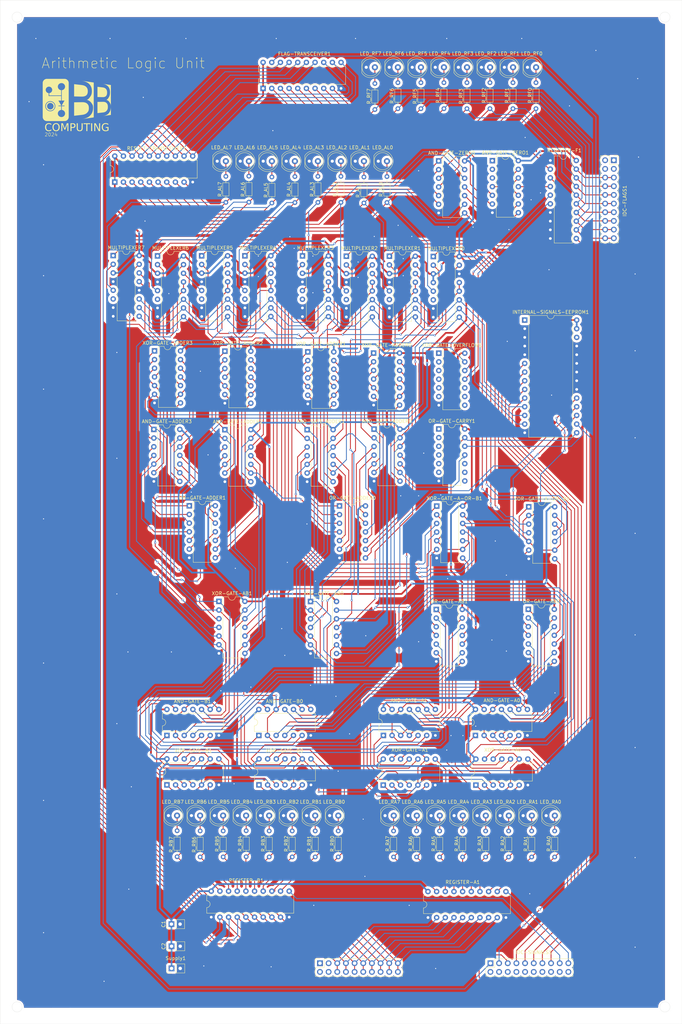
<source format=kicad_pcb>
(kicad_pcb (version 20240108) (generator "pcbnew") (generator_version "8.0")
  (layers (0 "F.Cu" signal) (31 "B.Cu" power) (34 "B.Paste" user) (35 "F.Paste" user) (36 "B.SilkS" user "B.Silkscreen") (37 "F.SilkS" user "F.Silkscreen") (38 "B.Mask" user) (39 "F.Mask" user) (44 "Edge.Cuts" user))
  (net 0 "")
  (net 1 "RA1'")
  (net 2 "VCC")
  (net 3 "NON_ZERO_A")
  (net 4 "GND")
  (net 5 "RA1''")
  (net 6 "RA2''")
  (net 7 "RA0''")
  (net 8 "RA0'")
  (net 9 "RA2'")
  (net 10 "RA3'")
  (net 11 "RA3''")
  (net 12 "RA6''")
  (net 13 "RA5''")
  (net 14 "RA7''")
  (net 15 "RA4''")
  (net 16 "RA6'")
  (net 17 "RA4'")
  (net 18 "RA7'")
  (net 19 "RA5'")
  (net 20 "Net-(AND-GATE-ADDER0-F)")
  (net 21 "Net-(AND-GATE-ADDER0-E)")
  (net 22 "RB0''")
  (net 23 "CARRY0")
  (net 24 "Net-(AND-GATE-ADDER0-J=A.B)")
  (net 25 "RB1''")
  (net 26 "Net-(AND-GATE-ADDER0-M=G.H)")
  (net 27 "Net-(AND-GATE-ADDER0-K=C.D)")
  (net 28 "Net-(AND-GATE-ADDER0-L=E.F)")
  (net 29 "CARRY3")
  (net 30 "RB5''")
  (net 31 "Net-(AND-GATE-ADDER2-M=G.H)")
  (net 32 "Net-(AND-GATE-ADDER2-K=C.D)")
  (net 33 "CARRY4")
  (net 34 "Net-(AND-GATE-ADDER2-J=A.B)")
  (net 35 "RB4''")
  (net 36 "Net-(AND-GATE-ADDER2-L=E.F)")
  (net 37 "CARRY6")
  (net 38 "Net-(AND-GATE-ADDER3-K=C.D)")
  (net 39 "Net-(AND-GATE-ADDER3-L=E.F)")
  (net 40 "Net-(AND-GATE-ADDER3-J=A.B)")
  (net 41 "RB6''")
  (net 42 "RB7''")
  (net 43 "CARRY5")
  (net 44 "Net-(AND-GATE-ADDER3-M=G.H)")
  (net 45 "RB3'")
  (net 46 "NON_ZERO_B")
  (net 47 "RB2'")
  (net 48 "RB3''")
  (net 49 "RB2''")
  (net 50 "RB0'")
  (net 51 "RB1'")
  (net 52 "RB4'")
  (net 53 "RB5'")
  (net 54 "RB7'")
  (net 55 "RB6'")
  (net 56 "ALU4")
  (net 57 "Net-(AND-GATE-ZERO0-J=A.B)")
  (net 58 "ALU6")
  (net 59 "ALU1")
  (net 60 "Net-(AND-GATE-ZERO0-K=C.D)")
  (net 61 "Net-(AND-GATE-ZERO0-M=G.H)")
  (net 62 "Net-(AND-GATE-ZERO0-L=E.F)")
  (net 63 "ALU2")
  (net 64 "ALU7")
  (net 65 "ALU3")
  (net 66 "ALU0")
  (net 67 "ALU5")
  (net 71 "Net-(AND-GATE-ZERO1-H)")
  (net 72 "ZERO")
  (net 73 "Net-(AND-GATE-ZERO1-G)")
  (net 74 "Net-(AND-GATE_ADDER1-L=E.F)")
  (net 75 "Net-(AND-GATE_ADDER1-K=C.D)")
  (net 76 "Net-(AND-GATE_ADDER1-J=A.B)")
  (net 77 "Net-(AND-GATE_ADDER1-M=G.H)")
  (net 78 "CARRY2")
  (net 79 "CARRY1")
  (net 80 "DATA3")
  (net 81 "DATA6")
  (net 82 "DATA4")
  (net 83 "FLAG1")
  (net 84 "DATA1")
  (net 85 "FLAG6")
  (net 86 "FLAG3")
  (net 87 "DATA5")
  (net 88 "FLAG7")
  (net 89 "DATA0")
  (net 90 "FLAG0")
  (net 91 "FLAG2")
  (net 92 "FLAG4")
  (net 93 "~{REG_F_OUT}")
  (net 94 "DATA2")
  (net 95 "DATA7")
  (net 96 "FLAG5")
  (net 105 "ALU_OPC_1")
  (net 106 "ALU_OPC_3")
  (net 109 "ALU_OPC_2")
  (net 110 "REG_F_LOAD")
  (net 111 "ALU_OPC_4")
  (net 112 "~{ALU_OUT}")
  (net 114 "REG_A_LOAD")
  (net 115 "ALU_OPC_0")
  (net 120 "REG_B_LOAD")
  (net 124 "MULT_OUT_0")
  (net 125 "MULT_OUT_2")
  (net 128 "INV_B")
  (net 129 "MULT_OUT_1")
  (net 130 "INV_A")
  (net 131 "INV_OR_RESULT")
  (net 132 "Net-(LED_RA0-A)")
  (net 133 "Net-(LED_RA1-A)")
  (net 134 "Net-(LED_RA2-A)")
  (net 135 "Net-(LED_RA3-A)")
  (net 136 "Net-(LED_RA4-A)")
  (net 137 "Net-(LED_RA5-A)")
  (net 138 "Net-(LED_RA6-A)")
  (net 139 "Net-(LED_RA7-A)")
  (net 140 "Net-(LED_RB0-A)")
  (net 141 "Net-(LED_RB1-A)")
  (net 142 "Net-(LED_RB2-A)")
  (net 143 "Net-(LED_RB3-A)")
  (net 144 "Net-(LED_RB4-A)")
  (net 145 "Net-(LED_RB5-A)")
  (net 146 "Net-(LED_RB6-A)")
  (net 147 "Net-(LED_RB7-A)")
  (net 148 "ADDER1")
  (net 149 "RAxorB0")
  (net 150 "ADDER0")
  (net 152 "RAorB0'")
  (net 153 "ADDER2")
  (net 154 "RAorB1'")
  (net 156 "RAxorB1")
  (net 157 "RAxorB2")
  (net 158 "ADDER3")
  (net 159 "RAorB2'")
  (net 161 "ADDER4")
  (net 162 "RAorB3'")
  (net 163 "RAxorB3")
  (net 165 "ADDER5")
  (net 166 "RAxorB4")
  (net 168 "RAorB4'")
  (net 169 "RAxorB5")
  (net 171 "ADDER6")
  (net 172 "RAorB5'")
  (net 173 "RAxorB6")
  (net 175 "ADDER7")
  (net 176 "RAorB6'")
  (net 178 "RAorB7'")
  (net 179 "RAxorB7")
  (net 180 "RAorB0")
  (net 181 "RAorB1")
  (net 182 "RAorB2")
  (net 183 "RAorB3")
  (net 184 "RAorB4")
  (net 185 "RAorB5")
  (net 186 "RAorB7")
  (net 187 "RAorB6")
  (net 188 "CARRY7")
  (net 198 "RA3")
  (net 199 "RA7")
  (net 200 "RA4")
  (net 201 "RA1")
  (net 202 "RA6")
  (net 203 "RA5")
  (net 204 "RA2")
  (net 205 "RA0")
  (net 206 "RB6")
  (net 207 "RB0")
  (net 208 "RB3")
  (net 209 "RB7")
  (net 210 "RB4")
  (net 211 "RB5")
  (net 212 "RB1")
  (net 213 "RB2")
  (net 214 "OVERFLOW")
  (net 224 "Net-(LED_RF0-A)")
  (net 225 "Net-(LED_RF1-A)")
  (net 226 "Net-(LED_RF2-A)")
  (net 227 "Net-(LED_RF3-A)")
  (net 228 "Net-(LED_RF4-A)")
  (net 229 "Net-(LED_RF5-A)")
  (net 230 "Net-(LED_RF6-A)")
  (net 231 "Net-(LED_RF7-A)")
  (net 232 "Net-(LED_AL7-A)")
  (net 233 "Net-(LED_AL0-A)")
  (net 234 "Net-(LED_AL1-A)")
  (net 235 "Net-(LED_AL2-A)")
  (net 236 "Net-(LED_AL3-A)")
  (net 237 "Net-(LED_AL4-A)")
  (net 238 "Net-(LED_AL5-A)")
  (net 239 "Net-(LED_AL6-A)")
  (net 240 "Net-(AND-GATE-ADDER0-D)")
  (net 241 "Net-(AND-GATE-ADDER2-E)")
  (net 242 "Net-(AND-GATE-ADDER2-D)")
  (net 243 "Net-(AND-GATE-ADDER3-D)")
  (net 244 "Net-(AND-GATE-ADDER3-E)")
  (net 245 "Net-(AND-GATE_ADDER1-D)")
  (net 246 "Net-(AND-GATE_ADDER1-E)")
  (footprint "Package_DIP:DIP-16_W7.62mm" (layer "F.Cu") (at 110.625 126.175)
    (property "Reference" "MULTIPLEXER5")
    (property "Value" "SN74HC151N")
  )
  (footprint "Package_DIP:DIP-14_W7.62mm" (layer "F.Cu") (at 96.795 154.04)
    (property "Reference" "XOR-GATE-ADDER3")
    (property "Value" "CD4030BEE4")
  )
  (footprint "Package_DIP:DIP-14_W7.62mm" (layer "F.Cu") (at 141.75 154.33)
    (property "Reference" "XOR-GATE-ADDER1")
    (property "Value" "CD4030BEE4")
  )
  (footprint "Resistor_THT:R_Axial_DIN0204_L3.6mm_D1.6mm_P7.62mm_Horizontal" (layer "F.Cu") (at 143.925 302.3125 90)
    (property "Reference" "R_RB1")
    (property "Value" "R_US")
  )
  (footprint "LED_THT:LED_D5.0mm_FlatTop" (layer "F.Cu") (at 115.175 98.455)
    (property "Reference" "LED_AL7")
    (property "Value" "LED")
  )
  (footprint "Resistor_THT:R_Axial_DIN0204_L3.6mm_D1.6mm_P7.62mm_Horizontal" (layer "F.Cu") (at 195.175 83.0625 90)
    (property "Reference" "R_RF2")
    (property "Value" "R_US")
  )
  (footprint "Resistor_THT:R_Axial_DIN0204_L3.6mm_D1.6mm_P7.62mm_Horizontal" (layer "F.Cu") (at 207.41 302.325 90)
    (property "Reference" "R_RA1")
    (property "Value" "R_US")
  )
  (footprint "Resistor_THT:R_Axial_DIN0204_L3.6mm_D1.6mm_P7.62mm_Horizontal" (layer "F.Cu") (at 137.965 110.575 90)
    (property "Reference" "R_AL4")
    (property "Value" "R_US")
  )
  (footprint "Package_DIP:DIP-16_W7.62mm" (layer "F.Cu") (at 153.055 126.305)
    (property "Reference" "MULTIPLEXER2")
    (property "Value" "SN74HC151N")
  )
  (footprint "Resistor_THT:R_Axial_DIN0204_L3.6mm_D1.6mm_P7.62mm_Horizontal" (layer "F.Cu") (at 130.425 302.3125 90)
    (property "Reference" "R_RB3")
    (property "Value" "R_US")
  )
  (footprint "Resistor_THT:R_Axial_DIN0204_L3.6mm_D1.6mm_P7.62mm_Horizontal" (layer "F.Cu") (at 188.425 83.0625 90)
    (property "Reference" "R_RF3")
    (property "Value" "R_US")
  )
  (footprint "Resistor_THT:R_Axial_DIN0204_L3.6mm_D1.6mm_P7.62mm_Horizontal" (layer "F.Cu") (at 214.16 302.325 90)
    (property "Reference" "R_RA0")
    (property "Value" "R_US")
  )
  (footprint "Resistor_THT:R_Axial_DIN0204_L3.6mm_D1.6mm_P7.62mm_Horizontal" (layer "F.Cu") (at 180.41 302.325 90)
    (property "Reference" "R_RA5")
    (property "Value" "R_US")
  )
  (footprint "Resistor_THT:R_Axial_DIN0204_L3.6mm_D1.6mm_P7.62mm_Horizontal" (layer "F.Cu") (at 110.175 302.3125 90)
    (property "Reference" "R_RB6")
    (property "Value" "R_US")
  )
  (footprint "Package_DIP:DIP-14_W7.62mm" (layer "F.Cu") (at 195.88 98.3)
    (property "Reference" "AND-GATE-ZERO1")
    (property "Value" "CD4081BEE4")
  )
  (footprint "LED_THT:LED_D5.0mm_FlatTop" (layer "F.Cu") (at 107.62 290.1925)
    (property "Reference" "LED_RB6")
    (property "Value" "LED")
  )
  (footprint "Package_DIP:DIP-14_W7.62mm" (layer "F.Cu") (at 127.435 281.205 90)
    (property "Reference" "XOR-GATE-B0")
    (property "Value" "CD4030BEE4")
  )
  (footprint "LED_THT:LED_D5.0mm_FlatTop" (layer "F.Cu") (at 100.87 290.1925)
    (property "Reference" "LED_RB7")
    (property "Value" "LED")
  )
  (footprint "Package_DIP:DIP-14_W7.62mm" (layer "F.Cu") (at 100.425 281.205 90)
    (property "Reference" "XOR-GATE-B1")
    (property "Value" "CD4030BEE4")
  )
  (footprint "Resistor_THT:R_Axial_DIN0204_L3.6mm_D1.6mm_P7.62mm_Horizontal" (layer "F.Cu") (at 150.675 302.3125 90)
    (property "Reference" "R_RB0")
    (property "Value" "R_US")
  )
  (footprint "LED_THT:LED_D5.0mm_FlatTop" (layer "F.Cu") (at 158.885 70.9425)
    (property "Reference" "LED_RF7")
    (property "Value" "LED")
  )
  (footprint "Package_DIP:DIP-14_W7.62mm" (layer "F.Cu") (at 206.425 229.755)
    (property "Reference" "OR-GATE-AB0")
    (property "Value" "CD4071BEE4")
  )
  (footprint "Package_DIP:DIP-14_W7.62mm" (layer "F.Cu") (at 163.885 281.255 90)
    (property "Reference" "XOR-GATE-A1")
    (property "Value" "CD4030BEE4")
  )
  (footprint "LED_THT:LED_D5.0mm_FlatTop" (layer "F.Cu") (at 134.635 290.1925)
    (property "Reference" "LED_RB2")
    (property "Value" "LED")
  )
  (footprint "Package_DIP:DIP-20_W7.62mm" (layer "F.Cu") (at 177 320.075 90)
    (property "Reference" "REGISTER-A1")
    (property "Value" "SN74HC574N")
  )
  (footprint "LED_THT:LED_D5.0mm_FlatTop" (layer "F.Cu") (at 121.12 290.1925)
    (property "Reference" "LED_RB4")
    (property "Value" "LED")
  )
  (footprint "LED_THT:LED_D5.0mm_FlatTop" (layer "F.Cu") (at 164.41 290.205)
    (property "Reference" "LED_RA7")
    (property "Value" "LED")
  )
  (footprint "LED_THT:LED_D5.0mm_FlatTop" (layer "F.Cu") (at 141.385 290.1925)
    (property "Reference" "LED_RB1")
    (property "Value" "LED")
  )
  (footprint "LED_THT:LED_D5.0mm_FlatTop" (layer "F.Cu") (at 114.37 290.1925)
    (property "Reference" "LED_RB5")
    (property "Value" "LED")
  )
  (footprint "Resistor_THT:R_Axial_DIN0204_L3.6mm_D1.6mm_P7.62mm_Horizontal" (layer "F.Cu") (at 158.215 110.705 90)
    (property "Reference" "R_AL1")
    (property "Value" "R_US")
  )
  (footprint "LED_THT:LED_D5.0mm_FlatTop" (layer "F.Cu") (at 199.41 70.9425)
    (property "Reference" "LED_RF1")
    (property "Value" "LED")
  )
  (footprint "Package_DIP:DIP-28_W15.24mm" (layer "F.Cu") (at 205.375 145)
    (property "Reference" "INTERNAL-SIGNALS-EEPROM1")
    (property "Value" "AT28C64B-15PU")
  )
  (footprint "Resistor_THT:R_Axial_DIN0204_L3.6mm_D1.6mm_P7.62mm_Horizontal" (layer "F.Cu") (at 200.66 302.325 90)
    (property "Reference" "R_RA2")
    (property "Value" "R_US")
  )
  (footprint "LED_THT:LED_D5.0mm_FlatTop" (layer "F.Cu") (at 179.135 70.9425)
    (property "Reference" "LED_RF4")
    (property "Value" "LED")
  )
  (footprint "LED_THT:LED_D5.0mm_FlatTop" (layer "F.Cu") (at 162.425 98.455)
    (property "Reference" "LED_AL0")
    (property "Value" "LED")
  )
  (footprint "Connector_PinSocket_2.54mm:PinSocket_2x10_P2.54mm_Vertical" (layer "F.Cu") (at 231.5 98.17)
    (property "Reference" "IDC-FLAGS1")
    (property "Value" "DS1013-20SSIB1-B-0")
  )
  (footprint "LED_THT:LED_D5.0mm_FlatTop" (layer "F.Cu") (at 171.175 290.205)
    (property "Reference" "LED_RA6")
    (property "Value" "LED")
  )
  (footprint "Package_DIP:DIP-14_W7.62mm" (layer "F.Cu") (at 180.175 154.715)
    (property "Reference" "XOR-GATE-OVERFLOW1")
    (property "Value" "CD4030BEE4")
  )
  (footprint "Resistor_THT:R_Axial_DIN0204_L3.6mm_D1.6mm_P7.62mm_Horizontal" (layer "F.Cu") (at 187.16 302.325 90)
    (property "Reference" "R_RA4")
    (property "Value" "R_US")
  )
  (footprint "Package_DIP:DIP-14_W7.62mm" (layer "F.Cu") (at 179.555 199.505)
    (property "Reference" "XOR-GATE-A-OR-B1")
    (property "Value" "CD4030BEE4")
  )
  (footprint "LED_THT:LED_D5.0mm_FlatTop" (layer "F.Cu") (at 128.675 98.455)
    (property "Reference" "LED_AL5")
    (property "Value" "LED")
  )
  (footprint "LED_THT:LED_D5.0mm_FlatTop" (layer "F.Cu") (at 184.66 290.205)
    (property "Reference" "LED_RA4")
    (property "Value" "LED")
  )
  (footprint "Connector_PinHeader_2.54mm:PinHeader_1x02_P2.54mm_Vertical" (layer "F.Cu") (at 101.75 322 90)
    (property "Reference" "C1")
    (property "Value" "~")
  )
  (footprint "Package_DIP:DIP-14_W7.62mm" (layer "F.Cu") (at 163.925 266.705 90)
    (property "Reference" "AND-GATE-A1")
    (property "Value" "CD4081BEE4")
  )
  (footprint "Resistor_THT:R_Axial_DIN0204_L3.6mm_D1.6mm_P7.62mm_Horizontal" (layer "F.Cu") (at 208.675 83.0625 90)
    (property "Reference" "R_RF0")
    (property "Value" "R_US")
  )
  (footprint "Package_DIP:DIP-20_W7.62mm" (layer "F.Cu") (at 113.435 319.955 90)
    (property "Reference" "REGISTER-B1")
    (property "Value" "SN74HC574N")
  )
  (footprint "Package_DIP:DIP-14_W7.62mm" (layer "F.Cu") (at 127.385 266.705 90)
    (property "Reference" "AND-GATE-B0")
    (property "Value" "CD4081BEE4")
  )
  (footprint "Package_DIP:DIP-14_W7.62mm" (layer "F.Cu") (at 115.685 227.425)
    (property "Reference" "XOR-GATE-AB1")
    (property "Value" "CD4030BEE4")
  )
  (footprint "Package_DIP:DIP-14_W7.62mm" (layer "F.Cu") (at 141.555 177.125)
    (property "Reference" "AND-GATE_ADDER1")
    (property "Value" "CD4081BEE4")
  )
  (footprint "Connector_PinHeader_2.54mm:PinHeader_1x02_P2.54mm_Vertical" (layer "F.Cu") (at 101.79 328.475 90)
    (property "Reference" "C2")
    (property "Value" "~")
  )
  (footprint "Package_DIP:DIP-14_W7.62mm" (layer "F.Cu") (at 142.555 227.465)
    (property "Reference" "XOR-GATE-AB0")
    (property "Value" "CD4030BEE4")
  )
  (footprint "Package_DIP:DIP-14_W7.62mm" (layer "F.Cu") (at 117.425 177.125)
    (property "Reference" "AND-GATE-ADDER2")
    (property "Value" "CD4081BEE4")
  )
  (footprint "LED_THT:LED_D5.0mm_FlatTop" (layer "F.Cu") (at 204.91 290.205)
    (property "Reference" "LED_RA1")
    (property "Value" "LED")
  )
  (footprint "Package_DIP:DIP-14_W7.62mm" (layer "F.Cu") (at 117.425 154.125)
    (property "Reference" "XOR-GATE-ADDER2")
    (property "Value" "CD4030BEE4")
  )
  (footprint "Resistor_THT:R_Axial_DIN0204_L3.6mm_D1.6mm_P7.62mm_Horizontal" (layer "F.Cu") (at 161.425 83.3125 90)
    (property "Reference" "R_RF7")
    (property "Value" "R_US")
  )
  (footprint "Resistor_THT:R_Axial_DIN0204_L3.6mm_D1.6mm_P7.62mm_Horizontal" (layer "F.Cu") (at 151.465 110.515 90)
    (property "Reference" "R_AL2")
    (property "Value" "R_US")
  )
  (footprint "Connector_PinHeader_2.54mm:PinHeader_1x02_P2.54mm_Vertical" (layer "F.Cu") (at 101.79 334.975 90)
    (property "Reference" "Supply1")
    (property "Value" "Conn2")
  )
  (footprint "Resistor_THT:R_Axial_DIN0204_L3.6mm_D1.6mm_P7.62mm_Horizontal" (layer "F.Cu") (at 131.215 110.705 90)
    (property "Reference" "R_AL5")
    (property "Value" "R_US")
  )
  (footprint "LED_THT:LED_D5.0mm_FlatTop" (layer "F.Cu") (at 192.675 70.9425)
    (property "Reference" "LED_RF2")
    (property "Value" "LED")
  )
  (footprint "LED_THT:LED_D5.0mm_FlatTop" (layer "F.Cu") (at 121.94 98.455)
    (property "Reference" "LED_AL6")
    (property "Value" "LED")
  )
  (footprint "Package_DIP:DIP-16_W7.62mm" (layer "F.Cu") (at 140.175 126.215)
    (property "Reference" "MULTIPLEXER3")
    (property "Value" "SN74HC151N")
  )
  (footprint "Package_DIP:DIP-14_W7.62mm" (layer "F.Cu") (at 191.05 281.255 90)
    (property "Reference" "XOR-GATE-A0")
    (property "Value" "CD4030BEE4")
  )
  (footprint "LED_THT:LED_D5.0mm_FlatTop" (layer "F.Cu") (at 127.885 290.1925)
    (property "Reference" "LED_RB3")
    (property "Value" "LED")
  )
  (footprint "Connector_PinSocket_2.54mm:PinSocket_2x10_P2.54mm_Vertical" (layer "F.Cu") (at 195.315 333.455 90)
    (property "Reference" "IDC-SIGNALS1")
    (property "Value" "DS1013-20SSIB1-B-0")
  )
  (footprint "Package_DIP:DIP-14_W7.62mm" (layer "F.Cu") (at 180.13 98.38)
    (property "Reference" "AND-GATE-ZERO0")
    (property "Value" "CD4081BEE4")
  )
  (footprint "Resistor_THT:R_Axial_DIN0204_L3.6mm_D1.6mm_P7.62mm_Horizontal" (layer "F.Cu") (at 193.91 302.325 90)
    (property "Reference" "R_RA3")
    (property "Value" "R_US")
  )
  (footprint "Package_DIP:DIP-16_W7.62mm" (layer "F.Cu") (at 97.675 126.215)
    (property "Reference" "MULTIPLEXER6")
    (property "Value" "SN74HC151N")
  )
  (footprint "additional-libraries:bb-logo" (layer "F.Cu") (at 74 82)
    (property "Reference" "G***" (hide yes))
    (property "Value" "LOGO" (hide yes))
  )
  (footprint "Resistor_THT:R_Axial_DIN0204_L3.6mm_D1.6mm_P7.62mm_Horizontal" (layer "F.Cu") (at 173.66 302.325 90)
    (property "Reference" "R_RA6")
    (property "Value" "R_US")
  )
  (footprint "LED_THT:LED_D5.0mm_FlatTop" (layer "F.Cu") (at 172.385 70.9425)
    (property "Reference" "LED_RF5")
    (property "Value" "LED")
  )
  (footprint "Package_DIP:DIP-14_W7.62mm" (layer "F.Cu") (at 190.925 266.705 90)
    (property "Reference" "AND-GATE-A0")
    (property "Value" "CD4081BEE4")
  )
  (footprint "Resistor_THT:R_Axial_DIN0204_L3.6mm_D1.6mm_P7.62mm_Horizontal" (layer "F.Cu") (at 116.925 302.3125 90)
    (property "Reference" "R_RB5")
    (property "Value" "R_US")
  )
  (footprint "Package_DIP:DIP-16_W7.62mm" (layer "F.Cu") (at 165.675 126.305)
    (property "Reference" "MULTIPLEXER1")
    (property "Value" "SN74HC151N")
  )
  (footprint "Package_DIP:DIP-16_W7.62mm" (layer "F.Cu") (at 123.305 126.175)
    (property "Reference" "MULTIPLEXER4")
    (property "Value" "SN74HC151N")
  )
  (footprint "Resistor_THT:R_Axial_DIN0204_L3.6mm_D1.6mm_P7.62mm_Horizontal" (layer "F.Cu") (at 166.91 302.325 90)
    (property "Reference" "R_RA7")
    (property "Value" "R_US")
  )
  (footprint "Resistor_THT:R_Axial_DIN0204_L3.6mm_D1.6mm_P7.62mm_Horizontal" (layer "F.Cu") (at 174.925 83.0625 90)
    (property "Reference" "R_RF5")
    (property "Value" "R_US")
  )
  (footprint "LED_THT:LED_D5.0mm_FlatTop" (layer "F.Cu") (at 191.41 290.205)
    (property "Reference" "LED_RA3")
    (property "Value" "LED")
  )
  (footprint "Package_DIP:DIP-20_W7.62mm" (layer "F.Cu") (at 128.64 77.12 90)
    (property "Reference" "FLAG-TRANSCEIVER1")
    (property "Value" "SN74AC245N")
  )
  (footprint "Package_DIP:DIP-20_W7.62mm" (layer "F.Cu") (at 212.88 98.25)
    (property "Reference" "REGISTER-F1")
    (property "Value" "SN74HC574N" (hide yes))
  )
  (footprint "Resistor_THT:R_Axial_DIN0204_L3.6mm_D1.6mm_P7.62mm_Horizontal" (layer "F.Cu") (at 123.675 302.2525 90)
    (property "Reference" "R_RB4")
    (property "Value" "R_US")
  )
  (footprint "Package_DIP:DIP-16_W7.62mm" (layer "F.Cu") (at 178.555 126.385)
    (property "Reference" "MULTIPLEXER0")
    (property "Value" "SN74HC151N")
  )
  (footprint "Resistor_THT:R_Axial_DIN0204_L3.6mm_D1.6mm_P7.62mm_Horizontal" (layer "F.Cu") (at 144.715 110.515 90)
    (property "Reference" "R_AL3")
    (property "Value" "R_US")
  )
  (footprint "Package_DIP:DIP-14_W7.62mm" (layer "F.Cu") (at 151.045 199.465)
    (property "Reference" "OR-GATE-ADDER0")
    (property "Value" "CD4071BEE4")
  )
  (footprint "Resistor_THT:R_Axial_DIN0204_L3.6mm_D1.6mm_P7.62mm_Horizontal" (layer "F.Cu") (at 168.175 75.4425 -90)
    (property "Reference" "R_RF6")
    (property "Value" "R_US")
  )
  (footprint "LED_THT:LED_D5.0mm_FlatTop" (layer "F.Cu") (at 198.16 290.205)
    (property "Reference" "LED_RA2")
    (property "Value" "LED")
  )
  (footprint "LED_THT:LED_D5.0mm_FlatTop" (layer "F.Cu") (at 155.675 98.455)
    (property "Reference" "LED_AL1")
    (property "Value" "LED")
  )
  (footprint "Package_DIP:DIP-14_W7.62mm" (layer "F.Cu") (at 179.425 229.795)
    (property "Reference" "OR-GATE-AB1")
    (property "Value" "CD4071BEE4")
  )
  (footprint "Package_DIP:DIP-16_W7.62mm" (layer "F.Cu") (at 84.675 126.12)
    (property "Reference" "MULTIPLEXER7")
    (property "Value" "SN74HC151N")
  )
  (footprint "Package_DIP:DIP-14_W7.62mm" (layer "F.Cu") (at 96.595 177.04)
    (property "Reference" "AND-GATE-ADDER3")
    (property "Value" "CD4081BEE4")
  )
  (footprint "Package_DIP:DIP-14_W7.62mm" (layer "F.Cu") (at 100.425 266.705 90)
    (property "Reference" "AND-GATE-B1")
    (property "Value" "CD4081BEE4")
  )
  (footprint "LED_THT:LED_D5.0mm_FlatTop" (layer "F.Cu") (at 165.635 70.9425)
    (property "Reference" "LED_RF6")
    (property "Value" "LED")
  )
  (footprint "LED_THT:LED_D5.0mm_FlatTop" (layer "F.Cu") (at 177.91 290.205)
    (property "Reference" "LED_RA5")
    (property "Value" "LED")
  )
  (footprint "Package_DIP:DIP-14_W7.62mm" (layer "F.Cu") (at 161.175 176.965)
    (property "Reference" "AND-GATE-ADDER0")
    (property "Value" "CD4081BEE4")
  )
  (footprint "Resistor_THT:R_Axial_DIN0204_L3.6mm_D1.6mm_P7.62mm_Horizontal" (layer "F.Cu") (at 124.465 110.455 90)
    (property "Reference" "R_AL6")
    (property "Value" "R_US")
  )
  (footprint "LED_THT:LED_D5.0mm_FlatTop" (layer "F.Cu") (at 206.175 70.9425)
    (property "Reference" "LED_RF0")
    (property "Value" "LED")
  )
  (footprint "Package_DIP:DIP-20_W7.62mm" (layer "F.Cu") (at 85.135 104.575 90)
    (property "Reference" "RESULT-TRANSCEIVER1")
    (property "Value" "SN74AC245N")
  )
  (footprint "Resistor_THT:R_Axial_DIN0204_L3.6mm_D1.6mm_P7.62mm_Horizontal" (layer "F.Cu") (at 201.925 83.0625 90)
    (property "Reference" "R_RF1")
    (property "Value" "R_US")
  )
  (footprint "LED_THT:LED_D5.0mm_FlatTop" (layer "F.Cu") (at 211.66 290.205)
    (property "Reference" "LED_RA0")
    (property "Value" "LED")
  )
  (footprint "LED_THT:LED_D5.0mm_FlatTop" (layer "F.Cu") (at 135.425 98.455)
    (property "Reference" "LED_AL4")
    (property "Value" "LED")
  )
  (footprint "Package_DIP:DIP-14_W7.62mm" (layer "F.Cu") (at 161.055 154.675)
    (property "Reference" "XOR-GATE-ADDER0")
    (property "Value" "CD4030BEE4")
  )
  (footprint "LED_THT:LED_D5.0mm_FlatTop" (layer "F.Cu") (at 148.925 98.455)
    (property "Reference" "LED_AL2")
    (property "Value" "LED")
  )
  (footprint "Package_DIP:DIP-14_W7.62mm" (layer "F.Cu") (at 180.175 176.915)
    (property "Reference" "OR-GATE-CARRY1")
    (property "Value" "CD4071BEE4")
  )
  (footprint "Resistor_THT:R_Axial_DIN0204_L3.6mm_D1.6mm_P7.62mm_Horizontal" (layer "F.Cu") (at 181.675 75.4425 -90)
    (property "Reference" "R_RF4")
    (property "Value" "R_US")
  )
  (footprint "Package_DIP:DIP-14_W7.62mm" (layer "F.Cu") (at 106.995 199.42)
    (property "Reference" "OR-GATE-ADDER1")
    (property "Value" "CD4071BEE4")
  )
  (footprint "Resistor_THT:R_Axial_DIN0204_L3.6mm_D1.6mm_P7.62mm_Horizontal" (layer "F.Cu") (at 103.425 302.2525 90)
    (property "Reference" "R_RB7")
    (property "Value" "R_US")
  )
  (footprint "Resistor_THT:R_Axial_DIN0204_L3.6mm_D1.6mm_P7.62mm_Horizontal" (layer "F.Cu") (at 117.715 102.895 -90)
    (property "Reference" "R_AL7")
    (property "Value" "R_US")
  )
  (footprint "LED_THT:LED_D5.0mm_FlatTop" (layer "F.Cu") (at 148.16 290.1925)
    (property "Reference" "LED_RB0")
    (property "Value" "LED")
  )
  (footprint "Package_DIP:DIP-14_W7.62mm" (layer "F.Cu") (at 206.555 199.715)
    (property "Reference" "XOR-GATE-A-OR-B0")
    (property "Value" "CD4030BEE4")
  )
  (footprint "LED_THT:LED_D5.0mm_FlatTop" (layer "F.Cu") (at 185.91 70.9425)
    (property "Reference" "LED_RF3")
    (property "Value" "LED")
  )
  (footprint "Resistor_THT:R_Axial_DIN0204_L3.6mm_D1.6mm_P7.62mm_Horizontal" (layer "F.Cu") (at 137.175 302.3125 90)
    (property "Reference" "R_RB2")
    (property "Value" "R_US")
  )
  (footprint "Connector_PinSocket_2.54mm:PinSocket_2x10_P2.54mm_Vertical" (layer "F.Cu") (at 145.315 333.455 90)
    (property "Reference" "IDC-DATA-BUS1" (hide yes))
    (property "Value" "DS1013-20SSIB1-B-0" (hide yes))
  )
  (footprint "Resistor_THT:R_Axial_DIN0204_L3.6mm_D1.6mm_P7.62mm_Horizontal" (layer "F.Cu") (at 164.965 110.575 90)
    (property "Reference" "R_AL0")
    (property "Value" "R_US")
  )
  (footprint "LED_THT:LED_D5.0mm_FlatTop" (layer "F.Cu") (at 142.175 98.455)
    (property "Reference" "LED_AL3")
    (property "Value" "LED")
  )
  (gr_circle (center 56.5 346.25) (end 58 346.25) (stroke (width 0.05)) (fill none) (layer "Edge.Cuts"))
  (gr_circle (center 246.5 56.25) (end 248 56.25) (stroke (width 0.05)) (fill none) (layer "Edge.Cuts"))
  (gr_circle (center 56.5 56.25) (end 58 56.25) (stroke (width 0.05)) (fill none) (layer "Edge.Cuts"))
  (gr_rect (start 51.5 51.25) (end 251.5 351.25) (stroke (width 0.05)) (fill none) (layer "Edge.Cuts"))
  (gr_circle (center 246.5 346.25) (end 248 346.25) (stroke (width 0.05)) (fill none) (layer "Edge.Cuts"))
  (gr_text "2024" (at 64.5 91.25 0) (layer "F.SilkS") (effects (font (size 1 1) (thickness 0.1)) (justify left bottom)))
  (gr_text "Arithmetic Logic Unit " (at 63.5 71.5 0) (layer "F.SilkS") (effects (font (size 3 3)) (justify left bottom)))
  (segment (start 201.21 273.635) (end 198.535 276.31) (width 0.25) (layer "F.Cu") (net 1))
  (segment (start 188.375 269.255) (end 190.925 266.705) (width 0.25) (layer "F.Cu") (net 1))
  (segment (start 188.375 274.905) (end 188.375 269.255) (width 0.25) (layer "F.Cu") (net 1))
  (segment (start 189.78 276.31) (end 188.375 274.905) (width 0.25) (layer "F.Cu") (net 1))
  (segment (start 198.535 276.31) (end 189.78 276.31) (width 0.25) (layer "F.Cu") (net 1))
  (segment (start 150 128.060862) (end 150 128.75) (width 0.5) (layer "F.Cu") (net 2))
  (segment (start 156.5 225.25) (end 147.96 225.25) (width 0.5) (layer "F.Cu") (net 2))
  (segment (start 123.305 227.425) (end 128.325 227.425) (width 0.5) (layer "F.Cu") (net 2))
  (segment (start 169.25 225.25) (end 172.25 222.25) (width 0.5) (layer "F.Cu") (net 2))
  (segment (start 97.295 131.295) (end 97.675 131.295) (width 0.5) (layer "F.Cu") (net 2))
  (segment (start 217.75 95.5) (end 220.5 98.25) (width 0.5) (layer "F.Cu") (net 2))
  (segment (start 176.75 157.5) (end 176.75 155.31) (width 0.5) (layer "F.Cu") (net 2))
  (segment (start 156.5 225.25) (end 169.25 225.25) (width 0.5) (layer "F.Cu") (net 2))
  (segment (start 174.42637 126.305) (end 176.505 128.38363) (width 0.5) (layer "F.Cu") (net 2))
  (segment (start 105.715 126.215) (end 108.575 129.075) (width 0.5) (layer "F.Cu") (net 2))
  (segment (start 128.64 77.12) (end 128.64 79.209138) (width 0.5) (layer "F.Cu") (net 2))
  (segment (start 189.845 177.83363) (end 188.92637 176.915) (width 0.5) (layer "F.Cu") (net 2))
  (segment (start 92.295 126.12) (end 93.42637 126.12) (width 0.5) (layer "F.Cu") (net 2))
  (segment (start 186.175 126.385) (end 183.365 126.385) (width 0.5) (layer "F.Cu") (net 2))
  (segment (start 122.17363 131.255) (end 123.305 131.255) (width 0.5) (layer "F.Cu") (net 2))
  (segment (start 210 95.5) (end 217.75 95.5) (width 0.5) (layer "F.Cu") (net 2))
  (segment (start 118.245 126.175) (end 119.37637 126.175) (width 0.5) (layer "F.Cu") (net 2))
  (segment (start 95.625 129.625) (end 97.295 131.295) (width 0.5) (layer "F.Cu") (net 2))
  (segment (start 177.42363 131.465) (end 178.555 131.465) (width 0.5) (layer "F.Cu") (net 2))
  (segment (start 95.75 260.5) (end 95.75 272.25) (width 0.5) (layer "F.Cu") (net 2))
  (segment (start 195.218158 125.218158) (end 215 145) (width 0.5) (layer "F.Cu") (net 2))
  (segment (start 109.755 131.255) (end 110.625 131.255) (width 0.5) (layer "F.Cu") (net 2))
  (segment (start 188.25 145) (end 184.5 148.75) (width 0.5) (layer "F.Cu") (net 2))
  (segment (start 191 234.525) (end 191 253.07) (width 0.5) (layer "F.Cu") (net 2))
  (segment (start 85.135 112.135) (end 92.25 119.25) (width 0.5) (layer "F.Cu") (net 2))
  (segment (start 187.045 221.795) (end 187.045 222.279999) (width 0.5) (layer "F.Cu") (net 2))
  (segment (start 108.575 130.075) (end 109.755 131.255) (width 0.5) (layer "F.Cu") (net 2))
  (segment (start 182.25 148.75) (end 176.325 154.675) (width 0.5) (layer "F.Cu") (net 2))
  (segment (start 183.75 218.5) (end 187.045 221.795) (width 0.5) (layer "F.Cu") (net 2))
  (segment (start 176.505 130.54637) (end 177.42363 131.465) (width 0.5) (layer "F.Cu") (net 2))
  (segment (start 187.175 199.505) (end 189.845 196.835) (width 0.5) (layer "F.Cu") (net 2))
  (segment (start 183.75 216.75) (end 183.75 218.5) (width 0.5) (layer "F.Cu") (net 2))
  (segment (start 128.64 79.209138) (end 108.844138 99.005) (width 0.5) (layer "F.Cu") (net 2))
  (segment (start 128.64 77.12) (end 128.64 69.5) (width 0.5) (layer "F.Cu") (net 2))
  (segment (start 168.675 154.675) (end 176.115 154.675) (width 0.5) (layer "F.Cu") (net 2))
  (segment (start 97.165 259.085) (end 95.75 260.5) (width 0.5) (layer "F.Cu") (net 2))
  (segment (start 176.505 128.38363) (end 176.505 130.54637) (width 0.5) (layer "F.Cu") (net 2))
  (segment (start 95.625 128.31863) (end 95.625 129.625) (width 0.5) (layer "F.Cu") (net 2))
  (segment (start 160.675 126.305) (end 161.034138 126.305) (width 0.5) (layer "F.Cu") (net 2))
  (segment (start 176.325 154.675) (end 176.115 154.675) (width 0.5) (layer "F.Cu") (net 2))
  (segment (start 152.635 131.385) (end 153.055 131.385) (width 0.5) (layer "F.Cu") (net 2))
  (segment (start 191.025 234.5) (end 191 234.525) (width 0.5) (layer "F.Cu") (net 2))
  (segment (start 137.25 225.25) (end 147.96 225.25) (width 0.5) (layer "F.Cu") (net 2))
  (segment (start 100.425 259.085) (end 97.165 259.085) (width 0.5) (layer "F.Cu") (net 2))
  (segment (start 85.135 97.314138) (end 85.135 96.955) (width 0.5) (layer "F.Cu") (net 2))
  (segment (start 121.255 128.05363) (end 121.255 130.33637) (width 0.5) (layer "F.Cu") (net 2))
  (segment (start 187.795 154.715) (end 186.66363 154.715) (width 0.5) (layer "F.Cu") (net 2))
  (segment (start 185.745 174.865) (end 187.795 176.915) (width 0.5) (layer "F.Cu") (net 2))
  (segment (start 186.534138 126.385) (end 188.25 128.100862) (width 0.5) (layer "F.Cu") (net 2))
  (segment (start 188.92637 176.915) (end 187.795 176.915) (width 0.5) (layer "F.Cu") (net 2))
  (segment (start 188.25 128.100862) (end 188.25 145) (width 0.5) (layer "F.Cu") (net 2))
  (segment (start 147.795 122.995) (end 147.795 126.215) (width 0.5) (layer "F.Cu") (net 2))
  (segment (start 176.75 155.31) (end 176.115 154.675) (width 0.5) (layer "F.Cu") (net 2))
  (segment (start 108.575 129.075) (end 108.575 130.075) (width 0.5) (layer "F.Cu") (net 2))
  (segment (start 211.75 221.773192) (end 214.045 224.068192) (width 0.5) (layer "F.Cu") (net 2))
  (segment (start 194.031842 125.218158) (end 195.218158 125.218158) (width 0.5) (layer "F.Cu") (net 2))
  (segment (start 93.42637 126.12) (end 95.625 128.31863) (width 0.5) (layer "F.Cu") (net 2))
  (segment (start 163.625 129.694138) (end 165.315862 131.385) (width 0.5) (layer "F.Cu") (net 2))
  (segment (start 146.625 121.825) (end 147.795 122.995) (width 0.5) (layer "F.Cu") (net 2))
  (segment (start 128.325 227.425) (end 130.5 225.25) (width 0.5) (layer "F.Cu") (net 2))
  (segment (start 186.66363 154.715) (end 185.745 155.63363) (width 0.5) (layer "F.Cu") (net 2))
  (segment (start 163.625 128.895862) (end 163.625 129.694138) (width 0.5) (layer "F.Cu") (net 2))
  (segment (start 105.295 126.215) (end 105.715 126.215) (width 0.5) (layer "F.Cu") (net 2))
  (segment (start 147.96 225.25) (end 150.175 227.465) (width 0.5) (layer "F.Cu") (net 2))
  (segment (start 173.295 126.305) (end 174.42637 126.305) (width 0.5) (layer "F.Cu") (net 2))
  (segment (start 130.5 182.25) (end 130.5 225.25) (width 0.5) (layer "F.Cu") (net 2))
  (segment (start 85.135 104.575) (end 85.135 112.135) (width 0.5) (layer "F.Cu") (net 2))
  (segment (start 147.795 126.215) (end 148.154138 126.215) (width 0.5) (layer "F.Cu") (net 2))
  (segment (start 121.255 130.33637) (end 122.17363 131.255) (width 0.5) (layer "F.Cu") (net 2))
  (segment (start 86.825862 99.005) (end 85.135 97.314138) (width 0.5) (layer "F.Cu") (net 2))
  (segment (start 189.845 196.835) (end 189.845 177.83363) (width 0.5) (layer "F.Cu") (net 2))
  (segment (start 148.154138 126.215) (end 150 128.060862) (width 0.5) (layer "F.Cu") (net 2))
  (segment (start 165.315862 131.385) (end 165.675 131.385) (width 0.5) (layer "F.Cu") (net 2))
  (segment (start 150 128.75) (end 152.635 131.385) (width 0.5) (layer "F.Cu") (net 2))
  (segment (start 187.045 222.279999) (end 187.045 229.795) (width 0.5) (layer "F.Cu") (net 2))
  (segment (start 191 253.07) (end 187.035 257.035) (width 0.5) (layer "F.Cu") (net 2))
  (segment (start 186.175 126.385) (end 186.534138 126.385) (width 0.5) (layer "F.Cu") (net 2))
  (segment (start 161.034138 126.305) (end 163.625 128.895862) (width 0.5) (layer "F.Cu") (net 2))
  (segment (start 108.844138 99.005) (end 86.825862 99.005) (width 0.5) (layer "F.Cu") (net 2))
  (segment (start 185.745 155.63363) (end 185.745 174.865) (width 0.5) (layer "F.Cu") (net 2))
  (segment (start 121 267.25) (end 121 273.25) (width 0.5) (layer "F.Cu") (net 2))
  (segment (start 119.37637 126.175) (end 121.255 128.05363) (width 0.5) (layer "F.Cu") (net 2))
  (segment (start 214.045 224.068192) (end 214.045 229.755) (width 0.5) (layer "F.Cu") (net 2))
  (segment (start 183.365 126.385) (end 181 128.75) (width 0.5) (layer "F.Cu") (net 2))
  (segment (start 184.5 148.75) (end 182.25 148.75) (width 0.5) (layer "F.Cu") (net 2))
  (segment (start 215 145) (end 220.615 145) (width 0.5) (layer "F.Cu") (net 2))
  (via (at 194.031842 125.218158) (size 0.6) (drill 0.3) (layers "F.Cu" "B.Cu") (net 2))
  (via (at 210 95.5) (size 0.6) (drill 0.3) (layers "F.Cu" "B.Cu") (net 2))
  (via (at 181 128.75) (size 0.6) (drill 0.3) (layers "F.Cu" "B.Cu") (net 2))
  (via (at 146.625 121.825) (size 0.6) (drill 0.3) (layers "F.Cu" "B.Cu") (net 2))
  (via (at 137.25 225.25) (size 0.6) (drill 0.3) (layers "F.Cu" "B.Cu") (net 2))
  (via (at 211.75 221.773192) (size 0.6) (drill 0.3) (layers "F.Cu" "B.Cu") (net 2))
  (via (at 130.5 225.25) (size 0.6) (drill 0.3) (layers "F.Cu" "B.Cu") (net 2))
  (via (at 130.5 182.25) (size 0.6) (drill 0.3) (layers "F.Cu" "B.Cu") (net 2))
  (via (at 183.75 216.75) (size 0.6) (drill 0.3) (layers "F.Cu" "B.Cu") (net 2))
  (via (at 95.75 272.25) (size 0.6) (drill 0.3) (layers "F.Cu" "B.Cu") (net 2))
  (via (at 187.045 222.279999) (size 0.6) (drill 0.3) (layers "F.Cu" "B.Cu") (net 2))
  (via (at 176.75 157.5) (size 0.6) (drill 0.3) (layers "F.Cu" "B.Cu") (net 2))
  (via (at 121 273.25) (size 0.6) (drill 0.3) (layers "F.Cu" "B.Cu") (net 2))
  (via (at 121 267.25) (size 0.6) (drill 0.3) (layers "F.Cu" "B.Cu") (net 2))
  (via (at 92.25 119.25) (size 0.6) (drill 0.3) (layers "F.Cu" "B.Cu") (net 2))
  (via (at 187.035 257.035) (size 0.6) (drill 0.3) (layers "F.Cu" "B.Cu") (net 2))
  (via (at 191.025 234.5) (size 0.6) (drill 0.3) (layers "F.Cu" "B.Cu") (net 2))
  (via (at 172.25 222.25) (size 0.6) (drill 0.3) (layers "F.Cu" "B.Cu") (net 2))
  (via (at 156.5 225.25) (size 0.6) (drill 0.3) (layers "F.Cu" "B.Cu") (net 2))
  (segment (start 113.48363 199.42) (end 112.565 200.33863) (width 0.5) (layer "B.Cu") (net 2))
  (segment (start 130.5 182.25) (end 130.5 182) (width 0.5) (layer "B.Cu") (net 2))
  (segment (start 187.015001 222.25) (end 172.25 222.25) (width 0.5) (layer "B.Cu") (net 2))
  (segment (start 213.04363 199.715) (end 211.75 201.00863) (width 0.5) (layer "B.Cu") (net 2))
  (segment (start 190.25 99.74863) (end 190.25 115.5) (width 0.5) (layer "B.Cu") (net 2))
  (segment (start 101.75 322) (end 101.75 320.75) (width 0.5) (layer "B.Cu") (net 2))
  (segment (start 85.135 104.575) (end 85.135 96.955) (width 0.5) (layer "B.Cu") (net 2))
  (segment (start 190.25 115.5) (end 186.175 119.575) (width 0.5) (layer "B.Cu") (net 2))
  (segment (start 114.615 199.42) (end 113.48363 199.42) (width 0.5) (layer "B.Cu") (net 2))
  (segment (start 188.88137 98.38) (end 190.25 99.74863) (width 0.5) (layer "B.Cu") (net 2))
  (segment (start 163.925 257.95363) (end 163.925 259.085) (width 0.5) (layer "B.Cu") (net 2))
  (segment (start 183.75 216.75) (end 183.75 201.79863) (width 0.5) (layer "B.Cu") (net 2))
  (segment (start 220.615 145) (end 220.615 147.54) (width 0.5) (layer "B.Cu") (net 2))
  (segment (start 186.175 119.575) (end 186.175 126.385) (width 0.5) (layer "B.Cu") (net 2))
  (segment (start 127.095 175.075) (end 147.125 175.075) (width 0.5) (layer "B.Cu") (net 2))
  (segment (start 189 275.685) (end 191.05 273.635) (width 0.5) (layer "B.Cu") (net 2))
  (segment (start 100.425 274.71637) (end 101.34363 275.635) (width 0.5) (layer "B.Cu") (net 2))
  (segment (start 110.065 312.335) (end 101.75 320.65) (width 0.5) (layer "B.Cu") (net 2))
  (segment (start 187.75 98.38) (end 189.88 96.25) (width 0.5) (layer "B.Cu") (net 2))
  (segment (start 97.085 273.585) (end 95.75 272.25) (width 0.5) (layer "B.Cu") (net 2))
  (segment (start 140.175 131.295) (end 142.355862 131.295) (width 0.5) (layer "B.Cu") (net 2))
  (segment (start 92.25 119.25) (end 92.25 119.75) (width 0.5) (layer "B.Cu") (net 2))
  (segment (start 194.031842 125.218158) (end 191.781842 125.218158) (width 0.5) (layer "B.Cu") (net 2))
  (segment (start 104.215 177.04) (end 104.574138 177.04) (width 0.5) (layer "B.Cu") (net 2))
  (segment (start 91.16363 126.12) (end 86.08363 131.2) (width 0.5) (layer "B.Cu") (net 2))
  (segment (start 101.75 320.65) (end 101.75 322) (width 0.5) (layer "B.Cu") (net 2))
  (segment (start 187.035 257.035) (end 188.875 257.035) (width 0.5) (layer "B.Cu") (net 2))
  (segment (start 188.875 261.135) (end 188.875 271.46) (width 0.5) (layer "B.Cu") (net 2))
  (segment (start 158.665 199.465) (end 157.53363 199.465) (width 0.5) (layer "B.Cu") (net 2))
  (segment (start 92.25 119.75) (end 92.295 119.795) (width 0.5) (layer "B.Cu") (net 2))
  (segment (start 149.37 154.33) (end 149.37 152.205) (width 0.5) (layer "B.Cu") (net 2))
  (segment (start 174.795 310.25) (end 177 312.455) (width 0.5) (layer "B.Cu") (net 2))
  (segment (start 156.5 200.49863) (end 156.5 225.25) (width 0.5) (layer "B.Cu") (net 2))
  (segment (start 187.045 222.279999) (end 187.095 222.329999) (width 0.5) (layer "B.Cu") (net 2))
  (segment (start 186.04363 199.505) (end 187.175 199.505) (width 0.5) (layer "B.Cu") (net 2))
  (segment (start 98.375 276.875) (end 100.425 274.825) (width 0.5) (layer "B.Cu") (net 2))
  (segment (start 104.935862 126.215) (end 105.295 126.215) (width 0.5) (layer "B.Cu") (net 2))
  (segment (start 161.885 275.635) (end 161.935 275.685) (width 0.5) (layer "B.Cu") (net 2))
  (segment (start 161.885 275.635) (end 163.885 273.635) (width 0.5) (layer "B.Cu") (net 2))
  (segment (start 181 130.15137) (end 181 128.75) (width 0.5) (layer "B.Cu") (net 2))
  (segment (start 211.75 201.00863) (end 211.75 221.773192) (width 0.5) (layer "B.Cu") (net 2))
  (segment (start 191.781842 125.218158) (end 190.615 126.385) (width 0.5) (layer "B.Cu") (net 2))
  (segment (start 147.435862 126.215) (end 147.795 126.215) (width 0.5) (layer "B.Cu") (net 2))
  (segment (start 170.134138 176.965) (end 176.75 170.349138) (width 0.5) (layer "B.Cu") (net 2))
  (segment (start 155.235862 131.385) (end 160.315862 126.305) (width 0.5) (layer "B.Cu") (net 2))
  (segment (start 103.87203 195.168555) (end 103.87203 215.12203) (width 0.5) (layer "B.Cu") (net 2))
  (segment (start 191.025 234.5) (end 191.025 232.775) (width 0.5) (layer "B.Cu") (net 2))
  (segment (start 168.795 176.965) (end 170.134138 176.965) (width 0.5) (layer "B.Cu") (net 2))
  (segment (start 130.5 182) (end 125.625 177.125) (width 0.5) (layer "B.Cu") (net 2))
  (segment (start 190.925 259.085) (end 188.875 261.135) (width 0.5) (layer "B.Cu") (net 2))
  (segment (start 185.815862 126.385) (end 186.175 126.385) (width 0.5) (layer "B.Cu") (net 2))
  (segment (start 189.88 96.25) (end 201.45 96.25) (width 0.5) (layer "B.Cu") (net 2))
  (segment (start 183.75 201.79863) (end 186.04363 199.505) (width 0.5) (layer "B.Cu") (net 2))
  (segment (start 125 152.075) (end 125.205 152.28) (width 0.5) (layer "B.Cu") (net 2))
  (segment (start 92.295 119.795) (end 92.295 126.12) (width 0.5) (layer "B.Cu") (net 2))
  (segment (start 146.575 121.875) (end 135.225 121.875) (width 0.5) (layer "B.Cu") (net 2))
  (segment (start 161.575 152.075) (end 164.175 154.675) (width 0.5) (layer "B.Cu") (net 2))
  (segment (start 187.035 257.035) (end 164.84363 257.035) (width 0.5) (layer "B.Cu") (net 2))
  (segment (start 201.45 96.25) (end 203.5 98.3) (width 0.5) (layer "B.Cu") (net 2))
  (segment (start 188.045 229.795) (end 187.045 229.795) (width 0.5) (layer "B.Cu") (net 2))
  (segment (start 165.675 131.385) (end 167.855862 131.385) (width 0.5) (layer "B.Cu") (net 2))
  (segment (start 203.5 98.3) (end 207.2 98.3) (width 0.5) (layer "B.Cu") (net 2))
  (segment (start 125.625 177.125) (end 125.045 177.125) (width 0.5) (layer "B.Cu") (net 2))
  (segment (start 142.355862 131.295) (end 147.435862 126.215) (width 0.5) (layer "B.Cu") (net 2))
  (segment (start 104.415 154.04) (end 106.38 152.075) (width 0.5) (layer "B.Cu") (net 2))
  (segment (start 113.435 312.335) (end 113.435 311.975862) (width 0.5) (layer "B.Cu") (net 2))
  (segment (start 92.295 126.12) (end 91.16363 126.12) (width 0.5) (layer "B.Cu") (net 2))
  (segment (start 167.855862 131.385) (end 172.935862 126.305) (width 0.5) (layer "B.Cu") (net 2))
  (segment (start 101.75 322) (end 101.75 328.435) (width 0.5) (layer "B.Cu") (net 2))
  (segment (start 116.75 310.25) (end 174.795 310.25) (width 0.5) (layer "B.Cu") (net 2))
  (segment (start 125.045 152.12) (end 125 152.075) (width 0.5) (layer "B.Cu") (net 2))
  (segment (start 115.125862 310.285) (end 116.715 310.285) (width 0.5) (layer "B.Cu") (net 2))
  (segment (start 106.015 192.985) (end 106.015 193.025585) (width 0.5) (layer "B.Cu") (net 2))
  (segment (start 188.875 271.46) (end 191.05 273.635) (width 0.5) (layer "B.Cu") (net 2))
  (segment (start 125.385 275.635) (end 127.435 273.585) (width 0.5) (layer "B.Cu") (net 2))
  (segment (start 106.38 152.075) (end 125 152.075) (width 0.5) (layer "B.Cu") (net 2))
  (segment (start 187.75 98.38) (end 188.88137 98.38) (width 0.5) (layer "B.Cu") (net 2))
  (segment (start 121 267.25) (end 121 265.47) (width 0.5) (layer "B.Cu") (net 2))
  (segment (start 113.435 312.335) (end 110.065 312.335) (width 0.5) (layer "B.Cu") (net 2))
  (segment (start 190.615 126.385) (end 186.175 126.385) (width 0.5) (layer "B.Cu") (net 2))
  (segment (start 117.885862 126.175) (end 118.245 126.175) (width 0.5) (layer "B.Cu") (net 2))
  (segment (start 121 265.47) (end 127.385 259.085) (width 0.5) (layer "B.Cu") (net 2))
  (segment (start 149.37 152.205) (end 149.5 152.075) (width 0.5) (layer "B.Cu") (net 2))
  (segment (start 110.625 131.255) (end 112.805862 131.255) (width 0.5) (layer "B.Cu") (net 2))
  (segment (start 116.715 310.285) (end 116.75 310.25) (width 0.5) (layer "B.Cu") (net 2))
  (segment (start 187.095 222.329999) (end 211.193192 222.33) (width 0.5) (layer "B.Cu") (net 2))
  (segment (start 101.79 334.975) (end 101.79 328.475) (width 0.5) (layer "B.Cu") (net 2))
  (segment (start 164.84363 257.035) (end 163.925 257.95363) (width 0.5) (layer "B.Cu") (net 2))
  (segment (start 101.75 328.435) (end 101.79 328.475) (width 0.5) (layer "B.Cu") (net 2))
  (segment (start 207.2 98.3) (end 210 95.5) (width 0.5) (layer "B.Cu") (net 2))
  (segment (start 147.125 175.075) (end 149.175 177.125) (width 0.5) (layer "B.Cu") (net 2))
  (segment (start 97.675 131.295) (end 99.855862 131.295) (width 0.5) (layer "B.Cu") (net 2))
  (segment (start 191.025 232.775) (end 188.045 229.795) (width 0.5) (layer "B.Cu") (net 2))
  (segment (start 151.385 174.915) (end 166.745 174.915) (width 0.5) (layer "B.Cu") (net 2))
  (segment (start 178.555 131.465) (end 179.68637 131.465) (width 0.5) (layer "B.Cu") (net 2))
  (segment (start 103.87203 215.12203) (end 107.75 219) (width 0.5) (layer "B.Cu") (net 2))
  (segment (start 113.435 311.975862) (end 115.125862 310.285) (width 0.5) (layer "B.Cu") (net 2))
  (segment (start 99.855862 131.295) (end 104.935862 126.215) (width 0.5) (layer "B.Cu") (net 2))
  (segment (start 123.305 131.255) (end 125.485862 131.255) (width 0.5) (layer "B.Cu") (net 2))
  (segment (start 101.34363 275.635) (end 121 275.635) (width 0.5) (layer "B.Cu") (net 2))
  (segment (start 157.53363 199.465) (end 156.5 200.49863) (width 0.5) (layer "B.Cu") (net 2))
  (segment (start 172.935862 126.305) (end 173.295 126.305) (width 0.5) (layer "B.Cu") (net 2))
  (segment (start 178.555 134.005) (end 178.555 131.465) (width 0.5) (layer "B.Cu") (net 2))
  (segment (start 112.565 216.685) (end 116.065 220.185) (width 0.5) (layer "B.Cu") (net 2))
  (segment (start 161.935 275.685) (end 189 275.685) (width 0.5) (layer "B.Cu") (net 2))
  (segment (start 116.065 220.185) (end 123.305 227.425) (width 0.5) (layer "B.Cu") (net 2))
  (segment (start 146.625 121.825) (end 146.575 121.875) (width 0.5) (layer "B.Cu") (net 2))
  (segment (start 149.175 177.125) (end 151.385 174.915) (width 0.5) (layer "B.Cu") (net 2))
  (segment (start 135.225 121.875) (end 130.925 126.175) (width 0.5) (layer "B.Cu") (net 2))
  (segment (start 112.805862 131.255) (end 117.885862 126.175) (width 0.5) (layer "B.Cu") (net 2))
  (segment (start 125.385 275.635) (end 161.885 275.635) (width 0.5) (layer "B.Cu") (net 2))
  (segment (start 130.5 225.25) (end 137.25 225.25) (width 0.5) (layer "B.Cu") (net 2))
  (segment (start 211.193192 222.33) (end 211.75 221.773192) (width 0.5) (layer "B.Cu") (net 2))
  (segment (start 149.295 152.28) (end 149.5 152.075) (width 0.5) (layer "B.Cu") (net 2))
  (segment (start 107 179.465862) (end 107 192) (width 0.5) (layer "B.Cu") (net 2))
  (segment (start 187.045 222.279999) (end 187.015001 222.25) (width 0.5) (layer "B.Cu") (net 2))
  (segment (start 176.75 170.349138) (end 176.75 157.5) (width 0.5) (layer "B.Cu") (net 2))
  (segment (start 166.745 174.915) (end 168.795 176.965) (width 0.5) (layer "B.Cu") (net 2))
  (segment (start 100.425 274.825) (end 100.425 273.585) (width 0.5) (layer "B.Cu") (net 2))
  (segment (start 130.565862 126.175) (end 130.925 126.175) (width 0.5) (layer "B.Cu") (net 2))
  (segment (start 104.574138 177.04) (end 107 179.465862) (width 0.5) (layer "B.Cu") (net 2))
  (segment (start 125.045 177.125) (end 127.095 175.075) (width 0.5) (layer "B.Cu") (net 2))
  (segment (start 214.175 199.715) (end 213.04363 199.715) (width 0.5) (layer "B.Cu") (net 2))
  (segment (start 100.425 273.585) (end 100.425 274.71637) (width 0.5) (layer "B.Cu") (net 2))
  (segment (start 125.485862 131.255) (end 130.565862 126.175) (width 0.5) (layer "B.Cu") (net 2))
  (segment (start 106.015 193.025585) (end 103.87203 195.168555) (width 0.5) (layer "B.Cu") (net 2))
  (segment (start 125.045 154.125) (end 125.045 152.12) (width 0.5) (layer "B.Cu") (net 2))
  (segment (start 121 275.635) (end 125.385 275.635) (width 0.5) (layer "B.Cu") (net 2))
  (segment (start 107 192) (end 106.015 192.985) (width 0.5) (layer "B.Cu") (net 2))
  (segment (start 188.875 257.035) (end 190.925 259.085) (width 0.5) (layer "B.Cu") (net 2))
  (segment (start 153.055 131.385) (end 155.235862 131.385) (width 0.5) (layer "B.Cu") (net 2))
  (segment (start 160.315862 126.305) (end 160.675 126.305) (width 0.5) (layer "B.Cu") (net 2))
  (segment (start 164.175 154.675) (end 168.675 154.675) (width 0.5) (layer "B.Cu") (net 2))
  (segment (start 125.205 152.28) (end 149.295 152.28) (width 0.5) (layer "B.Cu") (net 2))
  (segment (start 101.75 320.75) (end 98.375 317.375) (width 0.5) (layer "B.Cu") (net 2))
  (segment (start 98.375 317.375) (end 98.375 276.875) (width 0.5) (layer "B.Cu") (net 2))
  (segment (start 179.68637 131.465) (end 181 130.15137) (width 0.5) (layer "B.Cu") (net 2))
  (segment (start 86.08363 131.2) (end 84.675 131.2) (width 0.5) (layer "B.Cu") (net 2))
  (segment (start 107.75 219) (end 114.88 219) (width 0.5) (layer "B.Cu") (net 2))
  (segment (start 121 273.25) (end 121 275.635) (width 0.5) (layer "B.Cu") (net 2))
  (segment (start 149.5 152.075) (end 161.575 152.075) (width 0.5) (layer "B.Cu") (net 2))
  (segment (start 114.88 219) (end 116.065 220.185) (width 0.5) (layer "B.Cu") (net 2))
  (segment (start 100.425 273.585) (end 97.085 273.585) (width 0.5) (layer "B.Cu") (net 2))
  (segment (start 112.565 200.33863) (end 112.565 216.685) (width 0.5) (layer "B.Cu") (net 2))
  (segment (start 166.465 266.705) (end 166.465 261.625) (width 0.25) (layer "F.Cu") (net 3))
  (segment (start 172.41 268.38) (end 168.14 268.38) (width 0.25) (layer "F.Cu") (net 3))
  (segment (start 170.68 257.41) (end 169.005 259.085) (width 0.25) (layer "F.Cu") (net 3))
  (segment (start 203.625 259.085) (end 201.95 257.41) (width 0.25) (layer "F.Cu") (net 3))
  (segment (start 187.5 262.75) (end 192.34 262.75) (width 0.25) (layer "F.Cu") (net 3))
  (segment (start 209.305 184.25) (end 209.25 184.25) (width 0.25) (layer "F.Cu") (net 3))
  (segment (start 199.41 268.38) (end 195.14 268.38) (width 0.25) (layer "F.Cu") (net 3))
  (segment (start 201.085 266.705) (end 199.41 268.38) (width 0.25) (layer "F.Cu") (net 3))
  (segment (start 205.25 255.25) (end 202 252) (width 0.25) (layer "F.Cu") (net 3))
  (segment (start 168.14 268.38) (end 166.465 266.705) (width 0.25) (layer "F.Cu") (net 3))
  (segment (start 193.465 266.705) (end 193.465 261.625) (width 0.25) (layer "F.Cu") (net 3))
  (segment (start 176.625 259.085) (end 174.95 257.41) (width 0.25) (layer "F.Cu") (net 3))
  (segment (start 166.465 261.625) (end 169.005 259.085) (width 0.25) (layer "F.Cu") (net 3))
  (segment (start 220.615 172.94) (end 209.305 184.25) (width 0.25) (layer "F.Cu") (net 3))
  (segment (start 174.95 257.41) (end 170.68 257.41) (width 0.25) (layer "F.Cu") (net 3))
  (segment (start 195.14 268.38) (end 193.465 266.705) (width 0.25) (layer "F.Cu") (net 3))
  (segment (start 193.465 261.625) (end 196.005 259.085) (width 0.25) (layer "F.Cu") (net 3))
  (segment (start 174.085 266.705) (end 172.41 268.38) (width 0.25) (layer "F.Cu") (net 3))
  (segment (start 192.34 262.75) (end 193.465 261.625) (width 0.25) (layer "F.Cu") (net 3))
  (segment (start 201.95 257.41) (end 197.68 257.41) (width 0.25) (layer "F.Cu") (net 3))
  (segment (start 202 252) (end 202 195) (width 0.25) (layer "F.Cu") (net 3))
  (segment (start 197.68 257.41) (end 196.005 259.085) (width 0.25) (layer "F.Cu") (net 3))
  (via (at 205.25 255.25) (size 0.6) (drill 0.3) (layers "F.Cu" "B.Cu") (net 3))
  (via (at 202 195) (size 0.6) (drill 0.3) (layers "F.Cu" "B.Cu") (net 3))
  (via (at 209.25 184.25) (size 0.6) (drill 0.3) (layers "F.Cu" "B.Cu") (net 3))
  (via (at 187.5 262.75) (size 0.6) (drill 0.3) (layers "F.Cu" "B.Cu") (net 3))
  (segment (start 186.247893 261.497893) (end 187.5 262.75) (width 0.25) (layer "B.Cu") (net 3))
  (segment (start 205.25 257.5) (end 203.665 259.085) (width 0.25) (layer "B.Cu") (net 3))
  (segment (start 205.25 255.25) (end 205.25 257.5) (width 0.25) (layer "B.Cu") (net 3))
  (segment (start 176.625 259.085) (end 179.037893 261.497893) (width 0.25) (layer "B.Cu") (net 3))
  (segment (start 179.037893 261.497893) (end 186.247893 261.497893) (width 0.25) (layer "B.Cu") (net 3))
  (segment (start 203.665 259.085) (end 203.625 259.085) (width 0.25) (layer "B.Cu") (net 3))
  (segment (start 209.25 184.25) (end 202 191.5) (width 0.25) (layer "B.Cu") (net 3))
  (segment (start 202 191.5) (end 202 195) (width 0.25) (layer "B.Cu") (net 3))
  (segment (start 150.65772 277.185) (end 150.65772 274.73772) (width 0.5) (layer "F.Cu") (net 4))
  (segment (start 212.88 113.49) (end 212.88 116.03) (width 0.5) (layer "F.Cu") (net 4))
  (segment (start 169 196.5) (end 164.705 192.205) (width 0.5) (layer "F.Cu") (net 4))
  (segment (start 200 242) (end 200 219.75) (width 0.5) (layer "F.Cu") (net 4))
  (segment (start 178.685 244.295) (end 178.679415 244.295) (width 0.5) (layer "F.Cu") (net 4))
  (segment (start 169.75 128) (end 169.75 127) (width 0.5) (layer "F.Cu") (net 4))
  (segment (start 207.29637 266.705) (end 214.25 259.75137) (width 0.5) (layer "F.Cu") (net 4))
  (segment (start 115.685 253.06) (end 115.685 242.665) (width 0.5) (layer "F.Cu") (net 4))
  (segment (start 150.65772 274.73772) (end 142.625 266.705) (width 0.5) (layer "F.Cu") (net 4))
  (segment (start 119.7 273.660202) (end 115.665 269.625202) (width 0.5) (layer "F.Cu") (net 4))
  (segment (start 206.425 253.25) (end 206.425 244.995) (width 0.5) (layer "F.Cu") (net 4))
  (segment (start 164 96.5) (end 169.5 96.5) (width 0.5) (layer "F.Cu") (net 4))
  (segment (start 141.5 208.75) (end 147.455 214.705) (width 0.5) (layer "F.Cu") (net 4))
  (segment (start 116.25 253.625) (end 115.685 253.06) (width 0.5) (layer "F.Cu") (net 4))
  (segment (start 200.75 118.5) (end 200.82 118.57) (width 0.5) (layer "F.Cu") (net 4))
  (segment (start 200.82 118.57) (end 212.88 118.57) (width 0.5) (layer "F.Cu") (net 4))
  (segment (start 162.425 98.075) (end 164 96.5) (width 0.5) (layer "F.Cu") (net 4))
  (segment (start 178.595 192.155) (end 174.25 196.5) (width 0.5) (layer "F.Cu") (net 4))
  (segment (start 181.30637 192.155) (end 181.975 191.48637) (width 0.5) (layer "F.Cu") (net 4))
  (segment (start 164.705 192.205) (end 161.175 192.205) (width 0.5) (layer "F.Cu") (net 4))
  (segment (start 178.134415 243.75) (end 164.25 243.75) (width 0.5) (layer "F.Cu") (net 4))
  (segment (start 164.975 171.605) (end 164.975 191.935) (width 0.5) (layer "F.Cu") (net 4))
  (segment (start 179.425 245.035) (end 178.685 244.295) (width 0.5) (layer "F.Cu") (net 4))
  (segment (start 120.5 280.5) (end 120.5 274.588478) (width 0.5) (layer "F.Cu") (net 4))
  (segment (start 120.125 280.875) (end 120.5 280.5) (width 0.5) (layer "F.Cu") (net 4))
  (segment (start 143.75637 266.705) (end 142.625 266.705) (width 0.5) (layer "F.Cu") (net 4))
  (segment (start 103.916269 195.416269) (end 100.78 192.28) (width 0.5) (layer "F.Cu") (net 4))
  (segment (start 191 264) (end 190.125 264) (width 0.5) (layer "F.Cu") (net 4))
  (segment (start 161.25 120.5) (end 172.25 120.5) (width 0.5) (layer "F.Cu") (net 4))
  (segment (start 150 260.46137) (end 143.75637 266.705) (width 0.5) (layer "F.Cu") (net 4))
  (segment (start 104 123.75) (end 101 126.75) (width 0.5) (layer "F.Cu") (net 4))
  (segment (start 147.455 214.705) (end 151.045 214.705) (width 0.5) (layer "F.Cu") (net 4))
  (segment (start 180.13 114.88) (end 180.13 113.62) (width 0.5) (layer "F.Cu") (net 4))
  (segment (start 169.75 132) (end 169.75 128) (width 0.5) (layer "F.Cu") (net 4))
  (segment (start 108.25 125.5) (end 108.25 125) (width 0.5) (layer "F.Cu") (net 4))
  (segment (start 180.175 192.155) (end 181.30637 192.155) (width 0.5) (layer "F.Cu") (net 4))
  (segment (start 212.5 275) (end 212.5 273.04) (width 0.5) (layer "F.Cu") (net 4))
  (segment (start 107.575 195.416269) (end 103.916269 195.416269) (width 0.5) (layer "F.Cu") (net 4))
  (segment (start 127.25 132.25) (end 127.25 132) (width 0.5) (layer "F.Cu") (net 4))
  (segment (start 134.095 235.405) (end 134.095 223.155) (width 0.5) (layer "F.Cu") (net 4))
  (segment (start 143.25 126.25) (end 143.25 137) (width 0.5) (layer "F.Cu") (net 4))
  (segment (start 180.175 192.155) (end 178.595 192.155) (width 0.5) (layer "F.Cu") (net 4))
  (segment (start 142.065 252.5) (end 142.555 252.01) (width 0.5) (layer "F.Cu") (net 4))
  (segment (start 135.75 221.5) (end 144 221.5) (width 0.5) (layer "F.Cu") (net 4))
  (segment (start 151.5 77.12) (end 155.63 77.12) (width 0.5) (layer "F.Cu") (net 4))
  (segment (start 142.555 252.01) (end 142.555 242.705) (width 0.5) (layer "F.Cu") (net 4))
  (segment (start 156.5 132.5) (end 156.5 128) (width 0.5) (layer "F.Cu") (net 4))
  (segment (start 172.25 120.5) (end 175 117.75) (width 0.5) (layer "F.Cu") (net 4))
  (segment (start 134.095 223.155) (end 135.75 221.5) (width 0.5) (layer "F.Cu") (net 4))
  (segment (start 100.78 192.28) (end 96.595 192.28) (width 0.5) (layer "F.Cu") (net 4))
  (segment (start 190.234149 117.765851) (end 190.218298 117.75) (width 0.5) (layer "F.Cu") (net 4))
  (segment (start 155.63 77.12) (end 158.885 73.865) (width 0.5) (layer "F.Cu") (net 4))
  (segment (start 212.88 118.57) (end 212.88 116.03) (width 0.5) (layer "F.Cu") (net 4))
  (segment (start 212.88 121.11) (end 212.88 118.57) (width 0.5) (layer "F.Cu") (net 4))
  (segment (start 212.88 113.49) (end 211.74863 113.49) (width 0.5) (layer "F.Cu") (net 4))
  (segment (start 150 255.25) (end 150 260.46137) (width 0.5) (layer "F.Cu") (net 4))
  (segment (start 181.975 171.755) (end 180.175 169.955) (width 0.5) (layer "F.Cu") (net 4))
  (segment (start 211.74863 113.49) (end 210 111.74137) (width 0.5) (layer "F.Cu") (net 4))
  (segment (start 114.55363 242.665) (end 115.685 242.665) (width 0.5) (layer "F.Cu") (net 4))
  (segment (start 175 117.75) (end 183 117.75) (width 0.5) (layer "F.Cu") (net 4))
  (segment (start 190.218298 117.75) (end 183 117.75) (width 0.5) (layer "F.Cu") (net 4))
  (segment (start 206.8425 313.0925) (end 199.86 320.075) (width 0.5) (layer "F.Cu") (net 4))
  (segment (start 181.975 191.48637) (end 181.975 171.755) (width 0.5) (layer "F.Cu") (net 4))
  (segment (start 212.5 273.04) (end 206.165 266.705) (width 0.5) (layer "F.Cu") (net 4))
  (segment (start 183.75 266.75) (end 179.21 266.75) (width 0.5) (layer "F.Cu") (net 4))
  (segment (start 180.175 195.675) (end 180.75 196.25) (width 0.5) (layer "F.Cu") (net 4))
  (segment (start 179.555 217.555) (end 179.555 214.745) (width 0.5) (layer "F.Cu") (net 4))
  (segment (start 206.165 266.705) (end 207.29637 266.705) (width 0.5) (layer "F.Cu") (net 4))
  (segment (start 179.21 266.75) (end 179.165 266.705) (width 0.5) (layer "F.Cu") (net 4))
  (segment (start 101 126.75) (end 101 137.25) (width 0.5) (layer "F.Cu") (net 4))
  (segment (start 107 123.75) (end 104 123.75) (width 0.5) (layer "F.Cu") (net 4))
  (segment (start 108.25 125) (end 107 123.75) (width 0.5) (layer "F.Cu") (net 4))
  (segment (start 164.945 171.575) (end 164.975 171.605) (width 0.5) (layer "F.Cu") (net 4))
  (segment (start 136.5 120.575) (end 137.75 121.825) (width 0.5) (layer "F.Cu") (net 4))
  (segment (start 180.175 192.155) (end 180.175 195.675) (width 0.5) (layer "F.Cu") (net 4))
  (segment (start 182.75 220.75) (end 179.555 217.555) (width 0.5) (layer "F.Cu") (net 4))
  (segment (start 183 117.75) (end 180.13 114.88) (width 0.5) (layer "F.Cu") (net 4))
  (segment (start 119.7 273.788478) (end 119.7 273.660202) (width 0.5) (layer "F.Cu") (net 4))
  (segment (start 206.434076 253.259076) (end 206.425 253.25) (width 0.5) (layer "F.Cu") (net 4))
  (segment (start 141.5 204.75) (end 141.5 208.75) (width 0.5) (layer "F.Cu") (net 4))
  (segment (start 127.25 132) (end 127.25 126.25) (width 0.5) (layer "F.Cu") (net 4))
  (segment (start 137.75 121.825) (end 137.75 124) (width 0.5) (layer "F.Cu") (net 4))
  (segment (start 120.5 274.588478) (end 119.7 273.788478) (width 0.5) (layer "F.Cu") (net 4))
  (segment (start 164.25 243.75) (end 152.75 255.25) (width 0.5) (layer "F.Cu") (net 4))
  (segment (start 214.25 259.75137) (end 214.25 254.25) (width 0.5) (layer "F.Cu") (net 4))
  (segment (start 169.5 96.5) (end 174.25 101.25) (width 0.5) (layer "F.Cu") (net 4))
  (segment (start 178.679415 244.295) (end 178.134415 243.75) (width 0.5) (layer "F.Cu") (net 4))
  (segment (start 152.75 255.25) (end 150 255.25) (width 0.5) (layer "F.Cu") (net 4))
  (segment (start 106.995 235.10637) (end 114.55363 242.665) (width 0.5) (layer "F.Cu") (net 4))
  (segment (start 210 111.74137) (end 210 107.75) (width 0.5) (layer "F.Cu") (net 4))
  (segment (start 115.665 269.625202) (end 115.665 266.705) (width 0.5) (layer "F.Cu") (net 4))
  (segment (start 190.125 264) (end 187.375 266.75) (width 0.5) (layer "F.Cu") (net 4))
  (segment (start 164.975 191.935) (end 164.705 192.205) (width 0.5) (layer "F.Cu") (net 4))
  (segment (start 125.057372 252.557372) (end 125.114744 252.5) (width 0.5) (layer "F.Cu") (net 4))
  (segment (start 125.114744 252.5) (end 142.065 252.5) (width 0.5) (layer "F.Cu") (net 4))
  (segment (start 106.995 214.66) (end 106.995 235.10637) (width 0.5) (layer "F.Cu") (net 4))
  (segment (start 162.425 98.455) (end 162.425 98.075) (width 0.5) (layer "F.Cu") (net 4))
  (segment (start 158.885 73.865) (end 158.885 70.9425) (width 0.5) (layer "F.Cu") (net 4))
  (via (at 205.5 91.5) (size 0.6) (drill 0.3) (layers "F.Cu" "B.Cu") (net 4))
  (via (at 158.5 308) (size 0.6) (drill 0.3) (layers "F.Cu" "B.Cu") (net 4))
  (via (at 238.5 74.25) (size 0.6) (drill 0.3) (layers "F.Cu" "B.Cu") (net 4))
  (via (at 218.5 82.25) (size 0.6) (drill 0.3) (layers "F.Cu" "B.Cu") (net 4))
  (via (at 237.75 328.75) (size 0.6) (drill 0.3) (layers "F.Cu" "B.Cu") (net 4))
  (via (at 237.75 154) (size 0.6) (drill 0.3) (layers "F.Cu" "B.Cu") (net 4))
  (via (at 174.25 196.5) (size 0.6) (drill 0.3) (layers "F.Cu" "B.Cu") (net 4))
  (via (at 237.75 131.5) (size 0.6) (drill 0.3) (layers "F.Cu" "B.Cu") (net 4))
  (via (at 127.25 126.25) (size 0.6) (drill 0.3) (layers "F.Cu" "B.Cu") (net 4))
  (via (at 164.945 171.575) (size 0.6) (drill 0.3) (layers "F.Cu" "B.Cu") (net 4))
  (via (at 155.75 62.5) (size 0.6) (drill 0.3) (layers "F.Cu" "B.Cu") (net 4))
  (via (at 207.25 109.75) (size 0.6) (drill 0.3) (layers "F.Cu" "B.Cu") (net 4))
  (via (at 196.75 209.75) (size 0.6) (drill 0.3) (layers "F.Cu" "B.Cu") (net 4))
  (via (at 136.5 120.575) (size 0.6) (drill 0.3) (layers "F.Cu" "B.Cu") (net 4))
  (via (at 182.5 62.5) (size 0.6) (drill 0.3) (layers "F.Cu" "B.Cu") (net 4))
  (via (at 64.25 324.5) (size 0.6) (drill 0.3) (layers "F.Cu" "B.Cu") (net 4))
  (via (at 90 281.75) (size 0.6) (drill 0.3) (layers "F.Cu" "B.Cu") (net 4))
  (via (at 200.25 151.25) (size 0.6) (drill 0.3) (layers "F.Cu" "B.Cu") (net 4))
  (via (at 120.5 217.75) (size 0.6) (drill 0.3) (layers "F.Cu" "B.Cu") (net 4))
  (via (at 89 242.25) (size 0.6) (drill 0.3) (layers "F.Cu" "B.Cu") (net 4))
  (via (at 237.75 237.25) (size 0.6) (drill 0.3) (layers "F.Cu" "B.Cu") (net 4))
  (via (at 60 81) (size 0.6) (drill 0.3) (layers "F.Cu" "B.Cu") (net 4))
  (via (at 156.5 128) (size 0.6) (drill 0.3) (layers "F.Cu" "B.Cu") (net 4))
  (via (at 169 196.5) (size 0.6) (drill 0.3) (layers "F.Cu" "B.Cu") (net 4))
  (via (at 108.25 125.5) (size 0.6) (drill 0.3) (layers "F.Cu" "B.Cu") (net 4))
  (via (at 85.75 154.5) (size 0.6) (drill 0.3) (layers "F.Cu" "B.Cu") (net 4))
  (via (at 127.25 132.25) (size 0.6) (drill 0.3) (layers "F.Cu" "B.Cu") (net 4))
  (via (at 82 338.75) (size 0.6) (drill 0.3) (layers "F.Cu" "B.Cu") (net 4))
  (via (at 206.8425 313.0925) (size 0.6) (drill 0.3) (layers "F.Cu" "B.Cu") (net 4))
  (via (at 169.75 127) (size 0.6) (drill 0.3) (layers "F.Cu" "B.Cu") (net 4))
  (via (at 106 62.5) (size 0.6) (drill 0.3) (layers "F.Cu" "B.Cu") (net 4))
  (via (at 89.25 311.75) (size 0.6) (drill 0.3) (layers "F.Cu" "B.Cu") (net 4))
  (via (at 93.5 79.75) (size 0.6) (drill 0.3) (layers "F.Cu" "B.Cu") (net 4))
  (via (at 161.25 120.5) (size 0.6) (drill 0.3) (layers "F.Cu" "B.Cu") (net 4))
  (via (at 135 243.25) (size 0.6) (drill 0.3) (layers "F.Cu" "B.Cu") (net 4))
  (via (at 135.75 216) (size 0.6) (drill 0.3) (layers "F.Cu" "B.Cu") (net 4))
  (via (at 237.75 270.25) (size 0.6) (drill 0.3) (layers "F.Cu" "B.Cu") (net 4))
  (via (at 64.25 203.25) (size 0.6) (drill 0.3) (layers "F.Cu" "B.Cu") (net 4))
  (via (at 144 221.5) (size 0.6) (drill 0.3) (layers "F.Cu" "B.Cu") (net 4))
  (via (at 64.25 132) (size 0.6) (drill 0.3) (layers "F.Cu" "B.Cu") (net 4))
  (via (at 137.75 124) (size 0.6) (drill 0.3) (layers "F.Cu" "B.Cu") (net 4))
  (via (at 158.75 237.5) (size 0.6) (drill 0.3) (layers "F.Cu" "B.Cu") (net 4))
  (via (at 64.25 165.25) (size 0.6) (drill 0.3) (layers "F.Cu" "B.Cu") (net 4))
  (via (at 210 107.75) (size 0.6) (drill 0.3) (layers "F.Cu" "B.Cu") (net 4))
  (via (at 158 291.25) (size 0.6) (drill 0.3) (layers "F.Cu" "B.Cu") (net 4))
  (via (at 187.25 266.75) (size 0.6) (drill 0.3) (layers "F.Cu" "B.Cu") (net 4))
  (via (at 190.234149 117.765851) (size 0.6) (drill 0.3) (layers "F.Cu" "B.Cu") (net 4))
  (via (at 200 242) (size 0.6) (drill 0.3) (layers "F.Cu" "B.Cu") (net 4))
  (via (at 204.5 62.5) (size 0.6) (drill 0.3) (layers "F.Cu" "B.Cu") (net 4))
  (via (at 171.5 316.5) (size 0.6) (drill 0.3) (layers "F.Cu" "B.Cu") (net 4))
  (via (at 107.575 195.416269) (size 0.6) (drill 0.3) (layers "F.Cu" "B.Cu") (net 4))
  (via (at 110.25 160) (size 0.6) (drill 0.3) (layers "F.Cu" "B.Cu") (net 4))
  (via (at 85.75 225.25) (size 0.6) (drill 0.3) (layers "F.Cu" "B.Cu") (net 4))
  (via (at 154 266.25) (size 0.6) (drill 0.3) (layers "F.Cu" "B.Cu") (net 4))
  (via (at 150.65772 277.185) (size 0.6) (drill 0.3) (layers "F.Cu" "B.Cu") (net 4))
  (via (at 183.75 266.75) (size 0.6) (drill 0.3) (layers "F.Cu" "B.Cu") (net 4))
  (via (at 175.75 184) (size 0.6) (drill 0.3) (layers "F.Cu" "B.Cu") (net 4))
  (via (at 168.25 117.25) (size 0.6) (drill 0.3) (layers "F.Cu" "B.Cu") (net 4))
  (via (at 182.75 220.75) (size 0.6) (drill 0.3) (layers "F.Cu" "B.Cu") (net 4))
  (via (at 116.25 253.625) (size 0.6) (drill 0.3) (layers "F.Cu" "B.Cu") (net 4))
  (via (at 83.75 62.5) (size 0.6) (drill 0.3) (layers "F.Cu" "B.Cu") (net 4))
  (via (at 179.25 335) (size 0.6) (drill 0.3) (layers "F.Cu" "B.Cu") (net 4))
  (via (at 131 334.5) (size 0.6) (drill 0.3) (layers "F.Cu" "B.Cu") (net 4))
  (via (at 238.75 97.25) (size 0.6) (drill 0.3) (layers "F.Cu" "B.Cu") (net 4))
  (via (at 212.5 130.25) (size 0.6) (drill 0.3) (layers "F.Cu" "B.Cu") (net 4))
  (via (at 64.25 285.75) (size 0.6) (drill 0.3) (layers "F.Cu" "B.Cu") (net 4))
  (via (at 195.75 238.75) (size 0.6) (drill 0.3) (layers "F.Cu" "B.Cu") (net 4))
  (via (at 64.25 245.5) (size 0.6) (drill 0.3) (layers "F.Cu" "B.Cu") (net 4))
  (via (at 85.75 263.25) (size 0.6) (drill 0.3) (layers "F.Cu" "B.Cu") (net 4))
  (via (at 237.75 207.5) (size 0.6) (drill 0.3) (layers "F.Cu" "B.Cu") (net 4))
  (via (at 174.25 101.25) (size 0.6) (drill 0.3) (layers "F.Cu" "B.Cu") (net 4))
  (via (at 142.555 252.01) (size 0.6) (drill 0.3) (layers "F.Cu" "B.Cu") (net 4))
  (via (at 64.25 99.5) (size 0.6) (drill 0.3) (layers "F.Cu" "B.Cu") (net 4))
  (via (at 214.25 254.25) (size 0.6) (drill 0.3) (layers "F.Cu" "B.Cu") (net 4))
  (via (at 143.25 126.25) (size 0.6) (drill 0.3) (layers "F.Cu" "B.Cu") (net 4))
  (via (at 237.75 302.5) (size 0.6) (drill 0.3) (layers "F.Cu" "B.Cu") (net 4))
  (via (at 101 137.25) (size 0.6) (drill 0.3) (layers "F.Cu" "B.Cu") (net 4))
  (via (at 156.5 132.5) (size 0.6) (drill 0.3) (layers "F.Cu" "B.Cu") (net 4))
  (via (at 191 264) (size 0.6) (drill 0.3) (layers "F.Cu" "B.Cu") (net 4))
  (via (at 200.75 118.5) (size 0.6) (drill 0.3) (layers "F.Cu" "B.Cu") (net 4))
  (via (at 182.5 271) (size 0.6) (drill 0.3) (layers "F.Cu" "B.Cu") (net 4))
  (via (at 169.75 132) (size 0.6) (drill 0.3) (layers "F.Cu" "B.Cu") (net 4))
  (via (at 226.25 66) (size 0.6) (drill 0.3) (layers "F.Cu" "B.Cu") (net 4))
  (via (at 206.434076 253.259076) (size 0.6) (drill 0.3) (layers "F.Cu" "B.Cu") (net 4))
  (via (at 180.75 196.25) (size 0.6) (drill 0.3) (layers "F.Cu" "B.Cu") (net 4))
  (via (at 200 219.75) (size 0.6) (drill 0.3) (layers "F.Cu" "B.Cu") (net 4))
  (via (at 183 117.75) (size 0.6) (drill 0.3) (layers "F.Cu" "B.Cu") (net 4))
  (via (at 174.25 239.25) (size 0.6) (drill 0.3) (layers "F.Cu" "B.Cu") (net 4))
  (via (at 111.25 334.25) (size 0.6) (drill 0.3) (layers "F.Cu" "B.Cu") (net 4))
  (via (at 134.095 235.405) (size 0.6) (drill 0.3) (layers "F.Cu" "B.Cu") (net 4))
  (via (at 101.75 242.25) (size 0.6) (drill 0.3) (layers "F.Cu" "B.Cu") (net 4))
  (via (at 131.5 89.5) (size 0.6) (drill 0.3) (layers "F.Cu" "B.Cu") (net 4))
  (via (at 150 255.25) (size 0.6) (drill 0.3) (layers "F.Cu" "B.Cu") (net 4))
  (via (at 132.5 62.5) (size 0.6) (drill 0.3) (layers "F.Cu" "B.Cu") (net 4))
  (via (at 62 62.5) (size 0.6) (drill 0.3) (layers "F.Cu" "B.Cu") (net 4))
  (via (at 143.25 137) (size 0.6) (drill 0.3) (layers "F.Cu" "B.Cu") (net 4))
  (via (at 212.5 275) (size 0.6) (drill 0.3) (layers "F.Cu" "B.Cu") (net 4))
  (via (at 237.75 179.5) (size 0.6) (drill 0.3) (layers "F.Cu" "B.Cu") (net 4))
  (via (at 120.125 280.875) (size 0.6) (drill 0.3) (layers "F.Cu" "B.Cu") (net 4))
  (via (at 172.25 120.5) (size 0.6) (drill 0.3) (layers "F.Cu" "B.Cu") (net 4))
  (via (at 85.75 185.5) (size 0.6) (drill 0.3) (layers "F.Cu" "B.Cu") (net 4))
  (via (at 141.5 204.75) (size 0.6) (drill 0.3) (layers "F.Cu" "B.Cu") (net 4))
  (via (at 143.5 316.5) (size 0.6) (drill 0.3) (layers "F.Cu" "B.Cu") (net 4))
  (via (at 125.057372 252.557372) (size 0.6) (drill 0.3) (layers "F.Cu" "B.Cu") (net 4))
  (via (at 94 116) (size 0.6) (drill 0.3) (layers "F.Cu" "B.Cu") (net 4))
  (via (at 112.5 184.5) (size 0.6) (drill 0.3) (layers "F.Cu" "B.Cu") (net 4))
  (via (at 213.25 167) (size 0.6) (drill 0.3) (layers "F.Cu" "B.Cu") (net 4))
  (segment (start 110.75 195.416269) (end 116.333731 195.416269) (width 0.5) (layer "B.Cu") (net 4))
  (segment (start 127.75 288.0425) (end 134.75 288.0425) (width 0.5) (layer "B.Cu") (net 4))
  (segment (start 207.555862 178.02) (end 205.375 178.02) (width 0.5) (layer "B.Cu") (net 4))
  (segment (start 200.75 118.5) (end 199.75 118.5) (width 0.5) (layer "B.Cu") (net 4))
  (segment (start 206.8425 313.0925) (end 211.66 308.275) (width 0.5) (layer "B.Cu") (net 4))
  (segment (start 186 68.7925) (end 192.75 68.7925) (width 0.5) (layer "B.Cu") (net 4))
  (segment (start 85.034138 133.74) (end 84.675 133.74) (width 0.5) (layer "B.Cu") (net 4))
  (segment (start 135.5 96.305) (end 142 96.305) (width 0.5) (layer "B.Cu") (net 4))
  (segment (start 142.25 288.0425) (end 146.01 288.0425) (width 0.5) (layer "B.Cu") (net 4))
  (segment (start 169.75 132) (end 167.825 133.925) (width 0.5) (layer "B.Cu") (net 4))
  (segment (start 172.385 70.9425) (end 172.385 68.9075) (width 0.5) (layer "B.Cu") (net 4))
  (segment (start 98.765 171.25) (end 96.795 169.28) (width 0.5) (layer "B.Cu") (net 4))
  (segment (start 171.175 288.175) (end 171 288) (width 0.5) (layer "B.Cu") (net 4))
  (segment (start 148.925 98.455) (end 148.925 96.38) (width 0.5) (layer "B.Cu") (net 4))
  (segment (start 150 138.495585) (end 153.049415 141.545) (width 0.5) (layer "B.Cu") (net 4))
  (segment (start 204.025 68.7925) (end 206.175 70.9425) (width 0.5) (layer "B.Cu") (net 4))
  (segment (start 206.29 281.255) (end 206.29 287.96) (width 0.5) (layer "B.Cu") (net 4))
  (segment (start 115.125862 317.905) (end 135 317.905) (width 0.5) (layer "B.Cu") (net 4))
  (segment (start 97.675 143.995) (end 97.675 141.455) (width 0.5) (layer "B.Cu") (net 4))
  (segment (start 210 99.83) (end 210 107.75) (width 0.5) (layer "B.Cu") (net 4))
  (segment (start 115.54 171.25) (end 117.425 169.365) (width 0.5) (layer "B.Cu") (net 4))
  (segment (start 136.5 120.575) (end 136.425 120.5) (width 0.5) (layer "B.Cu") (net 4))
  (segment (start 150.65772 279.34228) (end 148.795 281.205) (width 0.5) (layer "B.Cu") (net 4))
  (segment (start 110.625 141.415) (end 111.75637 141.415) (width 0.5) (layer "B.Cu") (net 4))
  (segment (start 107.575 195.416269) (end 110.75 195.416269) (width 0.5) (layer "B.Cu") (net 4))
  (segment (start 164.945 171.445) (end 163.415 169.915) (width 0.5) (layer "B.Cu") (net 4))
  (segment (start 172.385 68.9075) (end 172.5 68.7925) (width 0.5) (layer "B.Cu") (net 4))
  (segment (start 100.87 290.1925) (end 100.87 288.7925) (width 0.5) (layer "B.Cu") (net 4))
  (segment (start 148.795 281.205) (end 142.675 281.205) (width 0.5) (layer "B.Cu") (net 4))
  (segment (start 184.75 288) (end 191.5 288) (width 0.5) (layer "B.Cu") (net 4))
  (segment (start 177 320.075) (end 177 319.155) (width 0.5) (layer "B.Cu") (net 4))
  (segment (start 97.680585 133.835) (end 97.675 133.835) (width 0.5) (layer "B.Cu") (net 4))
  (segment (start 110.75 212.03637) (end 110.75 195.416269) (width 0.5) (layer "B.Cu") (net 4))
  (segment (start 141.5 204.75) (end 141.5 192.42) (width 0.5) (layer "B.Cu") (net 4))
  (segment (start 184.125 137.18637) (end 184.125 132.375) (width 0.5) (layer "B.Cu") (net 4))
  (segment (start 206.555 214.955) (end 192.531521 214.955) (width 0.5) (layer "B.Cu") (net 4))
  (segment (start 100.87 288.7925) (end 101.62 288.0425) (width 0.5) (layer "B.Cu") (net 4))
  (segment (start 148.16 288.7925) (end 148.9525 288) (width 0.5) (layer "B.Cu") (net 4))
  (segment (start 153.055 144.085) (end 153.055 141.545) (width 0.5) (layer "B.Cu") (net 4))
  (segment (start 119.435 171.375) (end 117.425 169.365) (width 0.5) (layer "B.Cu") (net 4))
  (segment (start 148.925 96.38) (end 149 96.305) (width 0.5) (layer "B.Cu") (net 4))
  (segment (start 183 117.75) (end 183 129.42137) (width 0.5) (layer "B.Cu") (net 4))
  (segment (start 178.555 141.625) (end 179.68637 141.625) (width 0.5) (layer "B.Cu") (net 4))
  (segment (start 136.295 319.955) (end 136.295 319.2) (width 0.5) (layer "B.Cu") (net 4))
  (segment (start 122 96.305) (end 128.75 96.305) (width 0.5) (layer "B.Cu") (net 4))
  (segment (start 150 255.25) (end 148 253.25) (width 0.5) (layer "B.Cu") (net 4))
  (segment (start 209.455 288) (end 211.66 290.205) (width 0.5) (layer "B.Cu") (net 4))
  (segment (start 185.91 68.8825) (end 186 68.7925) (width 0.5) (layer "B.Cu") (net 4))
  (segment (start 104.29 328.38) (end 104.29 322) (width 0.5) (layer "B.Cu") (net 4))
  (segment (start 199.41 70.9425) (end 199.41 68.8825) (width 0.5) (layer "B.Cu") (net 4))
  (segment (start 185.035 131.465) (end 186.175 131.465) (width 0.5) (layer "B.Cu") (net 4))
  (segment (start 123.305 133.795) (end 125.705 133.795) (width 0.5) (layer "B.Cu") (net 4))
  (segment (start 186.76 131.465) (end 205.375 150.08) (width 0.5) (layer "B.Cu") (net 4))
  (segment (start 183.75 266.75) (end 187.25 266.75) (width 0.5) (layer "B.Cu") (net 4))
  (segment (start 110.619415 133.795) (end 110.625 133.795) (width 0.5) (layer "B.Cu") (net 4))
  (segment (start 142 96.305) (end 149 96.305) (width 0.5) (layer "B.Cu") (net 4))
  (segment (start 97.675 141.455) (end 98.80637 141.455) (width 0.5) (layer "B.Cu") (net 4))
  (segment (start 106.335 319.955) (end 104.29 322) (width 0.5) (layer "B.Cu") (net 4))
  (segment (start 194.52 178.02) (end 190 173.5) (width 0.5) (layer "B.Cu") (net 4))
  (segment (start 98.80637 141.455) (end 101 139.26137) (width 0.5) (layer "B.Cu") (net 4))
  (segment (start 185.91 70.9425) (end 185.91 68.8825) (width 0.5) (layer "B.Cu") (net 4))
  (segment (start 128.675 98.455) (end 128.675 96.38) (width 0.5) (layer "B.Cu") (net 4))
  (segment (start 177.91 290.205) (end 177.91 288.16) (width 0.5) (layer "B.Cu") (net 4))
  (segment (start 101 137.25) (end 101 137.154415) (width 0.5) (layer "B.Cu") (net 4))
  (segment (start 104.33 334.975) (end 104.33 328.475) (width 0.5) (layer "B.Cu") (net 4))
  (segment (start 155.675 98.455) (end 155.675 96.38) (width 0.5) (layer "B.Cu") (net 4))
  (segment (start 125.705 133.795) (end 127.25 132.25) (width 0.5) (layer "B.Cu") (net 4))
  (segment (start 192.675 68.8675) (end 192.75 68.7925) (width 0.5) (layer "B.Cu") (net 4))
  (segment (start 136.295 319.2) (end 135 317.905) (width 0.5) (layer "B.Cu") (net 4))
  (segment (start 211.58 98.25) (end 210 99.83) (width 0.5) (layer "B.Cu") (net 4))
  (segment (start 92.300585 136.28) (end 97.475585 141.455) (width 0.5) (layer "B.Cu") (net 4))
  (segment (start 108.25 125.5) (end 108.25 131.425585) (width 0.5) (layer "B.Cu") (net 4))
  (segment (start 220.615 160.24) (end 220.615 157.7) (width 0.5) (layer "B.Cu") (net 4))
  (segment (start 145.085 124.415) (end 148.915 124.415) (width 0.5) (layer "B.Cu") (net 4))
  (segment (start 220.615 155.16) (end 220.615 152.62) (width 0.5) (layer "B.Cu") (net 4))
  (segment (start 204.75 288) (end 206.25 288) (width 0.5) (layer "B.Cu") (net 4))
  (segment (start 104.33 328.42) (end 104.29 328.38) (width 0.5) (layer "B.Cu") (net 4))
  (segment (start 98.765 171.25) (end 115.54 171.25) (width 0.5) (layer "B.Cu") (net 4))
  (segment (start 182 197.5) (end 180.75 196.25) (width 0.5) (layer "B.Cu") (net 4))
  (segment (start 108.25 131.425585) (end 110.619415 133.795) (width 0.5) (layer "B.Cu") (net 4))
  (segment (start 141.385 288.1775) (end 141.25 288.0425) (width 0.5) (layer "B.Cu") (net 4))
  (segment (start 166.455 141.545) (end 167.725 140.275) (width 0.5) (layer "B.Cu") (net 4))
  (segment (start 192.531521 214.955) (end 186.736521 220.75) (width 0.5) (layer "B.Cu") (net 4))
  (segment (start 164.75 288) (end 171 288) (width 0.5) (layer "B.Cu") (net 4))
  (segment (start 205.375 178.02) (end 194.52 178.02) (width 0.5) (layer "B.Cu") (net 4))
  (segment (start 220.255862 165.32) (end 207.555862 178.02) (width 0.5) (layer "B.Cu") (net 4))
  (segment (start 144.25 171.375) (end 159.595 171.375) (width 0.5) (layer "B.Cu") (net 4))
  (segment (start 155.75 96.305) (end 160.275 96.305) (width 0.5) (layer "B.Cu") (net 4))
  (segment (start 158.885 93.17) (end 155.75 96.305) (width 0.5) (layer "B.Cu") (net 4))
  (segment (start 183 129.42137) (end 185.04363 131.465) (width 0.5) (layer "B.Cu") (net 4))
  (segment (start 84.675 143.9) (end 84.675 141.36) (width 0.5) (layer "B.Cu") (net 4))
  (segment (start 135 317.905) (end 175.75 317.905) (width 0.5) (layer "B.Cu") (net 4))
  (segment (start 143.795 253.25) (end 142.555 252.01) (width 0.5) (layer "B.Cu") (net 4))
  (segment (start 220.615 165.32) (end 220.615 162.78) (width 0.5) (layer "B.Cu") (net 4))
  (segment (start 205.375 155.16) (end 205.375 152.62) (width 0.5) (layer "B.Cu") (net 4))
  (segment (start 123.305 141.415) (end 123.299415 141.415) (width 0.5) (layer "B.Cu") (net 4))
  (segment (start 104.33 328.475) (end 104.33 328.42) (width 0.5) (layer "B.Cu") (net 4))
  (segment (start 172.25 120.5) (end 169.75 123) (width 0.5) (layer "B.Cu") (net 4))
  (segment (start 117.425 194.325) (end 117.425 192.365) (width 0.5) (layer "B.Cu") (net 4))
  (segment (start 206.165 266.705) (end 206.165 265.57363) (width 0.5) (layer "B.Cu") (net 4))
  (segment (start 153.055 141.545) (end 154.18637 141.545) (width 0.5) (layer "B.Cu") (net 4))
  (segment (start 143.555 171.375) (end 144.25 171.375) (width 0.5) (layer "B.Cu") (net 4))
  (segment (start 209.75 277.795) (end 206.29 281.255) (width 0.5) (layer "B.Cu") (net 4))
  (segment (start 206.165 265.57363) (end 204.59137 264) (width 0.5) (layer "B.Cu") (net 4))
  (segment (start 135.425 96.38) (end 135.5 96.305) (width 0.5) (layer "B.Cu") (net 4))
  (segment (start 179.125 287.875) (end 179.25 288) (width 0.5) (layer "B.Cu") (net 4))
  (segment (start 149 96.305) (end 155.75 96.305) (width 0.5) (layer "B.Cu") (net 4))
  (segment (start 160.275 96.305) (end 162.425 98.455) (width 0.5) (layer "B.Cu") (net 4))
  (segment (start 148.915 124.415) (end 150 125.5) (width 0.5) (layer "B.Cu") (net 4))
  (segment (start 123.299415 141.415) (end 120.045 138.160585) (width 0.5) (layer "B.Cu") (net 4))
  (segment (start 144.25 171.375) (end 119.435 171.375) (width 0.5) (layer "B.Cu") (net 4))
  (segment (start 141.385 290.1925) (end 141.385 288.1775) (width 0.5) (layer "B.Cu") (net 4))
  (segment (start 164.41 288.34) (end 164.75 288) (width 0.5) (layer "B.Cu") (net 4))
  (segment (start 195.88 114.63) (end 195.88 113.54) (width 0.5) (layer "B.Cu") (net 4))
  (segment (start 151.045 214.705) (end 144.25 221.5) (width 0.5) (layer "B.Cu") (net 4))
  (segment (start 185.04363 131.465) (end 186.175 131.465) (width 0.5) (layer "B.Cu") (net 4))
  (segment (start 143.25 137) (end 143.25 136.904415) (width 0.5) (layer "B.Cu") (net 4))
  (segment (start 101 139.26137) (end 101 137.25) (width 0.5) (layer "B.Cu") (net 4))
  (segment (start 120.125 280.875) (end 119.795 281.205) (width 0.5) (layer "B.Cu") (net 4))
  (segment (start 195.88 114.87) (end 195.88 113.54) (width 0.5) (layer "B.Cu") (net 4))
  (segment (start 158.885 70.9425) (end 158.885 93.17) (width 0.5) (layer "B.Cu") (net 4))
  (segment (start 107.62 290.1925) (end 107.62 288.4125) (width 0.5) (layer "B.Cu") (net 4))
  (segment (start 113.435 319.955) (end 113.435 319.595862) (width 0.5) (layer "B.Cu") (net 4))
  (segment (start 179.125 281.255) (end 179.125 287.875) (width 0.5) (layer "B.Cu") (net 4))
  (segment (start 148 253.25) (end 143.795 253.25) (width 0.5) (layer "B.Cu") (net 4))
  (segment (start 141.30637 141.455) (end 143.25 139.51137) (width 0.5) (layer "B.Cu") (net 4))
  (segment (start 87.574138 136.28) (end 87.397069 136.102931) (width 0.5) (layer "B.Cu") (net 4))
  (segment (start 115.925 96.305) (end 122 96.305) (width 0.5) (layer "B.Cu") (net 4))
  (segment (start 179.135 70.9425) (end 179.135 68.9275) (width 0.5) (layer "B.Cu") (net 4))
  (segment (start 156.5 128) (end 156.5 125.25) (width 0.5) (layer "B.Cu") (net 4))
  (segment (start 206.925 253.75) (end 213.75 253.75) (width 0.5) (layer "B.Cu") (net 4))
  (segment (start 184.125 132.375) (end 185.035 131.465) (width 0.5) (layer "B.Cu") (net 4))
  (segment (start 107.62 288.4125) (end 107.25 288.0425) (width 0.5) (layer "B.Cu") (net 4))
  (segment (start 158.885 70.9425) (end 158.885 69.5425) (width 0.5) (layer "B.Cu") (net 4))
  (segment (start 87.397069 139.769301) (end 87.397069 136.102931) (width 0.5) (layer "B.Cu") (net 4))
  (segment (start 166.034138 133.925) (end 165.675 133.925) (width 0.5) (layer "B.Cu") (net 4))
  (segment (start 202.995 244.995) (end 206.425 244.995) (width 0.5) (layer "B.Cu") (net 4))
  (segment (start 156.5 132.5) (end 155.075 133.925) (width 0.5) (layer "B.Cu") (net 4))
  (segment (start 134.75 288.0425) (end 141.25 288.0425) (width 0.5) (layer "B.Cu") (net 4))
  (segment (start 220.615 157.7) (end 220.615 155.16) (width 0.5) (layer "B.Cu") (net 4))
  (segment (start 198.16 290.205) (end 198.16 288.16) (width 0.5) (layer "B.Cu") (net 4))
  (segment (start 190.234149 117.765851) (end 190.25 117.75) (width 0.5) (layer "B.Cu") (net 4))
  (segment (start 107.995 104.575) (end 110.175 104.575) (width 0.5) (layer "B.Cu") (net 4))
  (segment (start 146.01 288.0425) (end 148.16 290.1925) (width 0.5) (layer "B.Cu") (net 4))
  (segment (start 128.75 96.305) (end 135.5 96.305) (width 0.5) (layer "B.Cu") (net 4))
  (segment (start 123.664138 133.795) (end 123.305 133.795) (width 0.5) (layer "B.Cu") (net 4))
  (segment (start 192.675 70.9425) (end 192.675 68.8675) (width 0.5) (layer "B.Cu") (net 4))
  (segment (start 121.12 288.1725) (end 121.25 288.0425) (width 0.5) (layer "B.Cu") (net 4))
  (segment (start 110.625 143.955) (end 110.625 141.415) (width 0.5) (layer "B.Cu") (net 4))
  (segment (start 116.333731 195.416269) (end 117.425 194.325) (width 0.5) (layer "B.Cu") (net 4))
  (segment (start 155.25 140.48137) (end 155.25 134.98863) (width 0.5) (layer "B.Cu") (net 4))
  (segment (start 165.635 70.9425) (end 165.635 68.9075) (width 0.5) (layer "B.Cu") (net 4))
  (segment (start 128.675 96.38) (end 128.75 96.305) (width 0.5) (layer "B.Cu") (net 4))
  (segment (start 172.5 68.7925) (end 179 68.7925) (width 0.5) (layer "B.Cu") (net 4))
  (segment (start 92.295 136.28) (end 87.574138 136.28) (width 0.5) (layer "B.Cu") (net 4))
  (segment (start 115.665 281.205) (end 115.665 287.9575) (width 0.5) (layer "B.Cu") (net 4))
  (segment (start 204.795 214.955) (end 200 219.75) (width 0.5) (layer "B.Cu") (net 4))
  (segment (start 153.049415 141.545) (end 153.055 141.545) (width 0.5) (layer "B.Cu") (net 4))
  (segment (start 179.555 214.745) (end 180.68637 214.745) (width 0.5) (layer "B.Cu") (net 4))
  (segment (start 115.665 287.9575) (end 115.75 288.0425) (width 0.5) (layer "B.Cu") (net 4))
  (segment (start 141.5 192.42) (end 141.555 192.365) (width 0.5) (layer "B.Cu") (net 4))
  (segment (start 154.18637 141.545) (end 155.25 140.48137) (width 0.5) (layer "B.Cu") (net 4))
  (segment (start 220.615 165.32) (end 220.255862 165.32) (width 0.5) (layer "B.Cu") (net 4))
  (segment (start 190 173.5) (end 183.72 173.5) (width 0.5) (layer "B.Cu") (net 4))
  (segment (start 142.675 287.6175) (end 142.25 288.0425) (width 0.5) (layer "B.Cu") (net 4))
  (segment (start 206.29 287.96) (end 206.25 288) (width 0.5) (layer "B.Cu") (net 4))
  (segment (start 179 68.7925) (end 186 68.7925) (width 0.5) (layer "B.Cu") (net 4))
  (segment (start 180.13 113.62) (end 180.124415 113.62) (width 0.5) (layer "B.Cu") (net 4))
  (segment (start 209.75 277.75) (end 209.75 277.795) (width 0.5) (layer "B.Cu") (net 4))
  (segment (start 143.25 126.25) (end 145.085 124.415) (width 0.5) (layer "B.Cu") (net 4))
  (segment (start 183.72 173.5) (end 180.175 169.955) (width 0.5) (layer "B.Cu") (net 4))
  (segment (start 120.045 125.429415) (end 118.365585 123.75) (width 0.5) (layer "B.Cu") (net 4))
  (segment (start 204.91 290.205) (end 204.91 288.16) (width 0.5) (layer "B.Cu") (net 4))
  (segment (start 115.175 97.055) (end 115.925 96.305) (width 0.5) (layer "B.Cu") (net 4))
  (segment (start 106.995 214.66) (end 108.12637 214.66) (width 0.5) (layer "B.Cu") (net 4))
  (segment (start 154.18637 133.925) (end 153.055 133.925) (width 0.5) (layer "B.Cu") (net 4))
  (segment (start 84.675 141.36) (end 85.80637 141.36) (width 0.5) (layer "B.Cu") (net 4))
  (segment (start 114.5 288.0425) (end 115.75 288.0425) (width 0.5) (layer "B.Cu") (net 4))
  (segment (start 155.675 96.38) (end 155.75 96.305) (width 0.5) (layer "B.Cu") (net 4))
  (segment (start 123.305 141.415) (end 123.664138 141.415) (width 0.5) (layer "B.Cu") (net 4))
  (segment (start 205.375 147.54) (end 205.375 150.08) (width 0.5) (layer "B.Cu") (net 4))
  (segment (start 192.75 68.7925) (end 199.5 68.7925) (width 0.5) (layer "B.Cu") (net 4))
  (segment (start 136.425 120.5) (end 133 120.5) (width 0.5) (layer "B.Cu") (net 4))
  (segment (start 164.41 290.205) (end 164.41 288.34) (width 0.5) (layer "B.Cu") (net 4))
  (segment (start 158.885 69.5425) (end 159.635 68.7925) (width 0.5) (layer "B.Cu") (net 4))
  (segment (start 159.635 68.7925) (end 165.75 68.7925) (width 0.5) (layer "B.Cu") (net 4))
  (segment (start 112.675 140.49637) (end 112.675 134.925) (width 0.5) (layer "B.Cu") (net 4))
  (segment (start 220.615 152.62) (end 205.375 152.62) (width 0.5) (layer "B.Cu") (net 4))
  (segment (start 141.75 169.57) (end 143.555 171.375) (width 0.5) (layer "B.Cu") (net 4))
  (segment (start 85.80637 141.36) (end 87.397069 139.769301) (width 0.5) (layer "B.Cu") (net 4))
  (segment (start 204.59137 264) (end 191 264) (width 0.5) (layer "B.Cu") (net 4))
  (segment (start 137.75 133) (end 138.585 133.835) (width 0.5) (layer "B.Cu") (net 4))
  (segment (start 142.175 96.48) (end 142 96.305) (width 0.5) (layer "B.Cu") (net 4))
  (segment (start 150.65772 277.185) (end 150.65772 279.34228) (width 0.5) (layer "B.Cu") (net 4))
  (segment (start 199.86 319.715862) (end 199.86 320.075) (width 0.5) (layer "B.Cu") (net 4))
  (segment (start 143.25 139.51137) (end 143.25 137) (width 0.5) (layer "B.Cu") (net 4))
  (segment (start 134.635 288.1575) (end 134.75 288.0425) (width 0.5) (layer "B.Cu") (net 4))
  (segment (start 140.175 143.995) (end 140.175 141.455) (width 0.5) (layer "B.Cu") (net 4))
  (segment (start 110 123.75) (end 108.25 125.5) (width 0.5) (layer "B.Cu") (net 4))
  (segment (start 206.434076 253.259076) (end 206.925 253.75) (width 0.5) (layer "B.Cu") (net 4))
  (segment (start 206.25 288) (end 209.455 288) (width 0.5) (layer "B.Cu") (net 4))
  (segment (start 174.25 107.745585) (end 174.25 103) (width 0.5) (layer "B.Cu") (net 4))
  (segment (start 165.75 68.7925) (end 172.5 68.7925) (width 0.5) (layer "B.Cu") (net 4))
  (segment (start 174 196.5) (end 169 196.5) (width 0.5) (layer "B.Cu") (net 4))
  (segment (start 140.180585 133.835) (end 140.175 133.835) (width 0.5) (layer "B.Cu") (net 4))
  (segment (start 190.25 117.75) (end 193 117.75) (width 0.5) (layer "B.Cu") (net 4))
  (segment (start 204.91 288.16) (end 204.75 288) (width 0.5) (layer "B.Cu") (net 4))
  (segment (start 141.395 242.705) (end 134.095 235.405) (width 0.5) (layer "B.Cu") (net 4))
  (segment (start 177 319.155) (end 175.75 317.905) (width 0.5) (layer "B.Cu") (net 4))
  (segment (start 123.305 143.955) (end 123.305 141.415) (width 0.5) (layer "B.Cu") (net 4))
  (segment (start 121.12 290.1925) (end 121.12 288.1725) (width 0.5) (layer "B.Cu") (net 4))
  (segment (start 191.41 290.205) (end 191.41 288.09) (width 0.5) (layer "B.Cu") (net 4))
  (segment (start 155.075 133.925) (end 153.055 133.925) (width 0.5) (layer "B.Cu") (net 4))
  (segment (start 177.91 288.16) (end 177.75 288) (width 0.5) (layer "B.Cu") (net 4))
  (segment (start 179.135 68.9275) (end 179 68.7925) (width 0.5) (layer "B.Cu") (net 4))
  (segment (start 179.68637 141.625) (end 184.125 137.18637) (width 0.5) (layer "B.Cu") (net 4))
  (segment (start 180.68637 214.745) (end 182 213.43137) (width 0.5) (layer "B.Cu") (net 4))
  (segment (start 211.66 308.275) (end 211.66 290.205) (width 0.5) (layer "B.Cu") (net 4))
  (segment (start 87.397069 136.102931) (end 85.034138 133.74) (width 0.5) (layer "B.Cu") (net 4))
  (segment (start 115.175 98.455) (end 115.175 97.055) (width 0.5) (layer "B.Cu") (net 4))
  (segment (start 206.555 214.955) (end 204.795 214.955) (width 0.5) (layer "B.Cu") (net 4))
  (segment (start 101.62 288.0425) (end 107.25 288.0425) (width 0.5) (layer "B.Cu") (net 4))
  (segment (start 113.435 319.955) (end 106.335 319.955) (width 0.5) (layer "B.Cu") (net 4))
  (segment (start 205.375 152.62) (end 205.375 150.08) (width 0.5) (layer "B.Cu") (net 4))
  (segment (start 174.25 103) (end 174.25 101.25) (width 0.5) (layer "B.Cu") (net 4))
  (segment (start 112.675 134.925) (end 111.545 133.795) (width 0.5) (layer "B.Cu") (net 4))
  (segment (start 191.5 288) (end 198 288) (width 0.5) (layer "B.Cu") (net 4))
  (segment (start 101 137.154415) (end 97.680585 133.835) (width 0.5) (layer "B.Cu") (net 4))
  (segment (start 200 242) (end 202.995 244.995) (width 0.5) (layer "B.Cu") (net 4))
  (segment (start 111.545 133.795) (end 110.625 133.795) (width 0.5) (layer "B.Cu") (net 4))
  (segment (start 165.675 141.545) (end 166.455 141.545) (width 0.5) (layer "B.Cu") (net 4))
  (segment (start 111.75637 141.415) (end 112.675 140.49637) (width 0.5) (layer "B.Cu") (net 4))
  (segment (start 212.88 98.25) (end 211.58 98.25) (width 0.5) (layer "B.Cu") (net 4))
  (segment (start 167.825 133.925) (end 165.675 133.925) (width 0.5) (layer "B.Cu") (net 4))
  (segment (start 177.75 288) (end 179.25 288) (width 0.5) (layer "B.Cu") (net 4))
  (segment (start 182 213.43137) (end 182 197.5) (width 0.5) (layer "B.Cu") (net 4))
  (segment (start 220.615 160.24) (end 220.615 162.78) (width 0.5) (layer "B.Cu") (net 4))
  (segment (start 107.25 288.0425) (end 114.5 288.0425) (width 0.5) (layer "B.Cu") (net 4))
  (segment (start 114.37 290.1925) (end 114.37 288.1725) (width 0.5) (layer "B.Cu") (net 4))
  (segment (start 115.75 288.0425) (end 121.25 288.0425) (width 0.5) (layer "B.Cu") (net 4))
  (segment (start 137.75 124) (end 137.75 133) (width 0.5) (layer "B.Cu") (net 4))
  (segment (start 140.175 141.455) (end 141.30637 141.455) (width 0.5) (layer "B.Cu") (net 4))
  (segment (start 118.365585 123.75) (end 110 123.75) (width 0.5) (layer "B.Cu") (net 4))
  (segment (start 143.25 136.904415) (end 140.180585 133.835) (width 0.5) (layer "B.Cu") (net 4))
  (segment (start 198.049138 317.905) (end 199.86 319.715862) (width 0.5) (layer "B.Cu") (net 4))
  (segment (start 180.124415 113.62) (end 174.25 107.745585) (width 0.5) (layer "B.Cu") (net 4))
  (segment (start 156.5 125.25) (end 161.25 120.5) (width 0.5) (layer "B.Cu") (net 4))
  (segment (start 191.41 288.09) (end 191.5 288) (width 0.5) (layer "B.Cu") (net 4))
  (segment (start 148.16 290.1925) (end 148.16 288.7925) (width 0.5) (layer "B.Cu") (net 4))
  (segment (start 123.218894 252.557372) (end 122.151266 253.625) (width 0.5) (layer "B.Cu") (net 4))
  (segment (start 155.25 134.98863) (end 154.18637 133.925) (width 0.5) (layer "B.Cu") (net 4))
  (segment (start 123.664138 141.415) (end 125.75 139.329138) (width 0.5) (layer "B.Cu") (net 4))
  (segment (start 169.75 123) (end 169.75 127) (width 0.5) (layer "B.Cu") (net 4))
  (segment (start 163.415 169.915) (end 161.055 169.915) (width 0.5) (layer "B.Cu") (net 4))
  (segment (start 127.885 290.1925) (end 127.885 288.1775) (width 0.5) (layer "B.Cu") (net 4))
  (segment (start 186.736521 220.75) (end 182.75 220.75) (width 0.5) (layer "B.Cu") (net 4))
  (segment (start 199.5 68.7925) (end 204.025 68.7925) (width 0.5) (layer "B.Cu") (net 4))
  (segment (start 122.151266 253.625) (end 116.25 253.625) (width 0.5) (layer "B.Cu") (net 4))
  (segment (start 179.25 288) (end 184.75 288) (width 0.5) (layer "B.Cu") (net 4))
  (segment (start 142.555 242.705) (end 141.395 242.705) (width 0.5) (layer "B.Cu") (net 4))
  (segment (start 186.175 131.465) (end 186.76 131.465) (width 0.5) (layer "B.Cu") (net 4))
  (segment (start 178.555 141.625) (end 178.555 144.165) (width 0.5) (layer "B.Cu") (net 4))
  (segment (start 175.75 317.905) (end 198.049138 317.905) (width 0.5) (layer "B.Cu") (net 4))
  (segment (start 141.25 288.0425) (end 142.25 288.0425) (width 0.5) (layer "B.Cu") (net 4))
  (segment (start 110.175 104.575) (end 115.175 99.575) (width 0.5) (layer "B.Cu") (net 4))
  (segment (start 144.25 221.5) (end 144 221.5) (width 0.5) (layer "B.Cu") (net 4))
  (segment (start 135.425 98.455) (end 135.425 96.38) (width 0.5) (layer "B.Cu") (net 4))
  (segment (start 165.635 68.9075) (end 165.75 68.7925) (width 0.5) (layer "B.Cu") (net 4))
  (segment (start 150 125.5) (end 150 138.495585) (width 0.5) (layer "B.Cu") (net 4))
  (segment (start 165.675 144.085) (end 165.675 141.545) (width 0.5) (layer "B.Cu") (net 4))
  (segment (start 125.75 135.880862) (end 123.664138 133.795) (width 0.5) (layer "B.Cu") (net 4))
  (segment (start 199.41 68.8825) (end 199.5 68.7925) (width 0.5) (layer "B.Cu") (net 4))
  (segment (start 133 120.5) (end 127.25 126.25) (width 0.5) (layer "B.Cu") (net 4))
  (segment (start 198.16 288.16) (end 198 288) (width 0.5) (layer "B.Cu") (net 4))
  (segment (start 138.585 133.835) (end 140.175 133.835) (width 0.5) (layer "B.Cu") (net 4))
  (segment (start 199.75 118.5) (end 195.88 114.63) (width 0.5) (layer "B.Cu") (net 4))
  (segment (start 184.66 290.205) (end 184.66 288.09) (width 0.5) (layer "B.Cu") (net 4))
  (segment (start 125.057372 252.557372) (end 123.218894 252.557372) (width 0.5) (layer "B.Cu") (net 4))
  (segment (start 114.37 288.1725) (end 114.5 288.0425) (width 0.5) (layer "B.Cu") (net 4))
  (segment (start 174.25 196.5) (end 174 196.5) (width 0.5) (layer "B.Cu") (net 4))
  (segment (start 134.635 290.1925) (end 134.635 288.1575) (width 0.5) (layer "B.Cu") (net 4))
  (segment (start 97.475585 141.455) (end 97.675 141.455) (width 0.5) (layer "B.Cu") (net 4))
  (segment (start 121.25 288.0425) (end 127.75 288.0425) (width 0.5) (layer "B.Cu") (net 4))
  (segment (start 92.295 136.28) (end 92.300585 136.28) (width 0.5) (layer "B.Cu") (net 4))
  (segment (start 164.945 171.575) (end 164.945 171.445) (width 0.5) (layer "B.Cu") (net 4))
  (segment (start 113.435 319.595862) (end 115.125862 317.905) (width 0.5) (layer "B.Cu") (net 4))
  (segment (start 148.9525 288) (end 164.75 288) (width 0.5) (layer "B.Cu") (net 4))
  (segment (start 119.795 281.205) (end 115.665 281.205) (width 0.5) (layer "B.Cu") (net 4))
  (segment (start 193 117.75) (end 195.88 114.87) (width 0.5) (layer "B.Cu") (net 4))
  (segment (start 120.045 138.160585) (end 120.045 125.429415) (width 0.5) (layer "B.Cu") (net 4))
  (segment (start 171 288) (end 177.75 288) (width 0.5) (layer "B.Cu") (net 4))
  (segment (start 125.75 139.329138) (end 125.75 135.880862) (width 0.5) (layer "B.Cu") (net 4))
  (segment (start 121.94 98.455) (end 121.94 96.365) (width 0.5) (layer "B.Cu") (net 4))
  (segment (start 115.175 99.575) (end 115.175 98.455) (width 0.5) (layer "B.Cu") (net 4))
  (segment (start 184.66 288.09) (end 184.75 288) (width 0.5) (layer "B.Cu") (net 4))
  (segment (start 108.12637 214.66) (end 110.75 212.03637) (width 0.5) (layer "B.Cu") (net 4))
  (segment (start 171.175 290.205) (end 171.175 288.175) (width 0.5) (layer "B.Cu") (net 4))
  (segment (start 121.94 96.365) (end 122 96.305) (width 0.5) (layer "B.Cu") (net 4))
  (segment (start 159.595 171.375) (end 161.055 169.915) (width 0.5) (layer "B.Cu") (net 4))
  (segment (start 142.175 98.455) (end 142.175 96.48) (width 0.5) (layer "B.Cu") (net 4))
  (segment (start 167.725 140.275) (end 167.725 135.615862) (width 0.5) (layer "B.Cu") (net 4))
  (segment (start 212.5 275) (end 209.75 277.75) (width 0.5) (layer "B.Cu") (net 4))
  (segment (start 142.675 281.205) (end 142.675 287.6175) (width 0.5) (layer "B.Cu") (net 4))
  (segment (start 167.725 135.615862) (end 166.034138 133.925) (width 0.5) (layer "B.Cu") (net 4))
  (segment (start 198 288) (end 204.75 288) (width 0.5) (layer "B.Cu") (net 4))
  (segment (start 213.75 253.75) (end 214.25 254.25) (width 0.5) (layer "B.Cu") (net 4))
  (segment (start 127.885 288.1775) (end 127.75 288.0425) (width 0.5) (layer "B.Cu") (net 4))
  (segment (start 160.365 179.505) (end 161.175 179.505) (width 0.25) (layer "F.Cu") (net 5))
  (segment (start 211.175 259.783428) (end 211.175 235.165) (width 0.25) (layer "F.Cu") (net 5))
  (segment (start 157.38 176.52) (end 160.365 179.505) (width 0.25) (layer "F.Cu") (net 5))
  (segment (start 196.005 266.705) (end 199.95 262.76) (width 0.25) (layer "F.Cu") (net 5))
  (segment (start 199.95 262.76) (end 208.198428 262.76) (width 0.25) (layer "F.Cu") (net 5))
  (segment (start 170.955 229.205) (end 161.675 229.205) (width 0.25) (layer "F.Cu") (net 5))
  (segment (start 161.055 154.675) (end 157.379998 158.350002) (width 0.25) (layer "F.Cu") (net 5))
  (segment (start 170.984149 229.234149) (end 170.955 229.205) (width 0.25) (layer "F.Cu") (net 5))
  (segment (start 157.379998 158.350002) (end 157.38 176.52) (width 0.25) (layer "F.Cu") (net 5))
  (segment (start 208.198428 262.76) (end 211.175 259.783428) (width 0.25) (layer "F.Cu") (net 5))
  (segment (start 211.175 235.165) (end 214.045 232.295) (width 0.25) (layer "F.Cu") (net 5))
  (via (at 161.675 229.205) (size 0.6) (drill 0.3) (layers "F.Cu" "B.Cu") (net 5))
  (via (at 170.984149 229.234149) (size 0.6) (drill 0.3) (layers "F.Cu" "B.Cu") (net 5))
  (segment (start 170.984149 229.234149) (end 171.231637 229.234149) (width 0.25) (layer "B.Cu") (net 5))
  (segment (start 171.231637 229.234149) (end 177.010787 223.454999) (width 0.25) (layer "B.Cu") (net 5))
  (segment (start 161.675 229.205) (end 160.875 230.005) (width 0.25) (layer "B.Cu") (net 5))
  (segment (start 211.925 269.455) (end 198.755 269.455) (width 0.25) (layer "B.Cu") (net 5))
  (segment (start 162.85 228.03) (end 162.85 181.18) (width 0.25) (layer "B.Cu") (net 5))
  (segment (start 161.675 229.205) (end 162.85 228.03) (width 0.25) (layer "B.Cu") (net 5))
  (segment (start 219.675 227.712358) (end 219.675 261.705) (width 0.25) (layer "B.Cu") (net 5))
  (segment (start 177.010787 223.454999) (end 215.417642 223.455) (width 0.25) (layer "B.Cu") (net 5))
  (segment (start 162.85 181.18) (end 161.175 179.505) (width 0.25) (layer "B.Cu") (net 5))
  (segment (start 198.755 269.455) (end 196.005 266.705) (width 0.25) (layer "B.Cu") (net 5))
  (segment (start 219.675 261.705) (end 211.925 269.455) (width 0.25) (layer "B.Cu") (net 5))
  (segment (start 215.417642 223.455) (end 219.675 227.712358) (width 0.25) (layer "B.Cu") (net 5))
  (segment (start 160.875 230.005) (end 150.175 230.005) (width 0.25) (layer "B.Cu") (net 5))
  (segment (start 209.175 260.369214) (end 209.175 232.505) (width 0.25) (layer "F.Cu") (net 6))
  (segment (start 207.784214 261.76) (end 209.175 260.369214) (width 0.25) (layer "F.Cu") (net 6))
  (segment (start 209.175 232.505) (end 206.425 229.755) (width 0.25) (layer "F.Cu") (net 6))
  (segment (start 201.22 261.76) (end 207.784214 261.76) (width 0.25) (layer "F.Cu") (net 6))
  (segment (start 153.045 160.545) (end 153.045 178.57) (width 0.25) (layer "F.Cu") (net 6))
  (segment (start 198.545 259.085) (end 201.22 261.76) (width 0.25) (layer "F.Cu") (net 6))
  (segment (start 149.505 182.11) (end 149.37 182.11) (width 0.25) (layer "F.Cu") (net 6))
  (segment (start 153.045 178.57) (end 149.505 182.11) (width 0.25) (layer "F.Cu") (net 6))
  (segment (start 149.37 156.87) (end 153.045 160.545) (width 0.25) (layer "F.Cu") (net 6))
  (segment (start 142.555 218.067642) (end 142.555 227.465) (width 0.25) (layer "B.Cu") (net 6))
  (segment (start 217.425 255.533428) (end 217.425 228.290786) (width 0.25) (layer "B.Cu") (net 6))
  (segment (start 178.010786 225.455) (end 158.010786 245.455) (width 0.25) (layer "B.Cu") (net 6))
  (segment (start 144.215 227.465) (end 142.555 227.465) (width 0.25) (layer "B.Cu") (net 6))
  (segment (start 146.425 241.705) (end 146.425 235.325) (width 0.25) (layer "B.Cu") (net 6))
  (segment (start 147.5 183.98) (end 147.5 213.122642) (width 0.25) (layer "B.Cu") (net 6))
  (segment (start 146.425 235.325) (end 148.5 233.25) (width 0.25) (layer "B.Cu") (net 6))
  (segment (start 147.5 213.122642) (end 142.555 218.067642) (width 0.25) (layer "B.Cu") (net 6))
  (segment (start 211.003428 261.955) (end 217.425 255.533428) (width 0.25) (layer "B.Cu") (net 6))
  (segment (start 201.415 261.955) (end 211.003428 261.955) (width 0.25) (layer "B.Cu") (net 6))
  (segment (start 214.589214 225.455) (end 178.010786 225.455) (width 0.25) (layer "B.Cu") (net 6))
  (segment (start 158.010786 245.455) (end 150.175 245.455) (width 0.25) (layer "B.Cu") (net 6))
  (segment (start 150.175 245.455) (end 146.425 241.705) (width 0.25) (layer "B.Cu") (net 6))
  (segment (start 217.425 228.290786) (end 214.589214 225.455) (width 0.25) (layer "B.Cu") (net 6))
  (segment (start 198.545 259.085) (end 201.415 261.955) (width 0.25) (layer "B.Cu") (net 6))
  (segment (start 148.5 231.75) (end 144.215 227.465) (width 0.25) (layer "B.Cu") (net 6))
  (segment (start 148.5 233.25) (end 148.5 231.75) (width 0.25) (layer "B.Cu") (net 6))
  (segment (start 149.37 182.11) (end 147.5 183.98) (width 0.25) (layer "B.Cu") (net 6))
  (segment (start 172.35 178.49) (end 172.35 160.89) (width 0.25) (layer "F.Cu") (net 7))
  (segment (start 212.175 246.865) (end 214.045 244.995) (width 0.25) (layer "F.Cu") (net 7))
  (segment (start 168.795 182.045) (end 172.35 178.49) (width 0.25) (layer "F.Cu") (net 7))
  (segment (start 208.612642 263.76) (end 212.175 260.197642) (width 0.25) (layer "F.Cu") (net 7))
  (segment (start 198.545 266.705) (end 201.49 263.76) (width 0.25) (layer "F.Cu") (net 7))
  (segment (start 172.35 160.89) (end 168.675 157.215) (width 0.25) (layer "F.Cu") (net 7))
  (segment (start 201.49 263.76) (end 208.612642 263.76) (width 0.25) (layer "F.Cu") (net 7))
  (segment (start 212.175 260.197642) (end 212.175 246.865) (width 0.25) (layer "F.Cu") (net 7))
  (segment (start 167.12 183.72) (end 167.12 234.76) (width 0.25) (layer "B.Cu") (net 7))
  (segment (start 198.545 266.705) (end 200.22 268.38) (width 0.25) (layer "B.Cu") (net 7))
  (segment (start 166.925 234.955) (end 159.175 242.705) (width 0.25) (layer "B.Cu") (net 7))
  (segment (start 215.003428 224.455) (end 177.425 224.455) (width 0.25) (layer "B.Cu") (net 7))
  (segment (start 211.5 268.38) (end 218.675 261.205) (width 0.25) (layer "B.Cu") (net 7))
  (segment (start 167.12 234.76) (end 166.925 234.955) (width 0.25) (layer "B.Cu") (net 7))
  (segment (start 218.675 261.205) (end 218.675 228.126572) (width 0.25) (layer "B.Cu") (net 7))
  (segment (start 177.425 224.455) (end 166.925 234.955) (width 0.25) (layer "B.Cu") (net 7))
  (segment (start 168.795 182.045) (end 167.12 183.72) (width 0.25) (layer "B.Cu") (net 7))
  (segment (start 200.22 268.38) (end 211.5 268.38) (width 0.25) (layer "B.Cu") (net 7))
  (segment (start 218.675 228.126572) (end 215.003428 224.455) (width 0.25) (layer "B.Cu") (net 7))
  (segment (start 159.175 242.705) (end 150.175 242.705) (width 0.25) (layer "B.Cu") (net 7))
  (segment (start 192.5 269.38) (end 200.95 269.38) (width 0.25) (layer "F.Cu") (net 8))
  (segment (start 190.356192 275.31) (end 189.375 274.328808) (width 0.25) (layer "F.Cu") (net 8))
  (segment (start 196.995 275.31) (end 190.356192 275.31) (width 0.25) (layer "F.Cu") (net 8))
  (segment (start 200.95 269.38) (end 203.625 266.705) (width 0.25) (layer "F.Cu") (net 8))
  (segment (start 189.375 272.505) (end 192.5 269.38) (width 0.25) (layer "F.Cu") (net 8))
  (segment (start 198.67 273.635) (end 196.995 275.31) (width 0.25) (layer "F.Cu") (net 8))
  (segment (start 189.375 274.328808) (end 189.375 272.505) (width 0.25) (layer "F.Cu") (net 8))
  (segment (start 190.231192 257.41) (end 191.79 257.41) (width 0.25) (layer "F.Cu") (net 9))
  (segment (start 191.79 257.41) (end 193.465 259.085) (width 0.25) (layer "F.Cu") (net 9))
  (segment (start 187.175002 260.46619) (end 190.231192 257.41) (width 0.25) (layer "F.Cu") (net 9))
  (segment (start 186 273.944214) (end 186 261.689879) (width 0.25) (layer "F.Cu") (net 9))
  (segment (start 186 261.689879) (end 187.175002 260.514877) (width 0.25) (layer "F.Cu") (net 9))
  (segment (start 187.175002 260.514877) (end 187.175002 260.46619) (width 0.25) (layer "F.Cu") (net 9))
  (segment (start 198.67 281.255) (end 194.725 277.31) (width 0.25) (layer "F.Cu") (net 9))
  (segment (start 189.365786 277.31) (end 186 273.944214) (width 0.25) (layer "F.Cu") (net 9))
  (segment (start 194.725 277.31) (end 189.365786 277.31) (width 0.25) (layer "F.Cu") (net 9))
  (segment (start 196.13 281.255) (end 193.185 278.31) (width 0.25) (layer "F.Cu") (net 10))
  (segment (start 187.583022 278.31) (end 185 275.726978) (width 0.25) (layer "F.Cu") (net 10))
  (segment (start 189.816978 256.41) (end 203.49 256.41) (width 0.25) (layer "F.Cu") (net 10))
  (segment (start 203.49 256.41) (end 206.165 259.085) (width 0.25) (layer "F.Cu") (net 10))
  (segment (start 185 261.275665) (end 186.175001 260.100664) (width 0.25) (layer "F.Cu") (net 10))
  (segment (start 186.175001 260.051977) (end 189.816978 256.41) (width 0.25) (layer "F.Cu") (net 10))
  (segment (start 193.185 278.31) (end 187.583022 278.31) (width 0.25) (layer "F.Cu") (net 10))
  (segment (start 185 275.726978) (end 185 261.275665) (width 0.25) (layer "F.Cu") (net 10))
  (segment (start 186.175001 260.100664) (end 186.175001 260.051977) (width 0.25) (layer "F.Cu") (net 10))
  (segment (start 208.1 260.03) (end 207.37 260.76) (width 0.25) (layer "F.Cu") (net 11))
  (segment (start 202.76 260.76) (end 201.085 259.085) (width 0.25) (layer "F.Cu") (net 11))
  (segment (start 141.75 154.33) (end 138.075 158.005) (width 0.25) (layer "F.Cu") (net 11))
  (segment (start 208.1 260.03) (end 208.1 244.13) (width 0.25) (layer "F.Cu") (net 11))
  (segment (start 140.94 179.57) (end 141.75 179.57) (width 0.25) (layer "F.Cu") (net 11))
  (segment (start 138.075 176.705) (end 140.94 179.57) (width 0.25) (layer "F.Cu") (net 11))
  (segment (start 138.075 158.005) (end 138.075 176.705) (width 0.25) (layer "F.Cu") (net 11))
  (segment (start 207.37 260.76) (end 202.76 260.76) (width 0.25) (layer "F.Cu") (net 11))
  (segment (start 208.1 244.13) (end 206.425 242.455) (width 0.25) (layer "F.Cu") (net 11))
  (segment (start 216.425 255.119214) (end 216.425 228.705) (width 0.25) (layer "B.Cu") (net 11))
  (segment (start 148.967893 246.455) (end 142.677893 240.165) (width 0.25) (layer "B.Cu") (net 11))
  (segment (start 142.677893 240.165) (end 142.555 240.165) (width 0.25) (layer "B.Cu") (net 11))
  (segment (start 138.425 236.035) (end 142.555 240.165) (width 0.25) (layer "B.Cu") (net 11))
  (segment (start 143.63 181.45) (end 143.63 212.75) (width 0.25) (layer "B.Cu") (net 11))
  (segment (start 202.76 260.76) (end 210.784214 260.76) (width 0.25) (layer "B.Cu") (net 11))
  (segment (start 210.784214 260.76) (end 216.425 255.119214) (width 0.25) (layer "B.Cu") (net 11))
  (segment (start 158.425 246.455) (end 148.967893 246.455) (width 0.25) (layer "B.Cu") (net 11))
  (segment (start 178.425 226.455) (end 158.425 246.455) (width 0.25) (layer "B.Cu") (net 11))
  (segment (start 143.63 212.75) (end 138.425 217.955) (width 0.25) (layer "B.Cu") (net 11))
  (segment (start 201.085 259.085) (end 202.76 260.76) (width 0.25) (layer "B.Cu") (net 11))
  (segment (start 138.425 217.955) (end 138.425 236.035) (width 0.25) (layer "B.Cu") (net 11))
  (segment (start 216.425 228.705) (end 214.175 226.455) (width 0.25) (layer "B.Cu") (net 11))
  (segment (start 141.75 179.57) (end 143.63 181.45) (width 0.25) (layer "B.Cu") (net 11))
  (segment (start 214.175 226.455) (end 178.425 226.455) (width 0.25) (layer "B.Cu") (net 11))
  (segment (start 174.22 261.76) (end 171.545 259.085) (width 0.25) (layer "F.Cu") (net 12))
  (segment (start 179.425 229.795) (end 182.175 232.545) (width 0.25) (layer "F.Cu") (net 12))
  (segment (start 182.175 259.858022) (end 180.273021 261.760001) (width 0.25) (layer "F.Cu") (net 12))
  (segment (start 108.09 160.255) (end 104.415 156.58) (width 0.25) (layer "F.Cu") (net 12))
  (segment (start 108.09 178.245) (end 108.09 160.255) (width 0.25) (layer "F.Cu") (net 12))
  (segment (start 180.273021 261.760001) (end 174.22 261.76) (width 0.25) (layer "F.Cu") (net 12))
  (segment (start 182.175 259.858022) (end 182.175 232.545) (width 0.25) (layer "F.Cu") (net 12))
  (segment (start 104.215 182.12) (end 108.09 178.245) (width 0.25) (layer "F.Cu") (net 12))
  (segment (start 94.175 266.705) (end 98.175 270.705) (width 0.25) (layer "B.Cu") (net 12))
  (segment (start 102.54 183.795) (end 104.215 182.12) (width 0.25) (layer "B.Cu") (net 12))
  (segment (start 109.309214 227.425) (end 102.54 220.655786) (width 0.25) (layer "B.Cu") (net 12))
  (segment (start 102.54 220.655786) (end 102.54 183.795) (width 0.25) (layer "B.Cu") (net 12))
  (segment (start 115.685 227.425) (end 109.309214 227.425) (width 0.25) (layer "B.Cu") (net 12))
  (segment (start 179.467893 263.497893) (end 175.957893 263.497893) (width 0.25) (layer "B.Cu") (net 12))
  (segment (start 111.339214 253.455) (end 97.589214 253.455) (width 0.25) (layer "B.Cu") (net 12))
  (segment (start 181.25 267.715786) (end 181.25 265.28) (width 0.25) (layer "B.Cu") (net 12))
  (segment (start 163.6 268.705) (end 180.260786 268.705) (width 0.25) (layer "B.Cu") (net 12))
  (segment (start 115.685 227.425) (end 118.925 230.665) (width 0.25) (layer "B.Cu") (net 12))
  (segment (start 161.6 270.705) (end 163.6 268.705) (width 0.25) (layer "B.Cu") (net 12))
  (segment (start 181.25 265.28) (end 179.467893 263.497893) (width 0.25) (layer "B.Cu") (net 12))
  (segment (start 175.957893 263.497893) (end 171.545 259.085) (width 0.25) (layer "B.Cu") (net 12))
  (segment (start 118.925 230.665) (end 118.925 245.869214) (width 0.25) (layer "B.Cu") (net 12))
  (segment (start 97.589214 253.455) (end 94.175 256.869214) (width 0.25) (layer "B.Cu") (net 12))
  (segment (start 98.175 270.705) (end 161.6 270.705) (width 0.25) (layer "B.Cu") (net 12))
  (segment (start 94.175 256.869214) (end 94.175 266.705) (width 0.25) (layer "B.Cu") (net 12))
  (segment (start 118.925 245.869214) (end 111.339214 253.455) (width 0.25) (layer "B.Cu") (net 12))
  (segment (start 180.260786 268.705) (end 181.25 267.715786) (width 0.25) (layer "B.Cu") (net 12))
  (segment (start 117.425 179.665) (end 116.615 179.665) (width 0.25) (layer "F.Cu") (net 13))
  (segment (start 117.425 154.296192) (end 117.425 154.125) (width 0.25) (layer "F.Cu") (net 13))
  (segment (start 180.687235 262.760001) (end 184.175 259.272236) (width 0.25) (layer "F.Cu") (net 13))
  (segment (start 184.175 235.205) (end 187.045 232.335) (width 0.25) (layer "F.Cu") (net 13))
  (segment (start 172.949998 262.760002) (end 180.687235 262.760001) (width 0.25) (layer "F.Cu") (net 13))
  (segment (start 116.615 179.665) (end 113.675 176.725) (width 0.25) (layer "F.Cu") (net 13))
  (segment (start 184.175 259.272236) (end 184.175 235.205) (width 0.25) (layer "F.Cu") (net 13))
  (segment (start 169.005 266.705) (end 172.949998 262.760002) (width 0.25) (layer "F.Cu") (net 13))
  (segment (start 113.675 158.046192) (end 117.425 154.296192) (width 0.25) (layer "F.Cu") (net 13))
  (segment (start 113.675 176.725) (end 113.675 158.046192) (width 0.25) (layer "F.Cu") (net 13))
  (segment (start 167.33 265.03) (end 169.005 266.705) (width 0.25) (layer "B.Cu") (net 13))
  (segment (start 111.753428 254.455) (end 98.003428 254.455) (width 0.25) (layer "B.Cu") (net 13))
  (segment (start 123.305 229.965) (end 120.425 232.845) (width 0.25) (layer "B.Cu") (net 13))
  (segment (start 98.003428 254.455) (end 95.175 257.283428) (width 0.25) (layer "B.Cu") (net 13))
  (segment (start 120.425 245.783428) (end 111.753428 254.455) (width 0.25) (layer "B.Cu") (net 13))
  (segment (start 125.425 227.845) (end 123.305 229.965) (width 0.25) (layer "B.Cu") (net 13))
  (segment (start 125.425 218.205) (end 125.425 227.845) (width 0.25) (layer "B.Cu") (net 13))
  (segment (start 120.425 232.845) (end 120.425 245.783428) (width 0.25) (layer "B.Cu") (net 13))
  (segment (start 117.425 179.665) (end 119.1 181.34) (width 0.25) (layer "B.Cu") (net 13))
  (segment (start 160.85 265.03) (end 167.33 265.03) (width 0.25) (layer "B.Cu") (net 13))
  (segment (start 95.175 266.205) (end 98.675 269.705) (width 0.25) (layer "B.Cu") (net 13))
  (segment (start 119.1 181.34) (end 119.1 211.88) (width 0.25) (layer "B.Cu") (net 13))
  (segment (start 156.175 269.705) (end 160.85 265.03) (width 0.25) (layer "B.Cu") (net 13))
  (segment (start 98.675 269.705) (end 156.175 269.705) (width 0.25) (layer "B.Cu") (net 13))
  (segment (start 95.175 257.283428) (end 95.175 266.205) (width 0.25) (layer "B.Cu") (net 13))
  (segment (start 119.1 211.88) (end 125.425 218.205) (width 0.25) (layer "B.Cu") (net 13))
  (segment (start 181.175 259.443808) (end 181.175 244.245) (width 0.25) (layer "F.Cu") (net 14))
  (segment (start 93.12 177.23637) (end 93.12 157.715) (width 0.25) (layer "F.Cu") (net 14))
  (segment (start 95.46363 179.58) (end 93.12 177.23637) (width 0.25) (layer "F.Cu") (net 14))
  (segment (start 174.085 259.085) (end 175.76 260.76) (width 0.25) (layer "F.Cu") (net 14))
  (segment (start 181.175 244.245) (end 179.425 242.495) (width 0.25) (layer "F.Cu") (net 14))
  (segment (start 175.76 260.76) (end 179.858808 260.76) (width 0.25) (layer "F.Cu") (net 14))
  (segment (start 93.12 157.715) (end 96.795 154.04) (width 0.25) (layer "F.Cu") (net 14))
  (segment (start 96.595 179.58) (end 95.46363 179.58) (width 0.25) (layer "F.Cu") (net 14))
  (segment (start 179.858808 260.76) (end 181.175 259.443808) (width 0.25) (layer "F.Cu") (net 14))
  (segment (start 92.675 256.955) (end 92.675 266.619214) (width 0.25) (layer "B.Cu") (net 14))
  (segment (start 110.925 252.455) (end 97.175 252.455) (width 0.25) (layer "B.Cu") (net 14))
  (segment (start 96.595 179.58) (end 97.72637 179.58) (width 0.25) (layer "B.Cu") (net 14))
  (segment (start 97.760786 271.705) (end 162.175 271.705) (width 0.25) (layer "B.Cu") (net 14))
  (segment (start 177.497893 262.497893) (end 174.085 259.085) (width 0.25) (layer "B.Cu") (net 14))
  (segment (start 117.925 245.455) (end 110.925 252.455) (width 0.25) (layer "B.Cu") (net 14))
  (segment (start 182.25 268.13) (end 182.25 264.53) (width 0.25) (layer "B.Cu") (net 14))
  (segment (start 99 224.74) (end 114.385 240.125) (width 0.25) (layer "B.Cu") (net 14))
  (segment (start 92.675 266.619214) (end 97.760786 271.705) (width 0.25) (layer "B.Cu") (net 14))
  (segment (start 97.175 252.455) (end 92.675 256.955) (width 0.25) (layer "B.Cu") (net 14))
  (segment (start 180.217893 262.497893) (end 177.497893 262.497893) (width 0.25) (layer "B.Cu") (net 14))
  (segment (start 97.72637 179.58) (end 99 180.85363) (width 0.25) (layer "B.Cu") (net 14))
  (segment (start 180.675 269.705) (end 182.25 268.13) (width 0.25) (layer "B.Cu") (net 14))
  (segment (start 162.175 271.705) (end 164.175 269.705) (width 0.25) (layer "B.Cu") (net 14))
  (segment (start 115.685 240.125) (end 117.925 242.365) (width 0.25) (layer "B.Cu") (net 14))
  (segment (start 99 180.85363) (end 99 224.74) (width 0.25) (layer "B.Cu") (net 14))
  (segment (start 117.925 242.365) (end 117.925 245.455) (width 0.25) (layer "B.Cu") (net 14))
  (segment (start 182.25 264.53) (end 180.217893 262.497893) (width 0.25) (layer "B.Cu") (net 14))
  (segment (start 114.385 240.125) (end 115.685 240.125) (width 0.25) (layer "B.Cu") (net 14))
  (segment (start 164.175 269.705) (end 180.675 269.705) (width 0.25) (layer "B.Cu") (net 14))
  (segment (start 181.10145 263.760001) (end 185.175 259.686451) (width 0.25) (layer "F.Cu") (net 15))
  (segment (start 171.545 266.705) (end 174.489998 263.760002) (width 0.25) (layer "F.Cu") (net 15))
  (segment (start 185.175 246.905) (end 187.045 245.035) (width 0.25) (layer "F.Cu") (net 15))
  (segment (start 128.72 160.34) (end 128.72 178.53) (width 0.25) (layer "F.Cu") (net 15))
  (segment (start 125.045 156.665) (end 128.72 160.34) (width 0.25) (layer "F.Cu") (net 15))
  (segment (start 128.72 178.53) (end 125.045 182.205) (width 0.25) (layer "F.Cu") (net 15))
  (segment (start 174.489998 263.760002) (end 181.10145 263.760001) (width 0.25) (layer "F.Cu") (net 15))
  (segment (start 185.175 259.686451) (end 185.175 246.905) (width 0.25) (layer "F.Cu") (net 15))
  (segment (start 125.045 182.205) (end 123.37 183.88) (width 0.25) (layer "B.Cu") (net 15))
  (segment (start 128.425 237.545) (end 123.305 242.665) (width 0.25) (layer "B.Cu") (net 15))
  (segment (start 96.175 265.455) (end 99.425 268.705) (width 0.25) (layer "B.Cu") (net 15))
  (segment (start 112.167642 255.455) (end 98.417642 255.455) (width 0.25) (layer "B.Cu") (net 15))
  (segment (start 123.305 244.317642) (end 112.167642 255.455) (width 0.25) (layer "B.Cu") (net 15))
  (segment (start 128.425001 199.290787) (end 128.425 237.545) (width 0.25) (layer "B.Cu") (net 15))
  (segment (start 98.417642 255.455) (end 96.175 257.697642) (width 0.25) (layer "B.Cu") (net 15))
  (segment (start 168.795 263.955) (end 171.545 266.705) (width 0.25) (layer "B.Cu") (net 15))
  (segment (start 123.305 242.665) (end 123.305 244.317642) (width 0.25) (layer "B.Cu") (net 15))
  (segment (start 96.175 257.697642) (end 96.175 265.455) (width 0.25) (layer "B.Cu") (net 15))
  (segment (start 123.37 183.88) (end 123.37 194.235786) (width 0.25) (layer "B.Cu") (net 15))
  (segment (start 160.510786 263.955) (end 168.795 263.955) (width 0.25) (layer "B.Cu") (net 15))
  (segment (start 99.425 268.705) (end 155.760786 268.705) (width 0.25) (layer "B.Cu") (net 15))
  (segment (start 123.37 194.235786) (end 128.425001 199.290787) (width 0.25) (layer "B.Cu") (net 15))
  (segment (start 155.760786 268.705) (end 160.510786 263.955) (width 0.25) (layer "B.Cu") (net 15))
  (segment (start 163.22 257.41) (end 164.79 257.41) (width 0.25) (layer "F.Cu") (net 16))
  (segment (start 171.505 281.255) (end 167.56 277.31) (width 0.25) (layer "F.Cu") (net 16))
  (segment (start 164.79 257.41) (end 166.465 259.085) (width 0.25) (layer "F.Cu") (net 16))
  (segment (start 161.865787 277.310001) (end 160.175 275.619214) (width 0.25) (layer "F.Cu") (net 16))
  (segment (start 160.175 275.619214) (end 160.175 260.455) (width 0.25) (layer "F.Cu") (net 16))
  (segment (start 167.56 277.31) (end 161.865787 277.310001) (width 0.25) (layer "F.Cu") (net 16))
  (segment (start 160.175 260.455) (end 163.22 257.41) (width 0.25) (layer "F.Cu") (net 16))
  (segment (start 162.21 274.328808) (end 162.21 272.92) (width 0.25) (layer "F.Cu") (net 17))
  (segment (start 165.75 269.38) (end 173.95 269.38) (width 0.25) (layer "F.Cu") (net 17))
  (segment (start 171.505 273.635) (end 169.83 275.31) (width 0.25) (layer "F.Cu") (net 17))
  (segment (start 163.191192 275.31) (end 162.21 274.328808) (width 0.25) (layer "F.Cu") (net 17))
  (segment (start 162.21 272.92) (end 165.75 269.38) (width 0.25) (layer "F.Cu") (net 17))
  (segment (start 169.83 275.31) (end 163.191192 275.31) (width 0.25) (layer "F.Cu") (net 17))
  (segment (start 173.95 269.38) (end 176.625 266.705) (width 0.25) (layer "F.Cu") (net 17))
  (segment (start 159.175 259.955) (end 162.72 256.41) (width 0.25) (layer "F.Cu") (net 18))
  (segment (start 167.29 279.58) (end 162.721572 279.58) (width 0.25) (layer "F.Cu") (net 18))
  (segment (start 168.965 281.255) (end 167.29 279.58) (width 0.25) (layer "F.Cu") (net 18))
  (segment (start 162.72 256.41) (end 176.49 256.41) (width 0.25) (layer "F.Cu") (net 18))
  (segment (start 162.721572 279.58) (end 159.175 276.033428) (width 0.25) (layer "F.Cu") (net 18))
  (segment (start 176.49 256.41) (end 179.165 259.085) (width 0.25) (layer "F.Cu") (net 18))
  (segment (start 159.175 276.033428) (end 159.175 259.955) (width 0.25) (layer "F.Cu") (net 18))
  (segment (start 171.37 276.31) (end 162.28 276.31) (width 0.25) (layer "F.Cu") (net 19))
  (segment (start 174.045 273.635) (end 171.37 276.31) (width 0.25) (layer "F.Cu") (net 19))
  (segment (start 161.175 269.455) (end 163.925 266.705) (width 0.25) (layer "F.Cu") (net 19))
  (segment (start 161.175 275.205) (end 161.175 269.455) (width 0.25) (layer "F.Cu") (net 19))
  (segment (start 162.28 276.31) (end 161.175 275.205) (width 0.25) (layer "F.Cu") (net 19))
  (segment (start 167.12 171.47) (end 168.675 169.915) (width 0.25) (layer "F.Cu") (net 20))
  (segment (start 167.12 187.99) (end 167.12 171.47) (width 0.25) (layer "F.Cu") (net 20))
  (segment (start 168.795 189.665) (end 167.12 187.99) (width 0.25) (layer "F.Cu") (net 20))
  (segment (start 186.12 186.381192) (end 186.12 192.13) (width 0.25) (layer "B.Cu") (net 20))
  (segment (start 173.13 194) (end 168.795 189.665) (width 0.25) (layer "B.Cu") (net 20))
  (segment (start 186.12 192.13) (end 184.25 194) (width 0.25) (layer "B.Cu") (net 20))
  (segment (start 187.795 184.535) (end 187.795 185.4) (width 0.25) (layer "B.Cu") (net 20))
  (segment (start 184.25 194) (end 173.13 194) (width 0.25) (layer "B.Cu") (net 20))
  (segment (start 187.795 185.4) (end 187.101192 185.4) (width 0.25) (layer "B.Cu") (net 20))
  (segment (start 187.101192 185.4) (end 186.12 186.381192) (width 0.25) (layer "B.Cu") (net 20))
  (segment (start 166.12 169.93) (end 168.675 167.375) (width 0.25) (layer "F.Cu") (net 21))
  (segment (start 166.12 189.53) (end 166.12 169.93) (width 0.25) (layer "F.Cu") (net 21))
  (segment (start 168.675 162.295) (end 170.35 163.97) (width 0.25) (layer "F.Cu") (net 21))
  (segment (start 170.35 165.7) (end 168.675 167.375) (width 0.25) (layer "F.Cu") (net 21))
  (segment (start 168.795 192.205) (end 166.12 189.53) (width 0.25) (layer "F.Cu") (net 21))
  (segment (start 170.35 163.97) (end 170.35 165.7) (width 0.25) (layer "F.Cu") (net 21))
  (segment (start 135.005 266.705) (end 137.95 263.76) (width 0.25) (layer "F.Cu") (net 22))
  (segment (start 137.95 263.76) (end 144.561449 263.760001) (width 0.25) (layer "F.Cu") (net 22))
  (segment (start 148.425 241.915) (end 150.175 240.165) (width 0.25) (layer "F.Cu") (net 22))
  (segment (start 144.561449 263.760001) (end 148.425 259.89645) (width 0.25) (layer "F.Cu") (net 22))
  (segment (start 168.795 179.505) (end 168.795 179.333808) (width 0.25) (layer "F.Cu") (net 22))
  (segment (start 168.795 179.333808) (end 171.35 176.778808) (width 0.25) (layer "F.Cu") (net 22))
  (segment (start 171.35 162.43) (end 168.675 159.755) (width 0.25) (layer "F.Cu") (net 22))
  (segment (start 171.35 176.778808) (end 171.35 162.43) (width 0.25) (layer "F.Cu") (net 22))
  (segment (start 148.425 259.89645) (end 148.425 241.915) (width 0.25) (layer "F.Cu") (net 22))
  (segment (start 214.045 242.455) (end 211.1 245.4) (width 0.25) (layer "B.Cu") (net 22))
  (segment (start 159.795 254.585) (end 149.425 264.955) (width 0.25) (layer "B.Cu") (net 22))
  (segment (start 166.12 234.345786) (end 166.12 182.18) (width 0.25) (layer "B.Cu") (net 22))
  (segment (start 150.175 240.165) (end 151.715 241.705) (width 0.25) (layer "B.Cu") (net 22))
  (segment (start 151.715 241.705) (end 158.760786 241.705) (width 0.25) (layer "B.Cu") (net 22))
  (segment (start 158.760786 241.705) (end 166.12 234.345786) (width 0.25) (layer "B.Cu") (net 22))
  (segment (start 203.44645 254.585) (end 159.795 254.585) (width 0.25) (layer "B.Cu") (net 22))
  (segment (start 211.1 245.4) (end 211.100001 246.931449) (width 0.25) (layer "B.Cu") (net 22))
  (segment (start 166.12 182.18) (end 168.795 179.505) (width 0.25) (layer "B.Cu") (net 22))
  (segment (start 211.100001 246.931449) (end 203.44645 254.585) (width 0.25) (layer "B.Cu") (net 22))
  (segment (start 136.755 264.955) (end 135.005 266.705) (width 0.25) (layer "B.Cu") (net 22))
  (segment (start 149.425 264.955) (end 136.755 264.955) (width 0.25) (layer "B.Cu") (net 22))
  (segment (start 162.73 175.52) (end 162.73 169.05) (width 0.25) (layer "F.Cu") (net 23))
  (segment (start 162.85 175.64) (end 162.73 175.52) (width 0.25) (layer "F.Cu") (net 23))
  (segment (start 162.85 185.45) (end 162.85 175.64) (width 0.25) (layer "F.Cu") (net 23))
  (segment (start 160.5 197) (end 160.5 207.79) (width 0.25) (layer "F.Cu") (net 23))
  (segment (start 159.5 196) (end 160.5 197) (width 0.25) (layer "F.Cu") (net 23))
  (segment (start 161.175 187.125) (end 159.5 188.8) (width 0.25) (layer "F.Cu") (net 23))
  (segment (start 160.5 207.79) (end 158.665 209.625) (width 0.25) (layer "F.Cu") (net 23))
  (segment (start 159.5 188.8) (end 159.5 196) (width 0.25) (layer "F.Cu") (net 23))
  (segment (start 161.175 187.125) (end 162.85 185.45) (width 0.25) (layer "F.Cu") (net 23))
  (segment (start 162.73 169.05) (end 161.055 167.375) (width 0.25) (layer "F.Cu") (net 23))
  (segment (start 161.175 182.045) (end 155.99 187.23) (width 0.25) (layer "F.Cu") (net 24))
  (segment (start 155.99 187.23) (end 155.99 201.87) (width 0.25) (layer "F.Cu") (net 24))
  (segment (start 155.99 201.87) (end 158.665 204.545) (width 0.25) (layer "F.Cu") (net 24))
  (segment (start 144.147235 262.760001) (end 147.425 259.482236) (width 0.25) (layer "F.Cu") (net 25))
  (segment (start 147.425 259.482236) (end 147.425 235.295) (width 0.25) (layer "F.Cu") (net 25))
  (segment (start 132.465 266.705) (end 136.41 262.76) (width 0.25) (layer "F.Cu") (net 25))
  (segment (start 158.38 174.17) (end 161.175 176.965) (width 0.25) (layer "F.Cu") (net 25))
  (segment (start 147.425 235.295) (end 150.175 232.545) (width 0.25) (layer "F.Cu") (net 25))
  (segment (start 161.055 157.215) (end 158.379999 159.890001) (width 0.25) (layer "F.Cu") (net 25))
  (segment (start 136.41 262.76) (end 144.147235 262.760001) (width 0.25) (layer "F.Cu") (net 25))
  (segment (start 158.379999 159.890001) (end 158.38 174.17) (width 0.25) (layer "F.Cu") (net 25))
  (segment (start 150.265 232.455) (end 161.425 232.455) (width 0.25) (layer "B.Cu") (net 25))
  (segment (start 135.215 263.955) (end 132.465 266.705) (width 0.25) (layer "B.Cu") (net 25))
  (segment (start 149.010786 263.955) (end 135.215 263.955) (width 0.25) (layer "B.Cu") (net 25))
  (segment (start 203.032236 253.585) (end 159.380786 253.585) (width 0.25) (layer "B.Cu") (net 25))
  (segment (start 210.1 246.517236) (end 203.032236 253.585) (width 0.25) (layer "B.Cu") (net 25))
  (segment (start 159.380786 253.585) (end 149.010786 263.955) (width 0.25) (layer "B.Cu") (net 25))
  (segment (start 161.425 232.455) (end 163.85 230.03) (width 0.25) (layer "B.Cu") (net 25))
  (segment (start 163.85 179.64) (end 161.175 176.965) (width 0.25) (layer "B.Cu") (net 25))
  (segment (start 163.85 230.03) (end 163.85 179.64) (width 0.25) (layer "B.Cu") (net 25))
  (segment (start 214.045 234.835) (end 210.1 238.78) (width 0.25) (layer "B.Cu") (net 25))
  (segment (start 210.1 238.78) (end 210.1 246.517236) (width 0.25) (layer "B.Cu") (net 25))
  (segment (start 150.175 232.545) (end 150.265 232.455) (width 0.25) (layer "B.Cu") (net 25))
  (segment (start 168.795 184.585) (end 171.47 187.26) (width 0.25) (layer "F.Cu") (net 26))
  (segment (start 171.47 200.774214) (end 160.34 211.904214) (width 0.25) (layer "F.Cu") (net 26))
  (segment (start 160.34 213.03) (end 160.34 211.904214) (width 0.25) (layer "F.Cu") (net 26))
  (segment (start 158.665 214.705) (end 160.34 213.03) (width 0.25) (layer "F.Cu") (net 26))
  (segment (start 171.47 187.26) (end 171.47 200.774214) (width 0.25) (layer "F.Cu") (net 26))
  (segment (start 156.99 200.33) (end 158.665 202.005) (width 0.25) (layer "F.Cu") (net 27))
  (segment (start 161.175 184.585) (end 156.99 188.77) (width 0.25) (layer "F.Cu") (net 27))
  (segment (start 156.99 188.77) (end 156.99 200.33) (width 0.25) (layer "F.Cu") (net 27))
  (segment (start 168.795 187.125) (end 170.47 188.8) (width 0.25) (layer "F.Cu") (net 28))
  (segment (start 170.47 200.36) (end 158.665 212.165) (width 0.25) (layer "F.Cu") (net 28))
  (segment (start 170.47 188.8) (end 170.47 200.36) (width 0.25) (layer "F.Cu") (net 28))
  (segment (start 123.37 171.04) (end 125.045 169.365) (width 0.25) (layer "F.Cu") (net 29))
  (segment (start 123.37 188.15) (end 123.37 171.04) (width 0.25) (layer "F.Cu") (net 29))
  (segment (start 146.795 204.545) (end 139.75 197.5) (width 0.25) (layer "F.Cu") (net 29))
  (segment (start 125.045 189.825) (end 123.37 188.15) (width 0.25) (layer "F.Cu") (net 29))
  (segment (start 151.045 204.545) (end 146.795 204.545) (width 0.25) (layer "F.Cu") (net 29))
  (via (at 139.75 197.5) (size 0.6) (drill 0.3) (layers "F.Cu" "B.Cu") (net 29))
  (segment (start 139.425 197.175) (end 134.425 197.175) (width 0.25) (layer "B.Cu") (net 29))
  (segment (start 127.075 189.825) (end 125.045 189.825) (width 0.25) (layer "B.Cu") (net 29))
  (segment (start 139.75 197.5) (end 139.425 197.175) (width 0.25) (layer "B.Cu") (net 29))
  (segment (start 134.425 197.175) (end 127.075 189.825) (width 0.25) (layer "B.Cu") (net 29))
  (segment (start 105.505 266.705) (end 109.45 262.76) (width 0.25) (layer "F.Cu") (net 30))
  (segment (start 117.425 156.665) (end 114.75 159.34) (width 0.25) (layer "F.Cu") (net 30))
  (segment (start 109.45 262.76) (end 117.187236 262.76) (width 0.25) (layer "F.Cu") (net 30))
  (segment (start 114.75 174.45) (end 117.425 177.125) (width 0.25) (layer "F.Cu") (net 30))
  (segment (start 120.175 259.772236) (end 120.175 235.635) (width 0.25) (layer "F.Cu") (net 30))
  (segment (start 120.175 235.635) (end 123.305 232.505) (width 0.25) (layer "F.Cu") (net 30))
  (segment (start 117.187236 262.76) (end 120.175 259.772236) (width 0.25) (layer "F.Cu") (net 30))
  (segment (start 114.75 159.34) (end 114.75 174.45) (width 0.25) (layer "F.Cu") (net 30))
  (segment (start 118.6 264.03) (end 108.18 264.03) (width 0.25) (layer "B.Cu") (net 30))
  (segment (start 133.045 249.585) (end 118.6 264.03) (width 0.25) (layer "B.Cu") (net 30))
  (segment (start 183.100001 246.557235) (end 180.072236 249.585) (width 0.25) (layer "B.Cu") (net 30))
  (segment (start 108.18 264.03) (end 105.505 266.705) (width 0.25) (layer "B.Cu") (net 30))
  (segment (start 180.072236 249.585) (end 133.045 249.585) (width 0.25) (layer "B.Cu") (net 30))
  (segment (start 126.425 229.385) (end 126.425 217.790786) (width 0.25) (layer "B.Cu") (net 30))
  (segment (start 126.425 217.790786) (end 120.47 211.835786) (width 0.25) (layer "B.Cu") (net 30))
  (segment (start 120.47 211.835786) (end 120.47 180.17) (width 0.25) (layer "B.Cu") (net 30))
  (segment (start 123.305 232.505) (end 126.425 229.385) (width 0.25) (layer "B.Cu") (net 30))
  (segment (start 183.100001 238.819999) (end 183.100001 246.557235) (width 0.25) (layer "B.Cu") (net 30))
  (segment (start 187.045 234.875) (end 183.100001 238.819999) (width 0.25) (layer "B.Cu") (net 30))
  (segment (start 120.47 180.17) (end 117.425 177.125) (width 0.25) (layer "B.Cu") (net 30))
  (segment (start 127.72 201.91) (end 127.72 187.42) (width 0.25) (layer "F.Cu") (net 31))
  (segment (start 114.615 214.66) (end 114.97 214.66) (width 0.25) (layer "F.Cu") (net 31))
  (segment (start 114.97 214.66) (end 127.72 201.91) (width 0.25) (layer "F.Cu") (net 31))
  (segment (start 127.72 187.42) (end 125.045 184.745) (width 0.25) (layer "F.Cu") (net 31))
  (segment (start 112.94 189.23) (end 112.94 200.285) (width 0.25) (layer "F.Cu") (net 32))
  (segment (start 112.94 200.285) (end 114.615 201.96) (width 0.25) (layer "F.Cu") (net 32))
  (segment (start 117.425 184.745) (end 112.94 189.23) (width 0.25) (layer "F.Cu") (net 32))
  (segment (start 116.29 195.45) (end 115.175 194.335) (width 0.25) (layer "F.Cu") (net 33))
  (segment (start 115.175 194.335) (end 115.175 189.535) (width 0.25) (layer "F.Cu") (net 33))
  (segment (start 117.425 187.285) (end 119.1 185.61) (width 0.25) (layer "F.Cu") (net 33))
  (segment (start 114.615 209.58) (end 116.29 207.905) (width 0.25) (layer "F.Cu") (net 33))
  (segment (start 115.175 189.535) (end 117.425 187.285) (width 0.25) (layer "F.Cu") (net 33))
  (segment (start 119.1 185.61) (end 119.1 168.5) (width 0.25) (layer "F.Cu") (net 33))
  (segment (start 116.29 207.905) (end 116.29 195.45) (width 0.25) (layer "F.Cu") (net 33))
  (segment (start 119.1 168.5) (end 117.425 166.825) (width 0.25) (layer "F.Cu") (net 33))
  (segment (start 111.75 201.635) (end 111.75 187.88) (width 0.25) (layer "F.Cu") (net 34))
  (segment (start 114.615 204.5) (end 111.75 201.635) (width 0.25) (layer "F.Cu") (net 34))
  (segment (start 111.75 187.88) (end 117.425 182.205) (width 0.25) (layer "F.Cu") (net 34))
  (segment (start 125.045 179.665) (end 127.72 176.99) (width 0.25) (layer "F.Cu") (net 35))
  (segment (start 109.72 265.03) (end 108.045 266.705) (width 0.25) (layer "F.Cu") (net 35))
  (segment (start 121.2 242.23) (end 123.305 240.125) (width 0.25) (layer "F.Cu") (net 35))
  (segment (start 127.72 161.88) (end 125.045 159.205) (width 0.25) (layer "F.Cu") (net 35))
  (segment (start 116.33145 265.03) (end 109.72 265.03) (width 0.25) (layer "F.Cu") (net 35))
  (segment (start 127.72 176.99) (end 127.72 161.88) (width 0.25) (layer "F.Cu") (net 35))
  (segment (start 121.175 260.18645) (end 116.33145 265.03) (width 0.25) (layer "F.Cu") (net 35))
  (segment (start 121.175 242.255) (end 121.175 260.18645) (width 0.25) (layer "F.Cu") (net 35))
  (segment (start 122.369999 194.649999) (end 127.425 199.705) (width 0.25) (layer "B.Cu") (net 35))
  (segment (start 133.516192 250.585) (end 119.071192 265.03) (width 0.25) (layer "B.Cu") (net 35))
  (segment (start 127.425 236.005) (end 123.305 240.125) (width 0.25) (layer "B.Cu") (net 35))
  (segment (start 122.369999 182.340001) (end 122.369999 194.649999) (width 0.25) (layer "B.Cu") (net 35))
  (segment (start 127.425 199.705) (end 127.425 236.005) (width 0.25) (layer "B.Cu") (net 35))
  (segment (start 180.48645 250.585) (end 133.516192 250.585) (width 0.25) (layer "B.Cu") (net 35))
  (segment (start 119.071192 265.03) (end 109.72 265.03) (width 0.25) (layer "B.Cu") (net 35))
  (segment (start 187.045 242.495) (end 184.100001 245.439999) (width 0.25) (layer "B.Cu") (net 35))
  (segment (start 125.045 179.665) (end 122.369999 182.340001) (width 0.25) (layer "B.Cu") (net 35))
  (segment (start 184.100001 245.439999) (end 184.100001 246.971449) (width 0.25) (layer "B.Cu") (net 35))
  (segment (start 184.100001 246.971449) (end 180.48645 250.585) (width 0.25) (layer "B.Cu") (net 35))
  (segment (start 109.72 265.03) (end 108.045 266.705) (width 0.25) (layer "B.Cu") (net 35))
  (segment (start 126.72 200.015) (end 114.615 212.12) (width 0.25) (layer "F.Cu") (net 36))
  (segment (start 126.72 188.96) (end 126.72 200.015) (width 0.25) (layer "F.Cu") (net 36))
  (segment (start 125.045 187.285) (end 126.72 188.96) (width 0.25) (layer "F.Cu") (net 36))
  (segment (start 95.75 206) (end 96.79 207.04) (width 0.25) (layer "F.Cu") (net 37))
  (segment (start 98.47 185.325) (end 96.595 187.2) (width 0.25) (layer "F.Cu") (net 37))
  (segment (start 96.79 207.04) (end 106.995 207.04) (width 0.25) (layer "F.Cu") (net 37))
  (segment (start 98.47 168.415) (end 98.47 185.325) (width 0.25) (layer "F.Cu") (net 37))
  (segment (start 96.795 166.74) (end 98.47 168.415) (width 0.25) (layer "F.Cu") (net 37))
  (via (at 95.75 206) (size 0.6) (drill 0.3) (layers "F.Cu" "B.Cu") (net 37))
  (segment (start 93 190.795) (end 96.595 187.2) (width 0.25) (layer "B.Cu") (net 37))
  (segment (start 187.25 151.75) (end 175.835786 151.75) (width 0.25) (layer "B.Cu") (net 37))
  (segment (start 175.835786 151.75) (end 174.5 153.085786) (width 0.25) (layer "B.Cu") (net 37))
  (segment (start 94.75 168.785) (end 96.795 166.74) (width 0.25) (layer "B.Cu") (net 37))
  (segment (start 94.75 170.5) (end 94.75 168.785) (width 0.25) (layer "B.Cu") (net 37))
  (segment (start 93 203.25) (end 93 190.795) (width 0.25) (layer "B.Cu") (net 37))
  (segment (start 170.835786 172.75) (end 97 172.75) (width 0.25) (layer "B.Cu") (net 37))
  (segment (start 97 172.75) (end 94.75 170.5) (width 0.25) (layer "B.Cu") (net 37))
  (segment (start 95.75 206) (end 93 203.25) (width 0.25) (layer "B.Cu") (net 37))
  (segment (start 189.47 153.97) (end 187.25 151.75) (width 0.25) (layer "B.Cu") (net 37))
  (segment (start 189.47 158.12) (end 189.47 153.97) (width 0.25) (layer "B.Cu") (net 37))
  (segment (start 187.795 159.795) (end 189.47 158.12) (width 0.25) (layer "B.Cu") (net 37))
  (segment (start 174.5 169.085786) (end 170.835786 172.75) (width 0.25) (layer "B.Cu") (net 37))
  (segment (start 174.5 153.085786) (end 174.5 169.085786) (width 0.25) (layer "B.Cu") (net 37))
  (segment (start 96.595 184.66) (end 94.92 186.335) (width 0.25) (layer "F.Cu") (net 38))
  (segment (start 97.334214 199.42) (end 106.995 199.42) (width 0.25) (layer "F.Cu") (net 38))
  (segment (start 94.92 197.005786) (end 97.334214 199.42) (width 0.25) (layer "F.Cu") (net 38))
  (segment (start 94.92 186.335) (end 94.92 197.005786) (width 0.25) (layer "F.Cu") (net 38))
  (segment (start 104.215 187.2) (end 108.25 191.235) (width 0.25) (layer "F.Cu") (net 39))
  (segment (start 108.25 191.235) (end 108.25 191.25) (width 0.25) (layer "F.Cu") (net 39))
  (segment (start 108.25 191.25) (end 109.75 192.75) (width 0.25) (layer "F.Cu") (net 39))
  (segment (start 109.75 192.75) (end 109.75 206.825) (width 0.25) (layer "F.Cu") (net 39))
  (segment (start 109.75 206.825) (end 106.995 209.58) (width 0.25) (layer "F.Cu") (net 39))
  (segment (start 93.92 184.795) (end 93.92 197.42) (width 0.25) (layer "F.Cu") (net 40))
  (segment (start 98.46 201.96) (end 106.995 201.96) (width 0.25) (layer "F.Cu") (net 40))
  (segment (start 96.595 182.12) (end 93.92 184.795) (width 0.25) (layer "F.Cu") (net 40))
  (segment (start 93.92 197.42) (end 98.46 201.96) (width 0.25) (layer "F.Cu") (net 40))
  (segment (start 104.415 159.12) (end 107.09 161.795) (width 0.25) (layer "F.Cu") (net 41))
  (segment (start 118.675 259.858022) (end 118.675 232.955) (width 0.25) (layer "F.Cu") (net 41))
  (segment (start 107.09 161.795) (end 107.09 176.705) (width 0.25) (layer "F.Cu") (net 41))
  (segment (start 110.72 261.76) (end 116.773022 261.76) (width 0.25) (layer "F.Cu") (net 41))
  (segment (start 108.045 259.085) (end 110.72 261.76) (width 0.25) (layer "F.Cu") (net 41))
  (segment (start 118.675 232.955) (end 115.685 229.965) (width 0.25) (layer "F.Cu") (net 41))
  (segment (start 107.09 176.705) (end 104.215 179.58) (width 0.25) (layer "F.Cu") (net 41))
  (segment (start 116.773022 261.76) (end 118.675 259.858022) (width 0.25) (layer "F.Cu") (net 41))
  (segment (start 179.658022 248.585) (end 132.545 248.585) (width 0.25) (layer "B.Cu") (net 41))
  (segment (start 101.54 221.07) (end 110.435 229.965) (width 0.25) (layer "B.Cu") (net 41))
  (segment (start 132.545 248.585) (end 118.1 263.03) (width 0.25) (layer "B.Cu") (net 41))
  (segment (start 182.1 246.143022) (end 179.658022 248.585) (width 0.25) (layer "B.Cu") (net 41))
  (segment (start 101.54 182.255) (end 101.54 221.07) (width 0.25) (layer "B.Cu") (net 41))
  (segment (start 104.215 179.58) (end 101.54 182.255) (width 0.25) (layer "B.Cu") (net 41))
  (segment (start 118.1 263.03) (end 111.99 263.03) (width 0.25) (layer "B.Cu") (net 41))
  (segment (start 182.1 235.01) (end 182.1 246.143022) (width 0.25) (layer "B.Cu") (net 41))
  (segment (start 111.99 263.03) (end 108.045 259.085) (width 0.25) (layer "B.Cu") (net 41))
  (segment (start 110.435 229.965) (end 115.685 229.965) (width 0.25) (layer "B.Cu") (net 41))
  (segment (start 179.425 232.335) (end 182.1 235.01) (width 0.25) (layer "B.Cu") (net 41))
  (segment (start 116.358808 260.76) (end 117.675 259.443808) (width 0.25) (layer "F.Cu") (net 42))
  (segment (start 117.675 239.575) (end 115.685 237.585) (width 0.25) (layer "F.Cu") (net 42))
  (segment (start 112.26 260.76) (end 116.358808 260.76) (width 0.25) (layer "F.Cu") (net 42))
  (segment (start 94.12 159.255) (end 94.12 174.565) (width 0.25) (layer "F.Cu") (net 42))
  (segment (start 96.795 156.58) (end 94.12 159.255) (width 0.25) (layer "F.Cu") (net 42))
  (segment (start 117.675 259.443808) (end 117.675 239.575) (width 0.25) (layer "F.Cu") (net 42))
  (segment (start 110.585 259.085) (end 112.26 260.76) (width 0.25) (layer "F.Cu") (net 42))
  (segment (start 94.12 174.565) (end 96.595 177.04) (width 0.25) (layer "F.Cu") (net 42))
  (segment (start 113.455 261.955) (end 110.585 259.085) (width 0.25) (layer "B.Cu") (net 42))
  (segment (start 132.045001 247.584999) (end 117.675 261.955) (width 0.25) (layer "B.Cu") (net 42))
  (segment (start 113.612766 237.585) (end 115.685 237.585) (width 0.25) (layer "B.Cu") (net 42))
  (segment (start 97.645 177.04) (end 100.25 179.645) (width 0.25) (layer "B.Cu") (net 42))
  (segment (start 100.25 179.645) (end 100.25 224.222234) (width 0.25) (layer "B.Cu") (net 42))
  (segment (start 181.1 245.728808) (end 179.243808 247.585) (width 0.25) (layer "B.Cu") (net 42))
  (segment (start 96.595 177.04) (end 97.645 177.04) (width 0.25) (layer "B.Cu") (net 42))
  (segment (start 181.1 241.63) (end 181.1 245.728808) (width 0.25) (layer "B.Cu") (net 42))
  (segment (start 117.675 261.955) (end 113.455 261.955) (width 0.25) (layer "B.Cu") (net 42))
  (segment (start 179.425 239.955) (end 181.1 241.63) (width 0.25) (layer "B.Cu") (net 42))
  (segment (start 179.243808 247.585) (end 132.045001 247.584999) (width 0.25) (layer "B.Cu") (net 42))
  (segment (start 100.25 224.222234) (end 113.612766 237.585) (width 0.25) (layer "B.Cu") (net 42))
  (segment (start 109.25 221.485) (end 110.25 220.485) (width 0.25) (layer "F.Cu") (net 43))
  (segment (start 108.75 194.275) (end 108.75 196) (width 0.25) (layer "F.Cu") (net 43))
  (segment (start 108.75 196) (end 108 196.75) (width 0.25) (layer "F.Cu") (net 43))
  (segment (start 97 210.25) (end 97 211.25) (width 0.25) (layer "F.Cu") (net 43))
  (segment (start 110.25 211.405) (end 114.615 207.04) (width 0.25) (layer "F.Cu") (net 43))
  (segment (start 102.54 188.065) (end 104.215 189.74) (width 0.25) (layer "F.Cu") (net 43))
  (segment (start 104.215 189.74) (end 108.75 194.275) (width 0.25) (layer "F.Cu") (net 43))
  (segment (start 97 211.25) (end 103.75 218) (width 0.25) (layer "F.Cu") (net 43))
  (segment (start 104.415 169.28) (end 102.54 171.155) (width 0.25) (layer "F.Cu") (net 43))
  (segment (start 108 196.75) (end 97.75 196.75) (width 0.25) (layer "F.Cu") (net 43))
  (segment (start 110.25 220.485) (end 110.25 211.405) (width 0.25) (layer "F.Cu") (net 43))
  (segment (start 102.54 171.155) (end 102.54 188.065) (width 0.25) (layer "F.Cu") (net 43))
  (via (at 109.25 221.485) (size 0.6) (drill 0.3) (layers "F.Cu" "B.Cu") (net 43))
  (via (at 103.75 218) (size 0.6) (drill 0.3) (layers "F.Cu" "B.Cu") (net 43))
  (via (at 97 210.25) (size 0.6) (drill 0.3) (layers "F.Cu" "B.Cu") (net 43))
  (via (at 97.75 196.75) (size 0.6) (drill 0.3) (layers "F.Cu" "B.Cu") (net 43))
  (segment (start 107.235 221.485) (end 103.75 218) (width 0.25) (layer "B.Cu") (net 43))
  (segment (start 97 210.25) (end 97 197.5) (width 0.25) (layer "B.Cu") (net 43))
  (segment (start 97 197.5) (end 97.75 196.75) (width 0.25) (layer "B.Cu") (net 43))
  (segment (start 109.25 221.485) (end 107.235 221.485) (width 0.25) (layer "B.Cu") (net 43))
  (segment (start 110.75 191.195) (end 104.215 184.66) (width 0.25) (layer "F.Cu") (net 44))
  (segment (start 106.995 212.12) (end 110.75 208.365) (width 0.25) (layer "F.Cu") (net 44))
  (segment (start 110.75 208.365) (end 110.75 191.195) (width 0.25) (layer "F.Cu") (net 44))
  (segment (start 125.401573 278.260001) (end 122.175 275.033428) (width 0.25) (layer "F.Cu") (net 45))
  (segment (start 126.481978 256.205) (end 139.745 256.205) (width 0.25) (layer "F.Cu") (net 45))
  (segment (start 129.570001 278.260001) (end 125.401573 278.260001) (width 0.25) (layer "F.Cu") (net 45))
  (segment (start 122.175 275.033428) (end 122.175 260.511978) (width 0.25) (layer "F.Cu") (net 45))
  (segment (start 132.515 281.205) (end 129.570001 278.260001) (width 0.25) (layer "F.Cu") (net 45))
  (segment (start 139.745 256.205) (end 142.625 259.085) (width 0.25) (layer "F.Cu") (net 45))
  (segment (start 122.175 260.511978) (end 126.481978 256.205) (width 0.25) (layer "F.Cu") (net 45))
  (segment (start 102.965 266.705) (end 102.965 261.625) (width 0.25) (layer "F.Cu") (net 46))
  (segment (start 111.45 257.41) (end 113.125 259.085) (width 0.25) (layer "F.Cu") (net 46))
  (segment (start 107.18 257.41) (end 111.45 257.41) (width 0.25) (layer "F.Cu") (net 46))
  (segment (start 132.435 255) (end 132.465 255.03) (width 0.25) (layer "F.Cu") (net 46))
  (segment (start 135.87 268.38) (end 137.545 266.705) (width 0.25) (layer "F.Cu") (net 46))
  (segment (start 136 224.838299) (end 136 237.25) (width 0.25) (layer "F.Cu") (net 46))
  (segment (start 129.925 266.705) (end 129.925 261.625) (width 0.25) (layer "F.Cu") (net 46))
  (segment (start 104.64 268.38) (end 108.91 268.38) (width 0.25) (layer "F.Cu") (net 46))
  (segment (start 131.6 268.38) (end 135.87 268.38) (width 0.25) (layer "F.Cu") (net 46))
  (segment (start 102.965 261.625) (end 105.505 259.085) (width 0.25) (layer "F.Cu") (net 46))
  (segment (start 138.41 257.41) (end 140.085 259.085) (width 0.25) (layer "F.Cu") (net 46))
  (segment (start 122.968298 255) (end 132.435 255) (width 0.25) (layer "F.Cu") (net 46))
  (segment (start 207.75 183.17) (end 207.845 183.17) (width 0.25) (layer "F.Cu") (net 46))
  (segment (start 136 237.25) (end 122.968298 250.281702) (width 0.25) (layer "F.Cu") (net 46))
  (segment (start 207.845 183.17) (end 220.615 170.4) (width 0.25) (layer "F.Cu") (net 46))
  (segment (start 102.965 266.705) (end 104.64 268.38) (width 0.25) (layer "F.Cu") (net 46))
  (segment (start 167.75 223.75) (end 137.088299 223.75) (width 0.25) (layer "F.Cu") (net 46))
  (segment (start 105.505 259.085) (end 107.18 257.41) (width 0.25) (layer "F.Cu") (net 46))
  (segment (start 129.925 266.705) (end 131.6 268.38) (width 0.25) (layer "F.Cu") (net 46))
  (segment (start 132.465 259.085) (end 134.14 257.41) (width 0.25) (layer "F.Cu") (net 46))
  (segment (start 137.088299 223.75) (end 136 224.838299) (width 0.25) (layer "F.Cu") (net 46))
  (segment (start 134.14 257.41) (end 138.41 257.41) (width 0.25) (layer "F.Cu") (net 46))
  (segment (start 168.75 222.75) (end 167.75 223.75) (width 0.25) (layer "F.Cu") (net 46))
  (segment (start 122.968298 250.281702) (end 122.968298 255) (width 0.25) (layer "F.Cu") (net 46))
  (segment (start 129.925 261.625) (end 132.465 259.085) (width 0.25) (layer "F.Cu") (net 46))
  (segment (start 108.91 268.38) (end 110.585 266.705) (width 0.25) (layer "F.Cu") (net 46))
  (via (at 207.75 183.17) (size 0.6) (drill 0.3) (layers "F.Cu" "B.Cu") (net 46))
  (via (at 168.75 222.75) (size 0.6) (drill 0.3) (layers "F.Cu" "B.Cu") (net 46))
  (via (at 132.465 255.03) (size 0.6) (drill 0.3) (layers "F.Cu" "B.Cu") (net 46))
  (via (at 122.968298 255) (size 0.6) (drill 0.3) (layers "F.Cu" "B.Cu") (net 46))
  (segment (start 178.5 195) (end 189 195) (width 0.25) (layer "B.Cu") (net 46))
  (segment (start 196.25 187.75) (end 203.25 187.75) (width 0.25) (layer "B.Cu") (net 46))
  (segment (start 122.968298 255) (end 117.21 255) (width 0.25) (layer "B.Cu") (net 46))
  (segment (start 117.21 255) (end 113.125 259.085) (width 0.25) (layer "B.Cu") (net 46))
  (segment (start 189 195) (end 196.25 187.75) (width 0.25) (layer "B.Cu") (net 46))
  (segment (start 207.75 183.25) (end 207.75 183.17) (width 0.25) (layer "B.Cu") (net 46))
  (segment (start 168.75 222.75) (end 168.75 204.75) (width 0.25) (layer "B.Cu") (net 46))
  (segment (start 168.75 204.75) (end 178.5 195) (width 0.25) (layer "B.Cu") (net 46))
  (segment (start 203.25 187.75) (end 207.75 183.25) (width 0.25) (layer "B.Cu") (net 46))
  (segment (start 132.465 255.03) (end 132.465 259.085) (width 0.25) (layer "B.Cu") (net 46))
  (segment (start 125.815787 277.260001) (end 123.175 274.619214) (width 0.25) (layer "F.Cu") (net 47))
  (segment (start 128.045 257.205) (end 129.925 259.085) (width 0.25) (layer "F.Cu") (net 47))
  (segment (start 123.175 274.619214) (end 123.175 260.926192) (width 0.25) (layer "F.Cu") (net 47))
  (segment (start 135.055 281.205) (end 131.11 277.26) (width 0.25) (layer "F.Cu") (net 47))
  (segment (start 123.175 260.926192) (end 126.896192 257.205) (width 0.25) (layer "F.Cu") (net 47))
  (segment (start 126.896192 257.205) (end 128.045 257.205) (width 0.25) (layer "F.Cu") (net 47))
  (segment (start 131.11 277.26) (end 125.815787 277.260001) (width 0.25) (layer "F.Cu") (net 47))
  (segment (start 144.23 239.3) (end 144.23 241.68) (width 0.25) (layer "F.Cu") (net 48))
  (segment (start 142.555 237.625) (end 144.23 239.3) (width 0.25) (layer "F.Cu") (net 48))
  (segment (start 144.23 241.68) (end 144.35 241.8) (width 0.25) (layer "F.Cu") (net 48))
  (segment (start 141.75 156.87) (end 139.075 159.545) (width 0.25) (layer "F.Cu") (net 48))
  (segment (start 144.35 259.728808) (end 143.318808 260.76) (width 0.25) (layer "F.Cu") (net 48))
  (segment (start 143.318808 260.76) (end 139.22 260.76) (width 0.25) (layer "F.Cu") (net 48))
  (segment (start 139.075 159.545) (end 139.075 174.355) (width 0.25) (layer "F.Cu") (net 48))
  (segment (start 139.075 174.355) (end 141.75 177.03) (width 0.25) (layer "F.Cu") (net 48))
  (segment (start 144.35 259.728808) (end 144.35 241.8) (width 0.25) (layer "F.Cu") (net 48))
  (segment (start 139.22 260.76) (end 137.545 259.085) (width 0.25) (layer "F.Cu") (net 48))
  (segment (start 140.165 261.705) (end 137.545 259.085) (width 0.25) (layer "B.Cu") (net 48))
  (segment (start 139.425 218.369214) (end 144.630001 213.164213) (width 0.25) (layer "B.Cu") (net 48))
  (segment (start 202.203808 251.585) (end 158.295 251.585) (width 0.25) (layer "B.Cu") (net 48))
  (segment (start 208.1 245.688808) (end 202.203808 251.585) (width 0.25) (layer "B.Cu") (net 48))
  (segment (start 144.630001 213.164213) (end 144.630001 179.910001) (width 0.25) (layer "B.Cu") (net 48))
  (segment (start 158.295 251.585) (end 148.175 261.705) (width 0.25) (layer "B.Cu") (net 48))
  (segment (start 139.425 234.495) (end 139.425 218.369214) (width 0.25) (layer "B.Cu") (net 48))
  (segment (start 148.175 261.705) (end 140.165 261.705) (width 0.25) (layer "B.Cu") (net 48))
  (segment (start 208.1 241.59) (end 208.1 245.688808) (width 0.25) (layer "B.Cu") (net 48))
  (segment (start 144.630001 179.910001) (end 141.75 177.03) (width 0.25) (layer "B.Cu") (net 48))
  (segment (start 142.555 237.625) (end 139.425 234.495) (width 0.25) (layer "B.Cu") (net 48))
  (segment (start 206.425 239.915) (end 208.1 241.59) (width 0.25) (layer "B.Cu") (net 48))
  (segment (start 149.37 159.41) (end 152.045 162.085) (width 0.25) (layer "F.Cu") (net 49))
  (segment (start 145.4 260.093022) (end 145.4 232.85) (width 0.25) (layer "F.Cu") (net 49))
  (segment (start 152.045 162.085) (end 152.045 176.895) (width 0.25) (layer "F.Cu") (net 49))
  (segment (start 152.045 176.895) (end 149.37 179.57) (width 0.25) (layer "F.Cu") (net 49))
  (segment (start 143.733022 261.76) (end 145.4 260.093022) (width 0.25) (layer "F.Cu") (net 49))
  (segment (start 145.4 232.85) (end 142.555 230.005) (width 0.25) (layer "F.Cu") (net 49))
  (segment (start 135.005 259.085) (end 137.68 261.76) (width 0.25) (layer "F.Cu") (net 49))
  (segment (start 137.68 261.76) (end 143.733022 261.76) (width 0.25) (layer "F.Cu") (net 49))
  (segment (start 148.596572 262.955) (end 138.875 262.955) (width 0.25) (layer "B.Cu") (net 49))
  (segment (start 206.425 232.295) (end 209.1 234.97) (width 0.25) (layer "B.Cu") (net 49))
  (segment (start 146.5 182.44) (end 149.37 179.57) (width 0.25) (layer "B.Cu") (net 49))
  (segment (start 138.875 262.955) (end 135.005 259.085) (width 0.25) (layer "B.Cu") (net 49))
  (segment (start 140.88 229.14) (end 140.88 218.328428) (width 0.25) (layer "B.Cu") (net 49))
  (segment (start 158.966572 252.585) (end 148.596572 262.955) (width 0.25) (layer "B.Cu") (net 49))
  (segment (start 146.5 212.708428) (end 146.5 182.44) (width 0.25) (layer "B.Cu") (net 49))
  (segment (start 142.555 230.005) (end 141.745 230.005) (width 0.25) (layer "B.Cu") (net 49))
  (segment (start 209.1 234.97) (end 209.1 246.103022) (width 0.25) (layer "B.Cu") (net 49))
  (segment (start 141.745 230.005) (end 140.88 229.14) (width 0.25) (layer "B.Cu") (net 49))
  (segment (start 202.618022 252.585) (end 158.966572 252.585) (width 0.25) (layer "B.Cu") (net 49))
  (segment (start 140.88 218.328428) (end 146.5 212.708428) (width 0.25) (layer "B.Cu") (net 49))
  (segment (start 209.1 246.103022) (end 202.618022 252.585) (width 0.25) (layer "B.Cu") (net 49))
  (segment (start 125.175 273.693808) (end 125.175 273.476192) (width 0.25) (layer "F.Cu") (net 50))
  (segment (start 129.196192 269.455) (end 137.335 269.455) (width 0.25) (layer "F.Cu") (net 50))
  (segment (start 125.175 273.476192) (end 129.196192 269.455) (width 0.25) (layer "F.Cu") (net 50))
  (segment (start 135.055 273.585) (end 133.38 275.26) (width 0.25) (layer "F.Cu") (net 50))
  (segment (start 133.38 275.26) (end 126.741192 275.26) (width 0.25) (layer "F.Cu") (net 50))
  (segment (start 137.335 269.455) (end 140.085 266.705) (width 0.25) (layer "F.Cu") (net 50))
  (segment (start 126.741192 275.26) (end 125.175 273.693808) (width 0.25) (layer "F.Cu") (net 50))
  (segment (start 137.595 273.585) (end 134.92 276.26) (width 0.25) (layer "F.Cu") (net 51))
  (segment (start 124.175 269.915) (end 127.385 266.705) (width 0.25) (layer "F.Cu") (net 51))
  (segment (start 124.175 274.205) (end 124.175 269.915) (width 0.25) (layer "F.Cu") (net 51))
  (segment (start 134.92 276.26) (end 126.23 276.26) (width 0.25) (layer "F.Cu") (net 51))
  (segment (start 126.23 276.26) (end 124.175 274.205) (width 0.25) (layer "F.Cu") (net 51))
  (segment (start 106.37 275.26) (end 99.731192 275.26) (width 0.25) (layer "F.Cu") (net 52))
  (segment (start 99.731192 275.26) (end 98.425 273.953808) (width 0.25) (layer "F.Cu") (net 52))
  (segment (start 108.045 273.585) (end 106.37 275.26) (width 0.25) (layer "F.Cu") (net 52))
  (segment (start 98.425 273.216192) (end 102.261192 269.38) (width 0.25) (layer "F.Cu") (net 52))
  (segment (start 98.425 273.953808) (end 98.425 273.216192) (width 0.25) (layer "F.Cu") (net 52))
  (segment (start 110.45 269.38) (end 113.125 266.705) (width 0.25) (layer "F.Cu") (net 52))
  (segment (start 102.261192 269.38) (end 110.45 269.38) (width 0.25) (layer "F.Cu") (net 52))
  (segment (start 98.98 276.26) (end 97.425 274.705) (width 0.25) (layer "F.Cu") (net 53))
  (segment (start 97.425 269.705) (end 100.425 266.705) (width 0.25) (layer "F.Cu") (net 53))
  (segment (start 110.585 273.585) (end 107.91 276.26) (width 0.25) (layer "F.Cu") (net 53))
  (segment (start 107.91 276.26) (end 98.98 276.26) (width 0.25) (layer "F.Cu") (net 53))
  (segment (start 97.425 274.705) (end 97.425 269.705) (width 0.25) (layer "F.Cu") (net 53))
  (segment (start 105.505 281.205) (end 102.56 278.26) (width 0.25) (layer "F.Cu") (net 54))
  (segment (start 91.5 260) (end 95.09 256.41) (width 0.25) (layer "F.Cu") (net 54))
  (segment (start 112.99 256.41) (end 115.665 259.085) (width 0.25) (layer "F.Cu") (net 54))
  (segment (start 95.09 256.41) (end 112.99 256.41) (width 0.25) (layer "F.Cu") (net 54))
  (segment (start 91.5 271.608428) (end 91.5 260) (width 0.25) (layer "F.Cu") (net 54))
  (segment (start 98.151573 278.260001) (end 91.5 271.608428) (width 0.25) (layer "F.Cu") (net 54))
  (segment (start 102.56 278.26) (end 98.151573 278.260001) (width 0.25) (layer "F.Cu") (net 54))
  (segment (start 108.045 281.205) (end 104.1 277.26) (width 0.25) (layer "F.Cu") (net 55))
  (segment (start 104.1 277.26) (end 98.565786 277.26) (width 0.25) (layer "F.Cu") (net 55))
  (segment (start 92.5 260.75) (end 95.84 257.41) (width 0.25) (layer "F.Cu") (net 55))
  (segment (start 92.5 271.194214) (end 92.5 260.75) (width 0.25) (layer "F.Cu") (net 55))
  (segment (start 95.84 257.41) (end 101.29 257.41) (width 0.25) (layer "F.Cu") (net 55))
  (segment (start 101.29 257.41) (end 102.965 259.085) (width 0.25) (layer "F.Cu") (net 55))
  (segment (start 98.565786 277.26) (end 92.5 271.194214) (width 0.25) (layer "F.Cu") (net 55))
  (segment (start 108.215 114.955) (end 97.835 104.575) (width 0.25) (layer "F.Cu") (net 56))
  (segment (start 137.965 110.575) (end 140.88 107.66) (width 0.25) (layer "F.Cu") (net 56))
  (segment (start 176.71 107.66) (end 180.13 111.08) (width 0.25) (layer "F.Cu") (net 56))
  (segment (start 133.585 114.955) (end 108.215 114.955) (width 0.25) (layer "F.Cu") (net 56))
  (segment (start 137.965 110.575) (end 133.585 114.955) (width 0.25) (layer "F.Cu") (net 56))
  (segment (start 140.88 107.66) (end 176.71 107.66) (width 0.25) (layer "F.Cu") (net 56))
  (segment (start 137.965 110.575) (end 135.555 110.575) (width 0.25) (layer "B.Cu") (net 56))
  (segment (start 135.555 110.575) (end 121.63 124.5) (width 0.25) (layer "B.Cu") (net 56))
  (segment (start 121.63 134.66) (end 121.63 124.5) (width 0.25) (layer "B.Cu") (net 56))
  (segment (start 123.305 136.335) (end 121.63 134.66) (width 0.25) (layer "B.Cu") (net 56))
  (segment (start 194.205 106.785) (end 195.88 108.46) (width 0.25) (layer "F.Cu") (net 57))
  (segment (start 181.805 100.530786) (end 186.630787 95.704999) (width 0.25) (layer "F.Cu") (net 57))
  (segment (start 194.205 100.955) (end 194.205 106.785) (width 0.25) (layer "F.Cu") (net 57))
  (segment (start 186.630787 95.704999) (end 188.954999 95.704999) (width 0.25) (layer "F.Cu") (net 57))
  (segment (start 180.13 103.46) (end 181.805 101.785) (width 0.25) (layer "F.Cu") (net 57))
  (segment (start 181.805 101.785) (end 181.805 100.530786) (width 0.25) (layer "F.Cu") (net 57))
  (segment (start 188.954999 95.704999) (end 194.205 100.955) (width 0.25) (layer "F.Cu") (net 57))
  (segment (start 111.295 112.955) (end 102.915 104.575) (width 0.25) (layer "F.Cu") (net 58))
  (segment (start 124.465 110.455) (end 129.26 105.66) (width 0.25) (layer "F.Cu") (net 58))
  (segment (start 175.39 105.66) (end 180.13 100.92) (width 0.25) (layer "F.Cu") (net 58))
  (segment (start 121.965 112.955) (end 111.295 112.955) (width 0.25) (layer "F.Cu") (net 58))
  (segment (start 129.26 105.66) (end 175.39 105.66) (width 0.25) (layer "F.Cu") (net 58))
  (segment (start 124.465 110.455) (end 121.965 112.955) (width 0.25) (layer "F.Cu") (net 58))
  (segment (start 109.002387 121.455) (end 99.085 121.455) (width 0.25) (layer "B.Cu") (net 58))
  (segment (start 95.925 124.615) (end 95.925 134.925) (width 0.25) (layer "B.Cu") (net 58))
  (segment (start 99.085 121.455) (end 95.925 124.615) (width 0.25) (layer "B.Cu") (net 58))
  (segment (start 95.925 134.925) (end 97.375 136.375) (width 0.25) (layer "B.Cu") (net 58))
  (segment (start 120.002387 110.455) (end 109.002387 121.455) (width 0.25) (layer "B.Cu") (net 58))
  (segment (start 124.465 110.455) (end 120.002387 110.455) (width 0.25) (layer "B.Cu") (net 58))
  (segment (start 97.375 136.375) (end 97.675 136.375) (width 0.25) (layer "B.Cu") (net 58))
  (segment (start 150.965 117.955) (end 103.595 117.955) (width 0.25) (layer "F.Cu") (net 59))
  (segment (start 158.215 110.705) (end 150.965 117.955) (width 0.25) (layer "F.Cu") (net 59))
  (segment (start 103.595 117.955) (end 90.215 104.575) (width 0.25) (layer "F.Cu") (net 59))
  (segment (start 163.925 116.415) (end 163.925 134.715) (width 0.25) (layer "B.Cu") (net 59))
  (segment (start 158.215 110.705) (end 163.925 116.415) (width 0.25) (layer "B.Cu") (net 59))
  (segment (start 158.215 110.705) (end 162.17 106.75) (width 0.25) (layer "B.Cu") (net 59))
  (segment (start 179.641192 115.5) (end 183.33 115.5) (width 0.25) (layer "B.Cu") (net 59))
  (segment (start 183.33 115.5) (end 187.75 111.08) (width 0.25) (layer "B.Cu") (net 59))
  (segment (start 163.925 134.715) (end 165.675 136.465) (width 0.25) (layer "B.Cu") (net 59))
  (segment (start 170.891192 106.75) (end 179.641192 115.5) (width 0.25) (layer "B.Cu") (net 59))
  (segment (start 162.17 106.75) (end 170.891192 106.75) (width 0.25) (layer "B.Cu") (net 59))
  (segment (start 188.443808 96.705) (end 189.425 97.686192) (width 0.25) (layer "F.Cu") (net 60))
  (segment (start 189.425 97.686192) (end 189.425 105.175) (width 0.25) (layer "F.Cu") (net 60))
  (segment (start 189.425 105.175) (end 195.25 111) (width 0.25) (layer "F.Cu") (net 60))
  (segment (start 186.075 97.675) (end 187.045 96.705) (width 0.25) (layer "F.Cu") (net 60))
  (segment (start 186.075 100.055) (end 186.075 97.675) (width 0.25) (layer "F.Cu") (net 60))
  (segment (start 195.25 111) (end 195.88 111) (width 0.25) (layer "F.Cu") (net 60))
  (segment (start 187.045 96.705) (end 188.443808 96.705) (width 0.25) (layer "F.Cu") (net 60))
  (segment (start 180.13 106) (end 186.075 100.055) (width 0.25) (layer "F.Cu") (net 60))
  (segment (start 194.205 114.233808) (end 195.221192 115.25) (width 0.25) (layer "F.Cu") (net 61))
  (segment (start 194.205 112.455) (end 194.205 114.233808) (width 0.25) (layer "F.Cu") (net 61))
  (segment (start 187.75 106) (end 194.205 112.455) (width 0.25) (layer "F.Cu") (net 61))
  (segment (start 199.25 115.25) (end 203.5 111) (width 0.25) (layer "F.Cu") (net 61))
  (segment (start 195.221192 115.25) (end 199.25 115.25) (width 0.25) (layer "F.Cu") (net 61))
  (segment (start 187.75 108.54) (end 187.79 108.54) (width 0.25) (layer "F.Cu") (net 62))
  (segment (start 194.806979 116.250001) (end 200.79 116.25) (width 0.25) (layer "F.Cu") (net 62))
  (segment (start 192.75 113.5) (end 192.75 114.193022) (width 0.25) (layer "F.Cu") (net 62))
  (segment (start 192.75 114.193022) (end 194.806979 116.250001) (width 0.25) (layer "F.Cu") (net 62))
  (segment (start 187.79 108.54) (end 192.75 113.5) (width 0.25) (layer "F.Cu") (net 62))
  (segment (start 200.79 116.25) (end 203.5 113.54) (width 0.25) (layer "F.Cu") (net 62))
  (segment (start 105.135 116.955) (end 92.755 104.575) (width 0.25) (layer "F.Cu") (net 63))
  (segment (start 151.465 110.515) (end 145.025 116.955) (width 0.25) (layer "F.Cu") (net 63))
  (segment (start 145.025 116.955) (end 105.135 116.955) (width 0.25) (layer "F.Cu") (net 63))
  (segment (start 186.075 101.93) (end 187.605 103.46) (width 0.25) (layer "B.Cu") (net 63))
  (segment (start 186.075 101.325) (end 186.075 101.93) (width 0.25) (layer "B.Cu") (net 63))
  (segment (start 151.465 110.515) (end 151.38 110.6) (width 0.25) (layer "B.Cu") (net 63))
  (segment (start 187.605 103.46) (end 187.75 103.46) (width 0.25) (layer "B.Cu") (net 63))
  (segment (start 151.38 134.79) (end 153.055 136.465) (width 0.25) (layer "B.Cu") (net 63))
  (segment (start 152.98 109) (end 153 109) (width 0.25) (layer "B.Cu") (net 63))
  (segment (start 181.455 96.705) (end 186.075 101.325) (width 0.25) (layer "B.Cu") (net 63))
  (segment (start 151.465 110.515) (end 152.98 109) (width 0.25) (layer "B.Cu") (net 63))
  (segment (start 156.25 105.75) (end 167 105.75) (width 0.25) (layer "B.Cu") (net 63))
  (segment (start 153 109) (end 156.25 105.75) (width 0.25) (layer "B.Cu") (net 63))
  (segment (start 176.045 96.705) (end 181.455 96.705) (width 0.25) (layer "B.Cu") (net 63))
  (segment (start 151.38 110.6) (end 151.38 134.79) (width 0.25) (layer "B.Cu") (net 63))
  (segment (start 167 105.75) (end 176.045 96.705) (width 0.25) (layer "B.Cu") (net 63))
  (segment (start 116.275 111.955) (end 112.835 111.955) (width 0.25) (layer "F.Cu") (net 64))
  (segment (start 206.454999 94.704999) (end 183.805001 94.704999) (width 0.25) (layer "F.Cu") (net 64))
  (segment (start 183.805001 94.704999) (end 180.13 98.38) (width 0.25) (layer "F.Cu") (net 64))
  (segment (start 180.13 98.38) (end 173.85 104.66) (width 0.25) (layer "F.Cu") (net 64))
  (segment (start 117.715 110.515) (end 116.275 111.955) (width 0.25) (layer "F.Cu") (net 64))
  (segment (start 173.85 104.66) (end 123.57 104.66) (width 0.25) (layer "F.Cu") (net 64))
  (segment (start 212.88 100.79) (end 212.54 100.79) (width 0.25) (layer "F.Cu") (net 64))
  (segment (start 123.57 104.66) (end 117.715 110.515) (width 0.25) (layer "F.Cu") (net 64))
  (segment (start 112.835 111.955) (end 105.455 104.575) (width 0.25) (layer "F.Cu") (net 64))
  (segment (start 212.54 100.79) (end 206.454999 94.704999) (width 0.25) (layer "F.Cu") (net 64))
  (segment (start 82.925 117.575) (end 89.985 110.515) (width 0.25) (layer "B.Cu") (net 64))
  (segment (start 89.985 110.515) (end 117.715 110.515) (width 0.25) (layer "B.Cu") (net 64))
  (segment (start 84.675 136.28) (end 82.925 134.53) (width 0.25) (layer "B.Cu") (net 64))
  (segment (start 82.925 134.53) (end 82.925 117.575) (width 0.25) (layer "B.Cu") (net 64))
  (segment (start 139.275 115.955) (end 106.675 115.955) (width 0.25) (layer "F.Cu") (net 65))
  (segment (start 142 120.13) (end 142 134.55) (width 0.25) (layer "F.Cu") (net 65))
  (segment (start 142 134.55) (end 140.175 136.375) (width 0.25) (layer "F.Cu") (net 65))
  (segment (start 144.715 110.515) (end 139.275 115.955) (width 0.25) (layer "F.Cu") (net 65))
  (segment (start 106.675 115.955) (end 95.295 104.575) (width 0.25) (layer "F.Cu") (net 65))
  (via (at 142 120.13) (size 0.6) (drill 0.3) (layers "F.Cu" "B.Cu") (net 65))
  (segment (start 150.48 104.75) (end 144.715 110.515) (width 0.25) (layer "B.Cu") (net 65))
  (segment (start 182.535 95.705) (end 175.545 95.705) (width 0.25) (layer "B.Cu") (net 65))
  (segment (start 175.545 95.705) (end 166.5 104.75) (width 0.25) (layer "B.Cu") (net 65))
  (segment (start 187.75 100.92) (end 182.535 95.705) (width 0.25) (layer "B.Cu") (net 65))
  (segment (start 166.5 104.75) (end 150.48 104.75) (width 0.25) (layer "B.Cu") (net 65))
  (segment (start 142 113.23) (end 144.715 110.515) (width 0.25) (layer "B.Cu") (net 65))
  (segment (start 142 120.13) (end 142 113.23) (width 0.25) (layer "B.Cu") (net 65))
  (segment (start 102.055 118.955) (end 87.675 104.575) (width 0.25) (layer "F.Cu") (net 66))
  (segment (start 156.585 118.955) (end 102.055 118.955) (width 0.25) (layer "F.Cu") (net 66))
  (segment (start 215.25 105.7) (end 215.25 122.25) (width 0.25) (layer "F.Cu") (net 66))
  (segment (start 215.25 122.25) (end 214.25 123.25) (width 0.25) (layer "F.Cu") (net 66))
  (segment (start 164.965 110.575) (end 156.585 118.955) (width 0.25) (layer "F.Cu") (net 66))
  (segment (start 212.88 103.33) (end 215.25 105.7) (width 0.25) (layer "F.Cu") (net 66))
  (segment (start 197.38 123.25) (end 187.75 113.62) (width 0.25) (layer "F.Cu") (net 66))
  (segment (start 214.25 123.25) (end 197.38 123.25) (width 0.25) (layer "F.Cu") (net 66))
  (segment (start 164.965 110.575) (end 167.79 107.75) (width 0.25) (layer "B.Cu") (net 66))
  (segment (start 184.87 116.5) (end 187.75 113.62) (width 0.25) (layer "B.Cu") (net 66))
  (segment (start 176.88 122.38) (end 176.88 134.87) (width 0.25) (layer "B.Cu") (net 66))
  (segment (start 170.476978 107.75) (end 179.226978 116.5) (width 0.25) (layer "B.Cu") (net 66))
  (segment (start 167.79 107.75) (end 170.476978 107.75) (width 0.25) (layer "B.Cu") (net 66))
  (segment (start 165.075 110.575) (end 176.88 122.38) (width 0.25) (layer "B.Cu") (net 66))
  (segment (start 164.965 110.575) (end 165.075 110.575) (width 0.25) (layer "B.Cu") (net 66))
  (segment (start 179.226978 116.5) (end 184.87 116.5) (width 0.25) (layer "B.Cu") (net 66))
  (segment (start 176.88 134.87) (end 178.555 136.545) (width 0.25) (layer "B.Cu") (net 66))
  (segment (start 180.13 108.54) (end 178.250001 106.660001) (width 0.25) (layer "F.Cu") (net 67))
  (segment (start 109.755 113.955) (end 100.375 104.575) (width 0.25) (layer "F.Cu") (net 67))
  (segment (start 131.215 110.705) (end 135.26 106.66) (width 0.25) (layer "F.Cu") (net 67))
  (segment (start 127.965 113.955) (end 109.755 113.955) (width 0.25) (layer "F.Cu") (net 67))
  (segment (start 131.215 110.705) (end 127.965 113.955) (width 0.25) (layer "F.Cu") (net 67))
  (segment (start 135.26 106.66) (end 178.250001 106.660001) (width 0.25) (layer "F.Cu") (net 67))
  (segment (start 129.89 112.03) (end 131.215 110.705) (width 0.25) (layer "B.Cu") (net 67))
  (segment (start 110.46 136.335) (end 107 132.875) (width 0.25) (layer "B.Cu") (net 67))
  (segment (start 107 125) (end 119.97 112.03) (width 0.25) (layer "B.Cu") (net 67))
  (segment (start 110.625 136.335) (end 110.46 136.335) (width 0.25) (layer "B.Cu") (net 67))
  (segment (start 119.97 112.03) (end 129.89 112.03) (width 0.25) (layer "B.Cu") (net 67))
  (segment (start 107 132.875) (end 107 125) (width 0.25) (layer "B.Cu") (net 67))
  (segment (start 195.88 105.92) (end 198.42 105.92) (width 0.25) (layer "F.Cu") (net 71))
  (segment (start 198.42 105.92) (end 203.5 100.84) (width 0.25) (layer "F.Cu") (net 71))
  (segment (start 203.5 105.92) (end 212.83 105.92) (width 0.25) (layer "F.Cu") (net 72))
  (segment (start 212.83 105.92) (end 212.88 105.87) (width 0.25) (layer "F.Cu") (net 72))
  (segment (start 201.825 105.055) (end 203.5 103.38) (width 0.25) (layer "F.Cu") (net 73))
  (segment (start 201.825 106.785) (end 201.825 105.055) (width 0.25) (layer "F.Cu") (net 73))
  (segment (start 203.5 108.46) (end 201.825 106.785) (width 0.25) (layer "F.Cu") (net 73))
  (segment (start 152.75 190.57) (end 152.75 207.92) (width 0.25) (layer "F.Cu") (net 74))
  (segment (start 152.75 207.92) (end 151.045 209.625) (width 0.25) (layer "F.Cu") (net 74))
  (segment (start 149.37 187.19) (end 152.75 190.57) (width 0.25) (layer "F.Cu") (net 74))
  (segment (start 139.75 186.65) (end 139.75 194.25) (width 0.25) (layer "F.Cu") (net 75))
  (segment (start 139.75 194.25) (end 144.965 199.465) (width 0.25) (layer "F.Cu") (net 75))
  (segment (start 144.965 199.465) (end 151.045 199.465) (width 0.25) (layer "F.Cu") (net 75))
  (segment (start 141.75 184.65) (end 139.75 186.65) (width 0.25) (layer "F.Cu") (net 75))
  (segment (start 146.090786 202.005) (end 138.75 194.664214) (width 0.25) (layer "F.Cu") (net 76))
  (segment (start 151.045 202.005) (end 146.090786 202.005) (width 0.25) (layer "F.Cu") (net 76))
  (segment (start 138.75 185.11) (end 141.75 182.11) (width 0.25) (layer "F.Cu") (net 76))
  (segment (start 138.75 194.664214) (end 138.75 185.11) (width 0.25) (layer "F.Cu") (net 76))
  (segment (start 151.045 212.165) (end 153.75 209.46) (width 0.25) (layer "F.Cu") (net 77))
  (segment (start 153.75 189.03) (end 149.37 184.65) (width 0.25) (layer "F.Cu") (net 77))
  (segment (start 153.75 209.46) (end 153.75 189.03) (width 0.25) (layer "F.Cu") (net 77))
  (segment (start 147.335 207.085) (end 151.045 207.085) (width 0.25) (layer "F.Cu") (net 78))
  (segment (start 143.425 185.515) (end 141.75 187.19) (width 0.25) (layer "F.Cu") (net 78))
  (segment (start 143.425 168.705) (end 143.425 185.515) (width 0.25) (layer "F.Cu") (net 78))
  (segment (start 138.25 198) (end 147.335 207.085) (width 0.25) (layer "F.Cu") (net 78))
  (segment (start 141.75 167.03) (end 143.425 168.705) (width 0.25) (layer "F.Cu") (net 78))
  (segment (start 138.25 196) (end 138.25 198) (width 0.25) (layer "F.Cu") (net 78))
  (via (at 138.25 196) (size 0.6) (drill 0.3) (layers "F.Cu" "B.Cu") (net 78))
  (segment (start 138.25 196) (end 138.25 190.59) (width 0.25) (layer "B.Cu") (net 78))
  (segment (start 138.25 190.59) (end 141.555 187.285) (width 0.25) (layer "B.Cu") (net 78))
  (segment (start 147.5 171.44) (end 149.37 169.57) (width 0.25) (layer "F.Cu") (net 79))
  (segment (start 149.175 189.825) (end 147.5 188.15) (width 0.25) (layer "F.Cu") (net 79))
  (segment (start 147.5 188.15) (end 147.5 171.44) (width 0.25) (layer "F.Cu") (net 79))
  (segment (start 153.075 185.925) (end 153.075 178.925) (width 0.25) (layer "B.Cu") (net 79))
  (segment (start 154.825 178.325) (end 158.75 182.25) (width 0.25) (layer "B.Cu") (net 79))
  (segment (start 161.25 196.75) (end 161.25 204.5) (width 0.25) (layer "B.Cu") (net 79))
  (segment (start 149.175 189.825) (end 153.075 185.925) (width 0.25) (layer "B.Cu") (net 79))
  (segment (start 153.675 178.325) (end 154.825 178.325) (width 0.25) (layer "B.Cu") (net 79))
  (segment (start 161.25 204.5) (end 158.665 207.085) (width 0.25) (layer "B.Cu") (net 79))
  (segment (start 153.075 178.925) (end 153.675 178.325) (width 0.25) (layer "B.Cu") (net 79))
  (segment (start 158.75 194.25) (end 161.25 196.75) (width 0.25) (layer "B.Cu") (net 79))
  (segment (start 158.75 182.25) (end 158.75 194.25) (width 0.25) (layer "B.Cu") (net 79))
  (segment (start 123.018808 317.01) (end 125.963808 319.955) (width 0.25) (layer "F.Cu") (net 80))
  (segment (start 160.555 333.455) (end 160.555 335.995) (width 0.25) (layer "F.Cu") (net 80))
  (segment (start 97.835 96.955) (end 93.16 92.28) (width 0.25) (layer "F.Cu") (net 80))
  (segment (start 152.805 325.705) (end 160.555 333.455) (width 0.25) (layer "F.Cu") (net 80))
  (segment (start 93.16 92.28) (end 83.19855 92.28) (width 0.25) (layer "F.Cu") (net 80))
  (segment (start 77.925 283.533428) (end 111.401573 317.010001) (width 0.25) (layer "F.Cu") (net 80))
  (segment (start 131.885 325.705) (end 152.805 325.705) (width 0.25) (layer "F.Cu") (net 80))
  (segment (start 111.401573 317.010001) (end 123.018808 317.01) (width 0.25) (layer "F.Cu") (net 80))
  (segment (start 77.925 97.55355) (end 77.925 283.533428) (width 0.25) (layer "F.Cu") (net 80))
  (segment (start 126.135 319.955) (end 131.885 325.705) (width 0.25) (layer "F.Cu") (net 80))
  (segment (start 83.19855 92.28) (end 77.925 97.55355) (width 0.25) (layer "F.Cu") (net 80))
  (segment (start 125.963808 319.955) (end 126.135 319.955) (width 0.25) (layer "F.Cu") (net 80))
  (segment (start 141.34 69.5) (end 136.59 74.25) (width 0.25) (layer "B.Cu") (net 80))
  (segment (start 189.7 320.075) (end 183.070001 326.704999) (width 0.25) (layer "B.Cu") (net 80))
  (segment (start 120.54 74.25) (end 97.835 96.955) (width 0.25) (layer "B.Cu") (net 80))
  (segment (start 167.305001 326.704999) (end 160.555 333.455) (width 0.25) (layer "B.Cu") (net 80))
  (segment (start 183.070001 326.704999) (end 167.305001 326.704999) (width 0.25) (layer "B.Cu") (net 80))
  (segment (start 136.59 74.25) (end 120.54 74.25) (width 0.25) (layer "B.Cu") (net 80))
  (segment (start 114.188716 327.804502) (end 109.424999 323.040785) (width 0.25) (layer "F.Cu") (net 81))
  (segment (start 74.425 96.810908) (end 82.030908 89.205) (width 0.25) (layer "F.Cu") (net 81))
  (segment (start 152.935 335.995) (end 152.935 333.455) (width 0.25) (layer "F.Cu") (net 81))
  (segment (start 118.515 319.955) (end 127.265 328.705) (width 0.25) (layer "F.Cu") (net 81))
  (segment (start 109.425 319.533428) (end 74.425 284.533428) (width 0.25) (layer "F.Cu") (net 81))
  (segment (start 74.425 284.533428) (end 74.425 96.810908) (width 0.25) (layer "F.Cu") (net 81))
  (segment (start 82.030908 89.205) (end 97.705 89.205) (width 0.25) (layer "F.Cu") (net 81))
  (segment (start 114.188716 327.804502) (end 116.2728 327.804502) (width 0.25) (layer "F.Cu") (net 81))
  (segment (start 127.265 328.705) (end 148.185 328.705) (width 0.25) (layer "F.Cu") (net 81))
  (segment (start 148.185 328.705) (end 152.935 333.455) (width 0.25) (layer "F.Cu") (net 81))
  (segment (start 109.424999 323.040785) (end 109.425 319.533428) (width 0.25) (layer "F.Cu") (net 81))
  (segment (start 97.705 89.205) (end 105.455 96.955) (width 0.25) (layer "F.Cu") (net 81))
  (via (at 116.2728 327.804502) (size 0.6) (drill 0.3) (layers "F.Cu" "B.Cu") (net 81))
  (segment (start 118.675 320.115) (end 118.515 319.955) (width 0.25) (layer "B.Cu") (net 81))
  (segment (start 116.2728 327.804502) (end 118.675 325.402302) (width 0.25) (layer "B.Cu") (net 81))
  (segment (start 105.455 96.955) (end 122.615 79.795) (width 0.25) (layer "B.Cu") (net 81))
  (segment (start 154.75 78.585786) (end 154.75 75.29) (width 0.25) (layer "B.Cu") (net 81))
  (segment (start 182.08 320.075) (end 178.450001 323.704999) (width 0.25) (layer "B.Cu") (net 81))
  (segment (start 154.75 75.29) (end 148.96 69.5) (width 0.25) (layer "B.Cu") (net 81))
  (segment (start 122.615 79.795) (end 153.540786 79.795) (width 0.25) (layer "B.Cu") (net 81))
  (segment (start 118.675 325.402302) (end 118.675 320.115) (width 0.25) (layer "B.Cu") (net 81))
  (segment (start 153.540786 79.795) (end 154.75 78.585786) (width 0.25) (layer "B.Cu") (net 81))
  (segment (start 162.685001 323.704999) (end 152.935 333.455) (width 0.25) (layer "B.Cu") (net 81))
  (segment (start 178.450001 323.704999) (end 162.685001 323.704999) (width 0.25) (layer "B.Cu") (net 81))
  (segment (start 158.015 335.995) (end 158.015 333.455) (width 0.25) (layer "F.Cu") (net 82))
  (segment (start 94.7 91.28) (end 100.375 96.955) (width 0.25) (layer "F.Cu") (net 82))
  (segment (start 130.345 326.705) (end 151.265 326.705) (width 0.25) (layer "F.Cu") (net 82))
  (segment (start 123.595 319.955) (end 130.345 326.705) (width 0.25) (layer "F.Cu") (net 82))
  (segment (start 76.425 283.705) (end 76.425 97.639336) (width 0.25) (layer "F.Cu") (net 82))
  (segment (start 123.595 319.955) (end 121.650002 318.010002) (width 0.25) (layer "F.Cu") (net 82))
  (segment (start 121.650002 318.010002) (end 110.730002 318.010002) (width 0.25) (layer "F.Cu") (net 82))
  (segment (start 82.784336 91.28) (end 94.7 91.28) (width 0.25) (layer "F.Cu") (net 82))
  (segment (start 76.425 97.639336) (end 82.784336 91.28) (width 0.25) (layer "F.Cu") (net 82))
  (segment (start 110.730002 318.010002) (end 76.425 283.705) (width 0.25) (layer "F.Cu") (net 82))
  (segment (start 151.265 326.705) (end 158.015 333.455) (width 0.25) (layer "F.Cu") (net 82))
  (segment (start 137.935 75.445) (end 143.88 69.5) (width 0.25) (layer "B.Cu") (net 82))
  (segment (start 100.375 96.955) (end 121.885 75.445) (width 0.25) (layer "B.Cu") (net 82))
  (segment (start 165.765001 325.704999) (end 158.015 333.455) (width 0.25) (layer "B.Cu") (net 82))
  (segment (start 121.885 75.445) (end 137.935 75.445) (width 0.25) (layer "B.Cu") (net 82))
  (segment (start 187.16 320.075) (end 181.530001 325.704999) (width 0.25) (layer "B.Cu") (net 82))
  (segment (start 181.530001 325.704999) (end 165.765001 325.704999) (width 0.25) (layer "B.Cu") (net 82))
  (segment (start 222.96 105.79) (end 228.96 105.79) (width 0.25) (layer "F.Cu") (net 83))
  (segment (start 147.35 90.75) (end 133.72 77.12) (width 0.25) (layer "F.Cu") (net 83))
  (segment (start 220.5 103.33) (end 222.96 105.79) (width 0.25) (layer "F.Cu") (net 83))
  (segment (start 194.2375 90.75) (end 147.35 90.75) (width 0.25) (layer "F.Cu") (net 83))
  (segment (start 201.925 83.0625) (end 194.2375 90.75) (width 0.25) (layer "F.Cu") (net 83))
  (segment (start 228.96 105.79) (end 231.5 105.79) (width 0.25) (layer "F.Cu") (net 83))
  (segment (start 205.5625 83.0625) (end 201.925 83.0625) (width 0.25) (layer "B.Cu") (net 83))
  (segment (start 217.25 100.08) (end 217.25 94.75) (width 0.25) (layer "B.Cu") (net 83))
  (segment (start 217.25 94.75) (end 205.5625 83.0625) (width 0.25) (layer "B.Cu") (net 83))
  (segment (start 220.5 103.33) (end 217.25 100.08) (width 0.25) (layer "B.Cu") (net 83))
  (segment (start 134.965 323.705) (end 155.885 323.705) (width 0.25) (layer "F.Cu") (net 84))
  (segment (start 131.215 319.955) (end 126.27 315.01) (width 0.25) (layer "F.Cu") (net 84))
  (segment (start 131.215 319.955) (end 134.965 323.705) (width 0.25) (layer "F.Cu") (net 84))
  (segment (start 79.925 282.705) (end 79.924999 98.381979) (width 0.25) (layer "F.Cu") (net 84))
  (segment (start 112.23 315.01) (end 79.925 282.705) (width 0.25) (layer "F.Cu") (net 84))
  (segment (start 165.635 333.455) (end 165.635 335.995) (width 0.25) (layer "F.Cu") (net 84))
  (segment (start 126.27 315.01) (end 112.23 315.01) (width 0.25) (layer "F.Cu") (net 84))
  (segment (start 90.08 94.28) (end 92.755 96.955) (width 0.25) (layer "F.Cu") (net 84))
  (segment (start 155.885 323.705) (end 165.635 333.455) (width 0.25) (layer "F.Cu") (net 84))
  (segment (start 79.924999 98.381979) (end 84.026978 94.28) (width 0.25) (layer "F.Cu") (net 84))
  (segment (start 84.026978 94.28) (end 90.08 94.28) (width 0.25) (layer "F.Cu") (net 84))
  (segment (start 117.46 72.25) (end 133.51 72.25) (width 0.25) (layer "B.Cu") (net 84))
  (segment (start 133.51 72.25) (end 136.26 69.5) (width 0.25) (layer "B.Cu") (net 84))
  (segment (start 194.78 320.075) (end 186.150001 328.704999) (width 0.25) (layer "B.Cu") (net 84))
  (segment (start 92.755 96.955) (end 117.46 72.25) (width 0.25) (layer "B.Cu") (net 84))
  (segment (start 186.150001 328.704999) (end 170.385001 328.704999) (width 0.25) (layer "B.Cu") (net 84))
  (segment (start 170.385001 328.704999) (end 165.635 333.455) (width 0.25) (layer "B.Cu") (net 84))
  (segment (start 228.96 118.49) (end 222.96 118.49) (width 0.25) (layer "F.Cu") (net 85))
  (segment (start 222.96 118.49) (end 220.5 116.03) (width 0.25) (layer "F.Cu") (net 85))
  (segment (start 231.5 118.49) (end 228.96 118.49) (width 0.25) (layer "F.Cu") (net 85))
  (segment (start 168.175 83.0625) (end 165.4875 85.75) (width 0.25) (layer "F.Cu") (net 85))
  (segment (start 165.4875 85.75) (end 155.05 85.75) (width 0.25) (layer "F.Cu") (net 85))
  (segment (start 155.05 85.75) (end 146.42 77.12) (width 0.25) (layer "F.Cu") (net 85))
  (segment (start 209.918315 79.25) (end 171.9875 79.25) (width 0.25) (layer "B.Cu") (net 85))
  (segment (start 224.25 93.581685) (end 209.918315 79.25) (width 0.25) (layer "B.Cu") (net 85))
  (segment (start 220.5 116.03) (end 224.25 112.28) (width 0.25) (layer "B.Cu") (net 85))
  (segment (start 171.9875 79.25) (end 168.175 83.0625) (width 0.25) (layer "B.Cu") (net 85))
  (segment (start 224.25 112.28) (end 224.25 93.581685) (width 0.25) (layer "B.Cu") (net 85))
  (segment (start 222.96 110.87) (end 228.96 110.87) (width 0.25) (layer "F.Cu") (net 86))
  (segment (start 150.43 88.75) (end 182.7375 88.75) (width 0.25) (layer "F.Cu") (net 86))
  (segment (start 182.7375 88.75) (end 188.425 83.0625) (width 0.25) (layer "F.Cu") (net 86))
  (segment (start 220.5 108.41) (end 222.96 110.87) (width 0.25) (layer "F.Cu") (net 86))
  (segment (start 228.96 110.87) (end 231.5 110.87) (width 0.25) (layer "F.Cu") (net 86))
  (segment (start 138.8 77.12) (end 150.43 88.75) (width 0.25) (layer "F.Cu") (net 86))
  (segment (start 220.5 108.41) (end 215 102.91) (width 0.25) (layer "B.Cu") (net 86))
  (segment (start 191.1125 85.75) (end 188.425 83.0625) (width 0.25) (layer "B.Cu") (net 86))
  (segment (start 215 102.91) (end 215 96.5) (width 0.25) (layer "B.Cu") (net 86))
  (segment (start 204.25 85.75) (end 191.1125 85.75) (width 0.25) (layer "B.Cu") (net 86))
  (segment (start 215 96.5) (end 204.25 85.75) (width 0.25) (layer "B.Cu") (net 86))
  (segment (start 149.725 327.705) (end 155.475 333.455) (width 0.25) (layer "F.Cu") (net 87))
  (segment (start 119.925 326.629502) (end 114.42793 326.629502) (width 0.25) (layer "F.Cu") (net 87))
  (segment (start 75.425 97.225122) (end 82.370122 90.28) (width 0.25) (layer "F.Cu") (net 87))
  (segment (start 155.475 335.995) (end 155.475 333.455) (width 0.25) (layer "F.Cu") (net 87))
  (segment (start 114.42793 326.629502) (end 110.425 322.626572) (width 0.25) (layer "F.Cu") (net 87))
  (segment (start 82.370122 90.28) (end 96.24 90.28) (width 0.25) (layer "F.Cu") (net 87))
  (segment (start 96.24 90.28) (end 102.915 96.955) (width 0.25) (layer "F.Cu") (net 87))
  (segment (start 110.425 319.119214) (end 75.425 284.119214) (width 0.25) (layer "F.Cu") (net 87))
  (segment (start 128.805 327.705) (end 149.725 327.705) (width 0.25) (layer "F.Cu") (net 87))
  (segment (start 121.055 319.955) (end 128.805 327.705) (width 0.25) (layer "F.Cu") (net 87))
  (segment (start 75.425 284.119214) (end 75.425 97.225122) (width 0.25) (layer "F.Cu") (net 87))
  (segment (start 110.425 322.626572) (end 110.425 319.119214) (width 0.25) (layer "F.Cu") (net 87))
  (via (at 119.925 326.629502) (size 0.6) (drill 0.3) (layers "F.Cu" "B.Cu") (net 87))
  (segment (start 121.175 320.075) (end 121.055 319.955) (width 0.25) (layer "B.Cu") (net 87))
  (segment (start 153.75 78.171572) (end 153.75 76.83) (width 0.25) (layer "B.Cu") (net 87))
  (segment (start 121.175 325.379502) (end 121.175 320.075) (width 0.25) (layer "B.Cu") (net 87))
  (segment (start 102.915 96.955) (end 121.075 78.795) (width 0.25) (layer "B.Cu") (net 87))
  (segment (start 179.990001 324.704999) (end 164.225001 324.704999) (width 0.25) (layer "B.Cu") (net 87))
  (segment (start 153.126572 78.795) (end 153.75 78.171572) (width 0.25) (layer "B.Cu") (net 87))
  (segment (start 121.075 78.795) (end 153.126572 78.795) (width 0.25) (layer "B.Cu") (net 87))
  (segment (start 184.62 320.075) (end 179.990001 324.704999) (width 0.25) (layer "B.Cu") (net 87))
  (segment (start 119.925 326.629502) (end 121.175 325.379502) (width 0.25) (layer "B.Cu") (net 87))
  (segment (start 153.75 76.83) (end 146.42 69.5) (width 0.25) (layer "B.Cu") (net 87))
  (segment (start 164.225001 324.704999) (end 155.475 333.455) (width 0.25) (layer "B.Cu") (net 87))
  (segment (start 159.9875 84.75) (end 161.425 83.3125) (width 0.25) (layer "F.Cu") (net 88))
  (segment (start 231.5 121.03) (end 228.96 121.03) (width 0.25) (layer "F.Cu") (net 88))
  (segment (start 148.96 77.12) (end 156.59 84.75) (width 0.25) (layer "F.Cu") (net 88))
  (segment (start 156.59 84.75) (end 159.9875 84.75) (width 0.25) (layer "F.Cu") (net 88))
  (segment (start 228.96 121.03) (end 222.96 121.03) (width 0.25) (layer "F.Cu") (net 88))
  (segment (start 222.96 121.03) (end 220.5 118.57) (width 0.25) (layer "F.Cu") (net 88))
  (segment (start 225.25 93.167471) (end 225.25 113.82) (width 0.25) (layer "B.Cu") (net 88))
  (segment (start 210.332529 78.25) (end 225.25 93.167471) (width 0.25) (layer "B.Cu") (net 88))
  (segment (start 161.425 83.3125) (end 166.4875 78.25) (width 0.25) (layer "B.Cu") (net 88))
  (segment (start 166.4875 78.25) (end 210.332529 78.25) (width 0.25) (layer "B.Cu") (net 88))
  (segment (start 225.25 113.82) (end 220.5 118.57) (width 0.25) (layer "B.Cu") (net 88))
  (segment (start 133.755 319.955) (end 127.81 314.01) (width 0.25) (layer "F.Cu") (net 89))
  (segment (start 80.925 98.796192) (end 84.441192 95.28) (width 0.25) (layer "F.Cu") (net 89))
  (segment (start 168.175 333.455) (end 168.175 335.995) (width 0.25) (layer "F.Cu") (net 89))
  (segment (start 157.425 322.705) (end 168.175 333.455) (width 0.25) (layer "F.Cu") (net 89))
  (segment (start 80.925 282.193808) (end 80.925 98.796192) (width 0.25) (layer "F.Cu") (net 89))
  (segment (start 127.81 314.01) (end 112.741192 314.01) (width 0.25) (layer "F.Cu") (net 89))
  (segment (start 84.441192 95.28) (end 88.54 95.28) (width 0.25) (layer "F.Cu") (net 89))
  (segment (start 133.755 319.955) (end 136.505 322.705) (width 0.25) (layer "F.Cu") (net 89))
  (segment (start 112.741192 314.01) (end 80.925 282.193808) (width 0.25) (layer "F.Cu") (net 89))
  (segment (start 88.54 95.28) (end 90.215 96.955) (width 0.25) (layer "F.Cu") (net 89))
  (segment (start 136.505 322.705) (end 157.425 322.705) (width 0.25) (layer "F.Cu") (net 89))
  (segment (start 133.72 69.5) (end 131.97 71.25) (width 0.25) (layer "B.Cu") (net 89))
  (segment (start 131.97 71.25) (end 115.92 71.25) (width 0.25) (layer "B.Cu") (net 89))
  (segment (start 115.92 71.25) (end 90.215 96.955) (width 0.25) (layer "B.Cu") (net 89))
  (segment (start 197.32 320.075) (end 187.69 329.705) (width 0.25) (layer "B.Cu") (net 89))
  (segment (start 187.69 329.705) (end 171.925 329.705) (width 0.25) (layer "B.Cu") (net 89))
  (segment (start 171.925 329.705) (end 168.175 333.455) (width 0.25) (layer "B.Cu") (net 89))
  (segment (start 231.5 103.25) (end 228.96 103.25) (width 0.25) (layer "F.Cu") (net 90))
  (segment (start 228.96 103.25) (end 222.96 103.25) (width 0.25) (layer "F.Cu") (net 90))
  (segment (start 131.18 77.12) (end 145.810001 91.750001) (width 0.25) (layer "F.Cu") (net 90))
  (segment (start 222.96 103.25) (end 220.5 100.79) (width 0.25) (layer "F.Cu") (net 90))
  (segment (start 145.810001 91.750001) (end 199.9875 91.75) (width 0.25) (layer "F.Cu") (net 90))
  (segment (start 199.9875 91.75) (end 208.675 83.0625) (width 0.25) (layer "F.Cu") (net 90))
  (segment (start 218.825 99.115) (end 220.5 100.79) (width 0.25) (layer "B.Cu") (net 90))
  (segment (start 218.825 94.325) (end 218.825 99.115) (width 0.25) (layer "B.Cu") (net 90))
  (segment (start 208.675 84.175) (end 218.825 94.325) (width 0.25) (layer "B.Cu") (net 90))
  (segment (start 208.675 83.0625) (end 208.675 84.175) (width 0.25) (layer "B.Cu") (net 90))
  (segment (start 148.89 89.75) (end 136.26 77.12) (width 0.25) (layer "F.Cu") (net 91))
  (segment (start 188.4875 89.75) (end 148.89 89.75) (width 0.25) (layer "F.Cu") (net 91))
  (segment (start 222.96 108.33) (end 220.5 105.87) (width 0.25) (layer "F.Cu") (net 91))
  (segment (start 231.5 108.33) (end 228.96 108.33) (width 0.25) (layer "F.Cu") (net 91))
  (segment (start 228.96 108.33) (end 222.96 108.33) (width 0.25) (layer "F.Cu") (net 91))
  (segment (start 195.175 83.0625) (end 188.4875 89.75) (width 0.25) (layer "F.Cu") (net 91))
  (segment (start 220.5 105.87) (end 216.25 101.62) (width 0.25) (layer "B.Cu") (net 91))
  (segment (start 205.085786 84.75) (end 196.8625 84.75) (width 0.25) (layer "B.Cu") (net 91))
  (segment (start 196.8625 84.75) (end 195.175 83.0625) (width 0.25) (layer "B.Cu") (net 91))
  (segment (start 216.25 95.914214) (end 205.085786 84.75) (width 0.25) (layer "B.Cu") (net 91))
  (segment (start 216.25 101.62) (end 216.25 95.914214) (width 0.25) (layer "B.Cu") (net 91))
  (segment (start 222.96 113.41) (end 220.5 110.95) (width 0.25) (layer "F.Cu") (net 92))
  (segment (start 181.675 83.0625) (end 176.9875 87.75) (width 0.25) (layer "F.Cu") (net 92))
  (segment (start 228.96 113.41) (end 222.96 113.41) (width 0.25) (layer "F.Cu") (net 92))
  (segment (start 151.97 87.75) (end 141.34 77.12) (width 0.25) (layer "F.Cu") (net 92))
  (segment (start 231.5 113.41) (end 228.96 113.41) (width 0.25) (layer "F.Cu") (net 92))
  (segment (start 176.9875 87.75) (end 151.97 87.75) (width 0.25) (layer "F.Cu") (net 92))
  (segment (start 183.25 81.4875) (end 181.675 83.0625) (width 0.25) (layer "B.Cu") (net 92))
  (segment (start 220.5 110.95) (end 222.175 109.275) (width 0.25) (layer "B.Cu") (net 92))
  (segment (start 209.327387 81.4875) (end 183.25 81.4875) (width 0.25) (layer "B.Cu") (net 92))
  (segment (start 222.175 94.335113) (end 209.327387 81.4875) (width 0.25) (layer "B.Cu") (net 92))
  (segment (start 222.175 109.275) (end 222.175 94.335113) (width 0.25) (layer "B.Cu") (net 92))
  (segment (start 205.169149 322.330851) (end 209.75 317.75) (width 0.25) (layer "F.Cu") (net 93))
  (via (at 205.169149 322.330851) (size 0.6) (drill 0.3) (layers "F.Cu" "B.Cu") (net 93))
  (via (at 209.75 317.75) (size 0.6) (drill 0.3) (layers "F.Cu" "B.Cu") (net 93))
  (segment (start 209.75 317.749999) (end 209.75 317.75) (width 0.25) (layer "B.Cu") (net 93))
  (segment (start 208.4175 67.6675) (end 226.25 85.5) (width 0.25) (layer "B.Cu") (net 93))
  (segment (start 226.25 85.5) (end 226.25 301.249999) (width 0.25) (layer "B.Cu") (net 93))
  (segment (start 205.169149 322.330851) (end 197.855 329.645) (width 0.25) (layer "B.Cu") (net 93))
  (segment (start 133.0125 67.6675) (end 208.4175 67.6675) (width 0.25) (layer "B.Cu") (net 93))
  (segment (start 131.18 69.5) (end 133.0125 67.6675) (width 0.25) (layer "B.Cu") (net 93))
  (segment (start 197.855 329.645) (end 197.855 333.455) (width 0.25) (layer "B.Cu") (net 93))
  (segment (start 226.25 301.249999) (end 209.75 317.749999) (width 0.25) (layer "B.Cu") (net 93))
  (segment (start 209.75 317.75) (end 209.749999 317.75) (width 0.25) (layer "B.Cu") (net 93))
  (segment (start 128.675 319.955) (end 133.425 324.705) (width 0.25) (layer "F.Cu") (net 94))
  (segment (start 124.73 316.01) (end 111.815787 316.010001) (width 0.25) (layer "F.Cu") (net 94))
  (segment (start 133.425 324.705) (end 154.345 324.705) (width 0.25) (layer "F.Cu") (net 94))
  (segment (start 128.675 319.955) (end 124.73 316.01) (width 0.25) (layer "F.Cu") (net 94))
  (segment (start 91.62 93.28) (end 95.295 96.955) (width 0.25) (layer "F.Cu") (net 94))
  (segment (start 78.924999 97.967765) (end 83.612764 93.28) (width 0.25) (layer "F.Cu") (net 94))
  (segment (start 78.925 283.119214) (end 78.924999 97.967765) (width 0.25) (layer "F.Cu") (net 94))
  (segment (start 111.815787 316.010001) (end 78.925 283.119214) (width 0.25) (layer "F.Cu") (net 94))
  (segment (start 83.612764 93.28) (end 91.62 93.28) (width 0.25) (layer "F.Cu") (net 94))
  (segment (start 163.095 333.455) (end 163.095 335.995) (width 0.25) (layer "F.Cu") (net 94))
  (segment (start 154.345 324.705) (end 163.095 333.455) (width 0.25) (layer "F.Cu") (net 94))
  (segment (start 95.295 96.955) (end 119 73.25) (width 0.25) (layer "B.Cu") (net 94))
  (segment (start 135.05 73.25) (end 138.8 69.5) (width 0.25) (layer "B.Cu") (net 94))
  (segment (start 168.845001 327.704999) (end 163.095 333.455) (width 0.25) (layer "B.Cu") (net 94))
  (segment (start 192.24 320.075) (end 184.610001 327.704999) (width 0.25) (layer "B.Cu") (net 94))
  (segment (start 119 73.25) (end 135.05 73.25) (width 0.25) (layer "B.Cu") (net 94))
  (segment (start 184.610001 327.704999) (end 168.845001 327.704999) (width 0.25) (layer "B.Cu") (net 94))
  (segment (start 108.425 319.947642) (end 73.425 284.947642) (width 0.25) (layer "F.Cu") (net 95))
  (segment (start 73.425 284.947642) (end 73.425 96.396694) (width 0.25) (layer "F.Cu") (net 95))
  (segment (start 81.616694 88.205) (end 99.245 88.205) (width 0.25) (layer "F.Cu") (net 95))
  (segment (start 125.725 329.705) (end 146.645 329.705) (width 0.25) (layer "F.Cu") (net 95))
  (segment (start 150.395 333.455) (end 150.395 335.995) (width 0.25) (layer "F.Cu") (net 95))
  (segment (start 99.245 88.205) (end 107.995 96.955) (width 0.25) (layer "F.Cu") (net 95))
  (segment (start 111.925 327.455) (end 111.675 327.455) (width 0.25) (layer "F.Cu") (net 95))
  (segment (start 73.425 96.396694) (end 81.616694 88.205) (width 0.25) (layer "F.Cu") (net 95))
  (segment (start 146.645 329.705) (end 150.395 333.455) (width 0.25) (layer "F.Cu") (net 95))
  (segment (start 111.675 327.455) (end 108.425 324.205) (width 0.25) (layer "F.Cu") (net 95))
  (segment (start 115.975 319.955) (end 125.725 329.705) (width 0.25) (layer "F.Cu") (net 95))
  (segment (start 108.425 324.205) (end 108.425 319.947642) (width 0.25) (layer "F.Cu") (net 95))
  (via (at 111.925 327.455) (size 0.6) (drill 0.3) (layers "F.Cu" "B.Cu") (net 95))
  (segment (start 123.955 80.795) (end 153.955 80.795) (width 0.25) (layer "B.Cu") (net 95))
  (segment (start 115.925 323.455) (end 115.925 320.005) (width 0.25) (layer "B.Cu") (net 95))
  (segment (start 177.22 322.705) (end 161.145 322.705) (width 0.25) (layer "B.Cu") (net 95))
  (segment (start 179.54 320.075) (end 179.54 320.385) (width 0.25) (layer "B.Cu") (net 95))
  (segment (start 111.925 327.455) (end 115.925 323.455) (width 0.25) (layer "B.Cu") (net 95))
  (segment (start 155.75 79) (end 155.75 73.75) (width 0.25) (layer "B.Cu") (net 95))
  (segment (start 153.955 80.795) (end 155.75 79) (width 0.25) (layer "B.Cu") (net 95))
  (segment (start 155.75 73.75) (end 151.5 69.5) (width 0.25) (layer "B.Cu") (net 95))
  (segment (start 179.54 320.385) (end 177.22 322.705) (width 0.25) (layer "B.Cu") (net 95))
  (segment (start 107.995 96.755) (end 123.955 80.795) (width 0.25) (layer "B.Cu") (net 95))
  (segment (start 115.925 320.005) (end 115.975 319.955) (width 0.25) (layer "B.Cu") (net 95))
  (segment (start 161.145 322.705) (end 150.395 333.455) (width 0.25) (layer "B.Cu") (net 95))
  (segment (start 107.995 96.955) (end 107.995 96.755) (width 0.25) (layer "B.Cu") (net 95))
  (segment (start 220.5 113.49) (end 222.96 115.95) (width 0.25) (layer "F.Cu") (net 96))
  (segment (start 228.96 115.95) (end 231.5 115.95) (width 0.25) (layer "F.Cu") (net 96))
  (segment (start 171.2375 86.75) (end 174.925 83.0625) (width 0.25) (layer "F.Cu") (net 96))
  (segment (start 222.96 115.95) (end 228.96 115.95) (width 0.25) (layer "F.Cu") (net 96))
  (segment (start 153.51 86.75) (end 171.2375 86.75) (width 0.25) (layer "F.Cu") (net 96))
  (segment (start 143.88 77.12) (end 153.51 86.75) (width 0.25) (layer "F.Cu") (net 96))
  (segment (start 174.925 83.0625) (end 177.5 80.4875) (width 0.25) (layer "B.Cu") (net 96))
  (segment (start 209.741601 80.4875) (end 223.25 93.995899) (width 0.25) (layer "B.Cu") (net 96))
  (segment (start 223.25 110.74) (end 220.5 113.49) (width 0.25) (layer "B.Cu") (net 96))
  (segment (start 177.5 80.4875) (end 209.741601 80.4875) (width 0.25) (layer "B.Cu") (net 96))
  (segment (start 223.25 93.995899) (end 223.25 110.74) (width 0.25) (layer "B.Cu") (net 96))
  (segment (start 221.000001 199.928551) (end 221 320) (width 0.25) (layer "F.Cu") (net 105))
  (segment (start 210.555 333.455) (end 210.555 330.445) (width 0.25) (layer "F.Cu") (net 105))
  (segment (start 200.75 179.67855) (end 221.000001 199.928551) (width 0.25) (layer "F.Cu") (net 105))
  (segment (start 200.75 169.945) (end 200.75 179.67855) (width 0.25) (layer "F.Cu") (net 105))
  (segment (start 205.375 165.32) (end 200.75 169.945) (width 0.25) (layer "F.Cu") (net 105))
  (segment (start 210.555 330.445) (end 221 320) (width 0.25) (layer "F.Cu") (net 105))
  (segment (start 198.675 166.94) (end 198.675 180.431978) (width 0.25) (layer "F.Cu") (net 106))
  (segment (start 219 200.756978) (end 219 316.25) (width 0.25) (layer "F.Cu") (net 106))
  (segment (start 205.475 329.775) (end 219 316.25) (width 0.25) (layer "F.Cu") (net 106))
  (segment (start 205.375 160.24) (end 198.675 166.94) (width 0.25) (layer "F.Cu") (net 106))
  (segment (start 198.675 180.431978) (end 219 200.756978) (width 0.25) (layer "F.Cu") (net 106))
  (segment (start 205.475 333.455) (end 205.475 329.775) (width 0.25) (layer "F.Cu") (net 106))
  (segment (start 199.75 168.405) (end 205.375 162.78) (width 0.25) (layer "F.Cu") (net 109))
  (segment (start 220 318) (end 220 200.342764) (width 0.25) (layer "F.Cu") (net 109))
  (segment (start 220 200.342764) (end 199.75 180.092764) (width 0.25) (layer "F.Cu") (net 109))
  (segment (start 208.015 329.985) (end 220 318) (width 0.25) (layer "F.Cu") (net 109))
  (segment (start 208.015 333.455) (end 208.015 329.985) (width 0.25) (layer "F.Cu") (net 109))
  (segment (start 199.75 180.092764) (end 199.75 168.405) (width 0.25) (layer "F.Cu") (net 109))
  (segment (start 219.25 339) (end 193.5 339) (width 0.25) (layer "F.Cu") (net 110))
  (segment (start 193.5 339) (end 192 337.5) (width 0.25) (layer "F.Cu") (net 110))
  (segment (start 223.5 334.75) (end 219.25 339) (width 0.25) (layer "F.Cu") (net 110))
  (segment (start 220.5 121.11) (end 223.5 124.11) (width 0.25) (layer "F.Cu") (net 110))
  (segment (start 192 337.5) (end 192 331.75) (width 0.25) (layer "F.Cu") (net 110))
  (segment (start 198.5 331) (end 200.395 332.895) (width 0.25) (layer "F.Cu") (net 110))
  (segment (start 192 331.75) (end 192.75 331) (width 0.25) (layer "F.Cu") (net 110))
  (segment (start 200.395 332.895) (end 200.395 333.455) (width 0.25) (layer "F.Cu") (net 110))
  (segment (start 223.5 124.11) (end 223.5 334.75) (width 0.25) (layer "F.Cu") (net 110))
  (segment (start 192.75 331) (end 198.5 331) (width 0.25) (layer "F.Cu") (net 110))
  (segment (start 202.935 329.75) (end 217.935 314.75) (width 0.25) (layer "F.Cu") (net 111))
  (segment (start 197.675 180.846192) (end 217.935 201.106192) (width 0.25) (layer "F.Cu") (net 111))
  (segment (start 217.935 201.106192) (end 217.935 314.75) (width 0.25) (layer "F.Cu") (net 111))
  (segment (start 197.675 165.4) (end 197.675 180.846192) (width 0.25) (layer "F.Cu") (net 111))
  (segment (start 202.935 333.455) (end 202.935 329.75) (width 0.25) (layer "F.Cu") (net 111))
  (segment (start 205.375 157.7) (end 197.675 165.4) (width 0.25) (layer "F.Cu") (net 111))
  (segment (start 101 341) (end 81.75 321.75) (width 0.25) (layer "B.Cu") (net 112))
  (segment (start 81.75 321.75) (end 81.75 97.25) (width 0.25) (layer "B.Cu") (net 112))
  (segment (start 84.25 94.75) (end 85.47 94.75) (width 0.25) (layer "B.Cu") (net 112))
  (segment (start 195.315 333.455) (end 187.77 341) (width 0.25) (layer "B.Cu") (net 112))
  (segment (start 81.75 97.25) (end 84.25 94.75) (width 0.25) (layer "B.Cu") (net 112))
  (segment (start 187.77 341) (end 101 341) (width 0.25) (layer "B.Cu") (net 112))
  (segment (start 85.47 94.75) (end 87.675 96.955) (width 0.25) (layer "B.Cu") (net 112))
  (segment (start 218.175 333.455) (end 218.175 330.425) (width 0.25) (layer "B.Cu") (net 114))
  (segment (start 200.205 312.455) (end 199.86 312.455) (width 0.25) (layer "B.Cu") (net 114))
  (segment (start 218.175 330.425) (end 200.205 312.455) (width 0.25) (layer "B.Cu") (net 114))
  (segment (start 201.75 171.485) (end 201.75 179.264336) (width 0.25) (layer "F.Cu") (net 115))
  (segment (start 213.095 333.455) (end 213.095 330.155001) (width 0.25) (layer "F.Cu") (net 115))
  (segment (start 213.095 330.155001) (end 222.000001 321.25) (width 0.25) (layer "F.Cu") (net 115))
  (segment (start 201.75 179.264336) (end 222.000002 199.514338) (width 0.25) (layer "F.Cu") (net 115))
  (segment (start 205.375 167.86) (end 201.75 171.485) (width 0.25) (layer "F.Cu") (net 115))
  (segment (start 222.000002 199.514338) (end 222.000001 321.25) (width 0.25) (layer "F.Cu") (net 115))
  (segment (start 199 314.5) (end 138.46 314.5) (width 0.25) (layer "B.Cu") (net 120))
  (segment (start 138.46 314.5) (end 136.295 312.335) (width 0.25) (layer "B.Cu") (net 120))
  (segment (start 215.635 333.455) (end 215.635 331.135) (width 0.25) (layer "B.Cu") (net 120))
  (segment (start 215.635 331.135) (end 199 314.5) (width 0.25) (layer "B.Cu") (net 120))
  (segment (start 108.95 142.57) (end 108.95 144.648808) (width 0.25) (layer "B.Cu") (net 124))
  (segment (start 166.54 145.76) (end 173.295 139.005) (width 0.25) (layer "B.Cu") (net 124))
  (segment (start 179.42 145.84) (end 186.175 139.085) (width 0.25) (layer "B.Cu") (net 124))
  (segment (start 164.981192 145.76) (end 166.54 145.76) (width 0.25) (layer "B.Cu") (net 124))
  (segment (start 176.88 142.59) (end 176.88 144.858808) (width 0.25) (layer "B.Cu") (net 124))
  (segment (start 177.861192 145.84) (end 179.42 145.84) (width 0.25) (layer "B.Cu") (net 124))
  (segment (start 152.361192 145.76) (end 153.92 145.76) (width 0.25) (layer "B.Cu") (net 124))
  (segment (start 92.295 138.82) (end 96 142.525) (width 0.25) (layer "B.Cu") (net 124))
  (segment (start 137.72 145.67) (end 141.04 145.67) (width 0.25) (layer "B.Cu") (net 124))
  (segment (start 141.04 145.67) (end 147.795 138.915) (width 0.25) (layer "B.Cu") (net 124))
  (segment (start 122.611192 145.63) (end 124.17 145.63) (width 0.25) (layer "B.Cu") (net 124))
  (segment (start 193.5 163.025) (end 200.875 170.4) (width 0.25) (layer "B.Cu") (net 124))
  (segment (start 96.92 145.67) (end 98.54 145.67) (width 0.25) (layer "B.Cu") (net 124))
  (segment (start 164 144.778808) (end 164.981192 145.76) (width 0.25) (layer "B.Cu") (net 124))
  (segment (start 96 142.525) (end 96 144.75) (width 0.25) (layer "B.Cu") (net 124))
  (segment (start 108.95 144.648808) (end 110.051192 145.75) (width 0.25) (layer "B.Cu") (net 124))
  (segment (start 200.875 170.4) (end 205.375 170.4) (width 0.25) (layer "B.Cu") (net 124))
  (segment (start 121.63 142.26) (end 121.63 144.648808) (width 0.25) (layer "B.Cu") (net 124))
  (segment (start 153.92 145.76) (end 160.675 139.005) (width 0.25) (layer "B.Cu") (net 124))
  (segment (start 105.295 138.915) (end 108.95 142.57) (width 0.25) (layer "B.Cu") (net 124))
  (segment (start 110.051192 145.75) (end 111.37 145.75) (width 0.25) (layer "B.Cu") (net 124))
  (segment (start 186.175 139.085) (end 193.5 146.41) (width 0.25) (layer "B.Cu") (net 124))
  (segment (start 130.925 138.875) (end 137.72 145.67) (width 0.25) (layer "B.Cu") (net 124))
  (segment (start 164 142.33) (end 164 144.778808) (width 0.25) (layer "B.Cu") (net 124))
  (segment (start 151.38 144.778808) (end 152.361192 145.76) (width 0.25) (layer "B.Cu") (net 124))
  (segment (start 118.245 138.875) (end 121.63 142.26) (width 0.25) (layer "B.Cu") (net 124))
  (segment (start 160.675 139.005) (end 164 142.33) (width 0.25) (layer "B.Cu") (net 124))
  (segment (start 96 144.75) (end 96.92 145.67) (width 0.25) (layer "B.Cu") (net 124))
  (segment (start 173.295 139.005) (end 176.88 142.59) (width 0.25) (layer "B.Cu") (net 124))
  (segment (start 111.37 145.75) (end 118.245 138.875) (width 0.25) (layer "B.Cu") (net 124))
  (segment (start 176.88 144.858808) (end 177.861192 145.84) (width 0.25) (layer "B.Cu") (net 124))
  (segment (start 121.63 144.648808) (end 122.611192 145.63) (width 0.25) (layer "B.Cu") (net 124))
  (segment (start 151.38 142.5) (end 151.38 144.778808) (width 0.25) (layer "B.Cu") (net 124))
  (segment (start 193.5 146.41) (end 193.5 163.025) (width 0.25) (layer "B.Cu") (net 124))
  (segment (start 147.795 138.915) (end 151.38 142.5) (width 0.25) (layer "B.Cu") (net 124))
  (segment (start 124.17 145.63) (end 130.925 138.875) (width 0.25) (layer "B.Cu") (net 124))
  (segment (start 98.54 145.67) (end 105.295 138.915) (width 0.25) (layer "B.Cu") (net 124))
  (segment (start 160.675 144.085) (end 160.675 145.21637) (width 0.25) (layer "B.Cu") (net 125))
  (segment (start 148.469999 144.697235) (end 151.532765 147.760001) (width 0.25) (layer "B.Cu") (net 125))
  (segment (start 151.532765 147.760001) (end 156.999999 147.760001) (width 0.25) (layer "B.Cu") (net 125))
  (segment (start 118.245 145.08637) (end 120.788632 147.630002) (width 0.25) (layer "B.Cu") (net 125))
  (segment (start 118.245 143.955) (end 118.245 145.08637) (width 0.25) (layer "B.Cu") (net 125))
  (segment (start 120.788632 147.630002) (end 127.249998 147.630002) (width 0.25) (layer "B.Cu") (net 125))
  (segment (start 186.175 144.165) (end 190.75 148.74) (width 0.25) (layer "B.Cu") (net 125))
  (segment (start 105.295 143.995) (end 109.05 147.75) (width 0.25) (layer "B.Cu") (net 125))
  (segment (start 96.145 147.75) (end 101.54 147.75) (width 0.25) (layer "B.Cu") (net 125))
  (segment (start 168.494214 147.76) (end 172.169214 144.085) (width 0.25) (layer "B.Cu") (net 125))
  (segment (start 203.126572 175.48) (end 205.375 175.48) (width 0.25) (layer "B.Cu") (net 125))
  (segment (start 147.255 143.995) (end 147.795 143.995) (width 0.25) (layer "B.Cu") (net 125))
  (segment (start 190.75 148.74) (end 190.75 163.103428) (width 0.25) (layer "B.Cu") (net 125))
  (segment (start 101.54 147.75) (end 105.295 143.995) (width 0.25) (layer "B.Cu") (net 125))
  (segment (start 92.295 143.9) (end 96.145 147.75) (width 0.25) (layer "B.Cu") (net 125))
  (segment (start 182.5 147.84) (end 186.175 144.165) (width 0.25) (layer "B.Cu") (net 125))
  (segment (start 127.249998 147.630002) (end 130.925 143.955) (width 0.25) (layer "B.Cu") (net 125))
  (segment (start 190.75 163.103428) (end 203.126572 175.48) (width 0.25) (layer "B.Cu") (net 125))
  (segment (start 143.58 147.67) (end 147.255 143.995) (width 0.25) (layer "B.Cu") (net 125))
  (segment (start 130.925 143.955) (end 134.64 147.67) (width 0.25) (layer "B.Cu") (net 125))
  (segment (start 172.169214 144.085) (end 173.295 144.085) (width 0.25) (layer "B.Cu") (net 125))
  (segment (start 163.21863 147.76) (end 168.494214 147.76) (width 0.25) (layer "B.Cu") (net 125))
  (segment (start 109.05 147.75) (end 114.45 147.75) (width 0.25) (layer "B.Cu") (net 125))
  (segment (start 173.295 145.21637) (end 175.91863 147.84) (width 0.25) (layer "B.Cu") (net 125))
  (segment (start 173.295 144.085) (end 173.295 145.21637) (width 0.25) (layer "B.Cu") (net 125))
  (segment (start 147.795 143.995) (end 148.469999 144.669999) (width 0.25) (layer "B.Cu") (net 125))
  (segment (start 156.999999 147.760001) (end 160.675 144.085) (width 0.25) (layer "B.Cu") (net 125))
  (segment (start 160.675 145.21637) (end 163.21863 147.76) (width 0.25) (layer "B.Cu") (net 125))
  (segment (start 134.64 147.67) (end 143.58 147.67) (width 0.25) (layer "B.Cu") (net 125))
  (segment (start 114.45 147.75) (end 118.245 143.955) (width 0.25) (layer "B.Cu") (net 125))
  (segment (start 148.469999 144.669999) (end 148.469999 144.697235) (width 0.25) (layer "B.Cu") (net 125))
  (segment (start 175.91863 147.84) (end 182.5 147.84) (width 0.25) (layer "B.Cu") (net 125))
  (segment (start 104.64 282.88) (end 108.91 282.88) (width 0.25) (layer "F.Cu") (net 128))
  (segment (start 137.595 276.125) (end 140.135 273.585) (width 0.25) (layer "F.Cu") (net 128))
  (segment (start 102.965 281.205) (end 104.64 282.88) (width 0.25) (layer "F.Cu") (net 128))
  (segment (start 145 278.45) (end 145 283.25) (width 0.25) (layer "F.Cu") (net 128))
  (segment (start 110.585 281.205) (end 110.585 276.125) (width 0.25) (layer "F.Cu") (net 128))
  (segment (start 137.595 281.205) (end 137.595 276.125) (width 0.25) (layer "F.Cu") (net 128))
  (segment (start 129.975 281.205) (end 131.65 282.88) (width 0.25) (layer "F.Cu") (net 128))
  (segment (start 105.505 273.585) (end 107.18 271.91) (width 0.25) (layer "F.Cu") (net 128))
  (segment (start 131.65 282.88) (end 135.92 282.88) (width 0.25) (layer "F.Cu") (net 128))
  (segment (start 108.91 282.88) (end 110.585 281.205) (width 0.25) (layer "F.Cu") (net 128))
  (segment (start 135.92 282.88) (end 137.595 281.205) (width 0.25) (layer "F.Cu") (net 128))
  (segment (start 111.45 271.91) (end 113.125 273.585) (width 0.25) (layer "F.Cu") (net 128))
  (segment (start 132.515 273.585) (end 134.19 271.91) (width 0.25) (layer "F.Cu") (net 128))
  (segment (start 138.46 271.91) (end 140.135 273.585) (width 0.25) (layer "F.Cu") (net 128))
  (segment (start 134.19 271.91) (end 138.46 271.91) (width 0.25) (layer "F.Cu") (net 128))
  (segment (start 140.135 273.585) (end 145 278.45) (width 0.25) (layer "F.Cu") (net 128))
  (segment (start 107.18 271.91) (end 111.45 271.91) (width 0.25) (layer "F.Cu") (net 128))
  (segment (start 110.585 276.125) (end 113.125 273.585) (width 0.25) (layer "F.Cu") (net 128))
  (via (at 145 283.25) (size 0.6) (drill 0.3) (layers "F.Cu" "B.Cu") (net 128))
  (segment (start 222.29 178.713808) (end 219.008808 181.995) (width 0.25) (layer "B.Cu") (net 128))
  (segment (start 158.54 283.25) (end 164.79 277) (width 0.25) (layer "B.Cu") (net 128))
  (segment (start 220.615 175.48) (end 222.29 177.155) (width 0.25) (layer "B.Cu") (net 128))
  (segment (start 112.26 279.53) (end 129.43137 279.53) (width 0.25) (layer "B.Cu") (net 128))
  (segment (start 129.975 280.07363) (end 129.975 281.205) (width 0.25) (layer "B.Cu") (net 128))
  (segment (start 224.75 179.615) (end 220.615 175.48) (width 0.25) (layer "B.Cu") (net 128))
  (segment (start 110.585 281.205) (end 112.26 279.53) (width 0.25) (layer "B.Cu") (net 128))
  (segment (start 224.75 261.088299) (end 224.75 179.615) (width 0.25) (layer "B.Cu") (net 128))
  (segment (start 219.008808 181.995) (end 187.795 181.995) (width 0.25) (layer "B.Cu") (net 128))
  (segment (start 208.838299 277) (end 224.75 261.088299) (width 0.25) (layer "B.Cu") (net 128))
  (segment (start 164.79 277) (end 208.838299 277) (width 0.25) (layer "B.Cu") (net 128))
  (segment (start 145 283.25) (end 158.54 283.25) (width 0.25) (layer "B.Cu") (net 128))
  (segment (start 129.43137 279.53) (end 129.975 280.07363) (width 0.25) (layer "B.Cu") (net 128))
  (segment (start 222.29 177.155) (end 222.29 178.713808) (width 0.25) (layer "B.Cu") (net 128))
  (segment (start 120.63 145.063022) (end 122.196979 146.630001) (width 0.25) (layer "B.Cu") (net 129))
  (segment (start 147.795 141.455) (end 142.58 146.67) (width 0.25) (layer "B.Cu") (net 129))
  (segment (start 180.96 146.84) (end 177.446979 146.840001) (width 0.25) (layer "B.Cu") (net 129))
  (segment (start 186.175 141.625) (end 180.96 146.84) (width 0.25) (layer "B.Cu") (net 129))
  (segment (start 109.636978 146.75) (end 112.91 146.75) (width 0.25) (layer "B.Cu") (net 129))
  (segment (start 142.58 146.67) (end 136.18 146.67) (width 0.25) (layer "B.Cu") (net 129))
  (segment (start 205.375 172.94) (end 202.000786 172.94) (width 0.25) (layer "B.Cu") (net 129))
  (segment (start 155.46 146.76) (end 151.946978 146.76) (width 0.25) (layer "B.Cu") (net 129))
  (segment (start 92.295 141.36) (end 95 144.065) (width 0.25) (layer "B.Cu") (net 129))
  (segment (start 202.000786 172.94) (end 192.25 163.189214) (width 0.25) (layer "B.Cu") (net 129))
  (segment (start 120.63 143.8) (end 120.63 145.063022) (width 0.25) (layer "B.Cu") (net 129))
  (segment (start 96.585786 146.75) (end 100 146.75) (width 0.25) (layer "B.Cu") (net 129))
  (segment (start 105.295 141.455) (end 107.95 144.11) (width 0.25) (layer "B.Cu") (net 129))
  (segment (start 177.446979 146.840001) (end 175 144.393022) (width 0.25) (layer "B.Cu") (net 129))
  (segment (start 149.47 144.283022) (end 149.47 143.13) (width 0.25) (layer "B.Cu") (net 129))
  (segment (start 136.18 146.67) (end 130.925 141.415) (width 0.25) (layer "B.Cu") (net 129))
  (segment (start 160.675 141.545) (end 155.46 146.76) (width 0.25) (layer "B.Cu") (net 129))
  (segment (start 118.245 141.415) (end 120.63 143.8) (width 0.25) (layer "B.Cu") (net 129))
  (segment (start 95 144.065) (end 95 145.164214) (width 0.25) (layer "B.Cu") (net 129))
  (segment (start 125.71 146.63) (end 130.925 141.415) (width 0.25) (layer "B.Cu") (net 129))
  (segment (start 95 145.164214) (end 96.585786 146.75) (width 0.25) (layer "B.Cu") (net 129))
  (segment (start 168.08 146.76) (end 164.566978 146.76) (width 0.25) (layer "B.Cu") (net 129))
  (segment (start 192.25 163.189214) (end 192.25 147.7) (width 0.25) (layer "B.Cu") (net 129))
  (segment (start 122.196979 146.630001) (end 125.71 146.63) (width 0.25) (layer "B.Cu") (net 129))
  (segment (start 107.95 144.11) (end 107.949999 145.063021) (width 0.25) (layer "B.Cu") (net 129))
  (segment (start 151.946978 146.76) (end 149.47 144.283022) (width 0.25) (layer "B.Cu") (net 129))
  (segment (start 175 144.393022) (end 175 143.25) (width 0.25) (layer "B.Cu") (net 129))
  (segment (start 112.91 146.75) (end 118.245 141.415) (width 0.25) (layer "B.Cu") (net 129))
  (segment (start 100 146.75) (end 105.295 141.455) (width 0.25) (layer "B.Cu") (net 129))
  (segment (start 162.5 143.37) (end 160.675 141.545) (width 0.25) (layer "B.Cu") (net 129))
  (segment (start 164.566978 146.76) (end 162.5 144.693022) (width 0.25) (layer "B.Cu") (net 129))
  (segment (start 149.47 143.13) (end 147.795 141.455) (width 0.25) (layer "B.Cu") (net 129))
  (segment (start 107.949999 145.063021) (end 109.636978 146.75) (width 0.25) (layer "B.Cu") (net 129))
  (segment (start 175 143.25) (end 173.295 141.545) (width 0.25) (layer "B.Cu") (net 129))
  (segment (start 162.5 144.693022) (end 162.5 143.37) (width 0.25) (layer "B.Cu") (net 129))
  (segment (start 173.295 141.545) (end 168.08 146.76) (width 0.25) (layer "B.Cu") (net 129))
  (segment (start 192.25 147.7) (end 186.175 141.625) (width 0.25) (layer "B.Cu") (net 129))
  (segment (start 197.805 271.96) (end 202.075 271.96) (width 0.25) (layer "F.Cu") (net 130))
  (segment (start 201.21 281.255) (end 201.21 276.175) (width 0.25) (layer "F.Cu") (net 130))
  (segment (start 183.75 196.5) (end 182.42 197.83) (width 0.25) (layer "F.Cu") (net 130))
  (segment (start 195.265 282.93) (end 199.535 282.93) (width 0.25) (layer "F.Cu") (net 130))
  (segment (start 174.045 281.255) (end 174.045 276.175) (width 0.25) (layer "F.Cu") (net 130))
  (segment (start 168.5 246.25) (end 158.175 256.575) (width 0.25) (layer "F.Cu") (net 130))
  (segment (start 201.21 276.175) (end 203.75 273.635) (width 0.25) (layer "F.Cu") (net 130))
  (segment (start 174.91 271.96) (end 176.585 273.635) (width 0.25) (layer "F.Cu") (net 130))
  (segment (start 170.64 271.96) (end 174.91 271.96) (width 0.25) (layer "F.Cu") (net 130))
  (segment (start 182.42 197.83) (end 177.88 197.83) (width 0.25) (layer "F.Cu") (net 130))
  (segment (start 158.175 280.425) (end 162.25 284.5) (width 0.25) (layer "F.Cu") (net 130))
  (segment (start 202.075 271.96) (end 203.75 273.635) (width 0.25) (layer "F.Cu") (net 130))
  (segment (start 187.795 179.455) (end 183.75 183.5) (width 0.25) (layer "F.Cu") (net 130))
  (segment (start 174.045 276.175) (end 176.585 273.635) (width 0.25) (layer "F.Cu") (net 130))
  (segment (start 183.75 183.5) (end 183.75 196.5) (width 0.25) (layer "F.Cu") (net 130))
  (segment (start 158.175 256.575) (end 158.175 280.425) (width 0.25) (layer "F.Cu") (net 130))
  (segment (start 199.535 282.93) (end 201.21 281.255) (width 0.25) (layer "F.Cu") (net 130))
  (segment (start 177.88 197.83) (end 170.75 204.96) (width 0.25) (layer "F.Cu") (net 130))
  (segment (start 196.13 273.635) (end 197.805 271.96) (width 0.25) (layer "F.Cu") (net 130))
  (segment (start 166.425 281.255) (end 168.1 282.93) (width 0.25) (layer "F.Cu") (net 130))
  (segment (start 168.1 282.93) (end 172.37 282.93) (width 0.25) (layer "F.Cu") (net 130))
  (segment (start 193.59 281.255) (end 195.265 282.93) (width 0.25) (layer "F.Cu") (net 130))
  (segment (start 168.965 273.635) (end 170.64 271.96) (width 0.25) (layer "F.Cu") (net 130))
  (segment (start 168.5 230.5) (end 168.5 241.75) (width 0.25) (layer "F.Cu") (net 130))
  (segment (start 172.37 282.93) (end 174.045 281.255) (width 0.25) (layer "F.Cu") (net 130))
  (segment (start 170.75 204.96) (end 170.75 214.25) (width 0.25) (layer "F.Cu") (net 130))
  (via (at 162.25 284.5) (size 0.6) (drill 0.3) (layers "F.Cu" "B.Cu") (net 130))
  (via (at 168.5 241.75) (size 0.6) (drill 0.3) (layers "F.Cu" "B.Cu") (net 130))
  (via (at 168.5 246.25) (size 0.6) (drill 0.3) (layers "F.Cu" "B.Cu") (net 130))
  (via (at 168.5 230.5) (size 0.6) (drill 0.3) (layers "F.Cu" "B.Cu") (net 130))
  (via (at 170.75 214.25) (size 0.6) (drill 0.3) (layers "F.Cu" "B.Cu") (net 130))
  (segment (start 192.83 279.58) (end 193.59 280.34) (width 0.25) (layer "B.Cu") (net 130))
  (segment (start 187.795 179.455) (end 188.594999 180.254999) (width 0.25) (layer "B.Cu") (net 130))
  (segment (start 175.72 279.58) (end 192.83 279.58) (width 0.25) (layer "B.Cu") (net 130))
  (segment (start 170.75 214.25) (end 170.75 226.5) (width 0.25) (layer "B.Cu") (net 130))
  (segment (start 162.25 284.5) (end 170.8 284.5) (width 0.25) (layer "B.Cu") (net 130))
  (segment (start 218.380001 180.254999) (end 220.615 178.02) (width 0.25) (layer "B.Cu") (net 130))
  (segment (start 188.594999 180.254999) (end 218.380001 180.254999) (width 0.25) (layer "B.Cu") (net 130))
  (segment (start 170.8 284.5) (end 174.045 281.255) (width 0.25) (layer "B.Cu") (net 130))
  (segment (start 168.5 228.75) (end 170.75 226.5) (width 0.25) (layer "B.Cu") (net 130))
  (segment (start 193.59 280.34) (end 193.59 281.255) (width 0.25) (layer "B.Cu") (net 130))
  (segment (start 174.045 281.255) (end 175.72 279.58) (width 0.25) (layer "B.Cu") (net 130))
  (segment (start 168.5 241.75) (end 168.5 246.25) (width 0.25) (layer "B.Cu") (net 130))
  (segment (start 168.5 228.75) (end 168.5 230.5) (width 0.25) (layer "B.Cu") (net 130))
  (segment (start 181.23 207.99) (end 181.23 203.72) (width 0.25) (layer "F.Cu") (net 131))
  (segment (start 207.68637 202.255) (end 210 199.94137) (width 0.25) (layer "F.Cu") (net 131))
  (segment (start 210 199.94137) (end 210 195) (width 0.25) (layer "F.Cu") (net 131))
  (segment (start 217.108351 183.17) (end 217.108351 178.108351) (width 0.25) (layer "F.Cu") (net 131))
  (segment (start 209.095 212.415) (end 206.555 209.875) (width 0.25) (layer "F.Cu") (net 131))
  (segment (start 204.88 203.93) (end 204.88 208.2) (width 0.25) (layer "F.Cu") (net 131))
  (segment (start 206.555 202.255) (end 204.88 203.93) (width 0.25) (layer "F.Cu") (net 131))
  (segment (start 181.23 203.72) (end 179.555 202.045) (width 0.25) (layer "F.Cu") (net 131))
  (segment (start 214.7375 173.7375) (end 220.615 167.86) (width 0.25) (layer "F.Cu") (net 131))
  (segment (start 179.555 209.665) (end 181.23 207.99) (width 0.25) (layer "F.Cu") (net 131))
  (segment (start 215.85 210.74) (end 215.85 206.47) (width 0.25) (layer "F.Cu") (net 131))
  (segment (start 188.85 206.26) (end 187.175 204.585) (width 0.25) (layer "F.Cu") (net 131))
  (segment (start 206.555 202.255) (end 207.68637 202.255) (width 0.25) (layer "F.Cu") (net 131))
  (segment (start 215.85 206.47) (end 214.175 204.795) (width 0.25) (layer "F.Cu") (net 131))
  (segment (start 187.175 212.205) (end 182.095 212.205) (width 0.25) (layer "F.Cu") (net 131))
  (segment (start 204.88 208.2) (end 206.555 209.875) (width 0.25) (layer "F.Cu") (net 131))
  (segment (start 188.85 210.53) (end 188.85 206.26) (width 0.25) (layer "F.Cu") (net 131))
  (segment (start 182.095 212.205) (end 179.555 209.665) (width 0.25) (layer "F.Cu") (net 131))
  (segment (start 187.175 212.205) (end 188.85 210.53) (width 0.25) (layer "F.Cu") (net 131))
  (segment (start 214.175 212.415) (end 209.095 212.415) (width 0.25) (layer "F.Cu") (net 131))
  (segment (start 214.175 212.415) (end 215.85 210.74) (width 0.25) (layer "F.Cu") (net 131))
  (via (at 214.7375 173.7375) (size 0.6) (drill 0.3) (layers "F.Cu" "B.Cu") (net 131))
  (via (at 217.108351 183.17) (size 0.6) (drill 0.3) (layers "F.Cu" "B.Cu") (net 131))
  (via (at 217.108351 178.108351) (size 0.6) (drill 0.3) (layers "F.Cu" "B.Cu") (net 131))
  (via (at 210 195) (size 0.6) (drill 0.3) (layers "F.Cu" "B.Cu") (net 131))
  (segment (start 217.08 183.17) (end 210 190.25) (width 0.25) (layer "B.Cu") (net 131))
  (segment (start 200.979085 204.585) (end 206.269085 209.875) (width 0.25) (layer "B.Cu") (net 131))
  (segment (start 210 190.25) (end 210 195) (width 0.25) (layer "B.Cu") (net 131))
  (segment (start 217.108351 177.358351) (end 214.7375 174.9875) (width 0.25) (layer "B.Cu") (net 131))
  (segment (start 217.108351 178.108351) (end 217.108351 177.358351) (width 0.25) (layer "B.Cu") (net 131))
  (segment (start 206.269085 209.875) (end 206.555 209.875) (width 0.25) (layer "B.Cu") (net 131))
  (segment (start 217.108351 183.17) (end 217.08 183.17) (width 0.25) (layer "B.Cu") (net 131))
  (segment (start 187.175 204.585) (end 200.979085 204.585) (width 0.25) (layer "B.Cu") (net 131))
  (segment (start 214.7375 174.9875) (end 214.7375 173.7375) (width 0.25) (layer "B.Cu") (net 131))
  (segment (start 214.16 290.245) (end 214.2 290.205) (width 0.25) (layer "F.Cu") (net 132))
  (segment (start 214.16 294.705) (end 214.16 290.245) (width 0.25) (layer "F.Cu") (net 132))
  (segment (start 207.41 290.245) (end 207.45 290.205) (width 0.25) (layer "F.Cu") (net 133))
  (segment (start 207.41 294.705) (end 207.41 290.245) (width 0.25) (layer "F.Cu") (net 133))
  (segment (start 200.66 294.705) (end 200.66 290.245) (width 0.25) (layer "F.Cu") (net 134))
  (segment (start 200.66 290.245) (end 200.7 290.205) (width 0.25) (layer "F.Cu") (net 134))
  (segment (start 193.95 290.205) (end 193.95 294.665) (width 0.25) (layer "F.Cu") (net 135))
  (segment (start 193.95 294.665) (end 193.91 294.705) (width 0.25) (layer "F.Cu") (net 135))
  (segment (start 187.2 290.205) (end 187.2 294.665) (width 0.25) (layer "F.Cu") (net 136))
  (segment (start 187.2 294.665) (end 187.16 294.705) (width 0.25) (layer "F.Cu") (net 136))
  (segment (start 180.45 290.205) (end 180.45 294.665) (width 0.25) (layer "F.Cu") (net 137))
  (segment (start 180.45 294.665) (end 180.41 294.705) (width 0.25) (layer "F.Cu") (net 137))
  (segment (start 173.66 290.26) (end 173.715 290.205) (width 0.25) (layer "F.Cu") (net 138))
  (segment (start 173.66 294.705) (end 173.66 290.26) (width 0.25) (layer "F.Cu") (net 138))
  (segment (start 166.91 290.245) (end 166.95 290.205) (width 0.25) (layer "F.Cu") (net 139))
  (segment (start 166.91 294.705) (end 166.91 290.245) (width 0.25) (layer "F.Cu") (net 139))
  (segment (start 150.675 290.2175) (end 150.7 290.1925) (width 0.25) (layer "F.Cu") (net 140))
  (segment (start 150.675 294.6925) (end 150.675 290.2175) (width 0.25) (layer "F.Cu") (net 140))
  (segment (start 143.925 294.6925) (end 143.925 290.1925) (width 0.25) (layer "F.Cu") (net 141))
  (segment (start 137.175 294.6925) (end 137.175 290.1925) (width 0.25) (layer "F.Cu") (net 142))
  (segment (start 130.425 294.6925) (end 130.425 290.1925) (width 0.25) (layer "F.Cu") (net 143))
  (segment (start 123.675 290.2075) (end 123.66 290.1925) (width 0.25) (layer "F.Cu") (net 144))
  (segment (start 123.675 294.6325) (end 123.675 290.2075) (width 0.25) (layer "F.Cu") (net 144))
  (segment (start 116.925 290.2075) (end 116.91 290.1925) (width 0.25) (layer "F.Cu") (net 145))
  (segment (start 116.925 294.6925) (end 116.925 290.2075) (width 0.25) (layer "F.Cu") (net 145))
  (segment (start 110.175 290.2075) (end 110.16 290.1925) (width 0.25) (layer "F.Cu") (net 146))
  (segment (start 110.175 294.6925) (end 110.175 290.2075) (width 0.25) (layer "F.Cu") (net 146))
  (segment (start 103.425 294.6325) (end 103.425 290.2075) (width 0.25) (layer "F.Cu") (net 147))
  (segment (start 103.425 290.2075) (end 103.41 290.1925) (width 0.25) (layer "F.Cu") (net 147))
  (segment (start 162.73 133.44) (end 162.73 156.75) (width 0.25) (layer "F.Cu") (net 148))
  (segment (start 179.008669 149.491331) (end 182.230001 146.269999) (width 0.25) (layer "F.Cu") (net 148))
  (segment (start 167.35 150.5) (end 167.35 152.13) (width 0.25) (layer "F.Cu") (net 148))
  (segment (start 167.35 150.5) (end 167.35 130.52) (width 0.25) (layer "F.Cu") (net 148))
  (segment (start 162.73 156.75) (end 162.73 160.62) (width 0.25) (layer "F.Cu") (net 148))
  (segment (start 186.175 136.545) (end 186.175 134.005) (width 0.25) (layer "F.Cu") (net 148))
  (segment (start 162.73 160.62) (end 161.055 162.295) (width 0.25) (layer "F.Cu") (net 148))
  (segment (start 182.230001 140.489999) (end 186.175 136.545) (width 0.25) (layer "F.Cu") (net 148))
  (segment (start 178.991331 149.491331) (end 179.008669 149.491331) (width 0.25) (layer "F.Cu") (net 148))
  (segment (start 182.230001 146.269999) (end 182.230001 140.489999) (width 0.25) (layer "F.Cu") (net 148))
  (segment (start 167.35 152.13) (end 162.73 156.75) (width 0.25) (layer "F.Cu") (net 148))
  (segment (start 167.35 130.52) (end 165.675 128.845) (width 0.25) (layer "F.Cu") (net 148))
  (segment (start 160.675 131.385) (end 162.73 133.44) (width 0.25) (layer "F.Cu") (net 148))
  (via (at 178.991331 149.491331) (size 0.6) (drill 0.3) (layers "F.Cu" "B.Cu") (net 148))
  (via (at 167.35 150.5) (size 0.6) (drill 0.3) (layers "F.Cu" "B.Cu") (net 148))
  (segment (start 169.411701 150.5) (end 170.511701 149.4) (width 0.25) (layer "B.Cu") (net 148))
  (segment (start 178.9 149.4) (end 178.991331 149.491331) (width 0.25) (layer "B.Cu") (net 148))
  (segment (start 170.511701 149.4) (end 178.9 149.4) (width 0.25) (layer "B.Cu") (net 148))
  (segment (start 167.35 150.5) (end 169.411701 150.5) (width 0.25) (layer "B.Cu") (net 148))
  (segment (start 173.35 160.475786) (end 173.35 178.904214) (width 0.25) (layer "F.Cu") (net 149))
  (segment (start 176.335347 150.575) (end 176.335347 150.328867) (width 0.25) (layer "F.Cu") (net 149))
  (segment (start 173.325 157.25) (end 173.325 160.450786) (width 0.25) (layer "F.Cu") (net 149))
  (segment (start 172.5 201.795786) (end 161.5 212.795786) (width 0.25) (layer "F.Cu") (net 149))
  (segment (start 161.5 226.75) (end 150.625 237.625) (width 0.25) (layer "F.Cu") (net 149))
  (segment (start 172.5 179.754214) (end 172.5 201.795786) (width 0.25) (layer "F.Cu") (net 149))
  (segment (start 173.325 160.450786) (end 173.35 160.475786) (width 0.25) (layer "F.Cu") (net 149))
  (segment (start 181.230001 145.434213) (end 181.23 133.87) (width 0.25) (layer "F.Cu") (net 149))
  (segment (start 161.5 212.795786) (end 161.5 215.25) (width 0.25) (layer "F.Cu") (net 149))
  (segment (start 150.625 237.625) (end 150.175 237.625) (width 0.25) (layer "F.Cu") (net 149))
  (segment (start 173.35 178.904214) (end 172.5 179.754214) (width 0.25) (layer "F.Cu") (net 149))
  (segment (start 176.335347 150.328867) (end 181.230001 145.434213) (width 0.25) (layer "F.Cu") (net 149))
  (segment (start 161.5 226.55) (end 161.5 226.75) (width 0.25) (layer "F.Cu") (net 149))
  (segment (start 181.23 133.87) (end 186.175 128.925) (width 0.25) (layer "F.Cu") (net 149))
  (via (at 173.325 157.25) (size 0.6) (drill 0.3) (layers "F.Cu" "B.Cu") (net 149))
  (via (at 161.5 226.55) (size 0.6) (drill 0.3) (layers "F.Cu" "B.Cu") (net 149))
  (via (at 161.5 215.25) (size 0.6) (drill 0.3) (layers "F.Cu" "B.Cu") (net 149))
  (via (at 176.335347 150.575) (size 0.6) (drill 0.3) (layers "F.Cu" "B.Cu") (net 149))
  (segment (start 175.596572 150.575) (end 173.25 152.921572) (width 0.25) (layer "B.Cu") (net 149))
  (segment (start 176.335347 150.575) (end 175.596572 150.575) (width 0.25) (layer "B.Cu") (net 149))
  (segment (start 161.5 226.55) (end 161.5 215.25) (width 0.25) (layer "B.Cu") (net 149))
  (segment (start 173.25 152.921572) (end 173.25 157.175) (width 0.25) (layer "B.Cu") (net 149))
  (segment (start 173.25 157.175) (end 173.325 157.25) (width 0.25) (layer "B.Cu") (net 149))
  (segment (start 180.23 130.6) (end 180.23 145.02) (width 0.25) (layer "F.Cu") (net 150))
  (segment (start 174.97 145.924214) (end 168.197107 152.697107) (width 0.25) (layer "F.Cu") (net 150))
  (segment (start 174.97 133.06) (end 174.97 145.924214) (width 0.25) (layer "F.Cu") (net 150))
  (segment (start 168.197107 152.697107) (end 167 153.894214) (width 0.25) (layer "F.Cu") (net 150))
  (segment (start 172.552893 152.697107) (end 168.197107 152.697107) (width 0.25) (layer "F.Cu") (net 150))
  (segment (start 178.555 128.925) (end 180.23 130.6) (width 0.25) (layer "F.Cu") (net 150))
  (segment (start 167 163.16) (end 168.675 164.835) (width 0.25) (layer "F.Cu") (net 150))
  (segment (start 167 153.894214) (end 167 163.16) (width 0.25) (layer "F.Cu") (net 150))
  (segment (start 173.295 131.385) (end 174.97 133.06) (width 0.25) (layer "F.Cu") (net 150))
  (segment (start 180.23 145.02) (end 172.552893 152.697107) (width 0.25) (layer "F.Cu") (net 150))
  (segment (start 186.868808 124.71) (end 180.23 124.71) (width 0.25) (layer "F.Cu") (net 152))
  (segment (start 192.925 130.766192) (end 186.868808 124.71) (width 0.25) (layer "F.Cu") (net 152))
  (segment (start 180.23 124.71) (end 178.555 126.385) (width 0.25) (layer "F.Cu") (net 152))
  (segment (start 192.925 194.455) (end 192.925 130.766192) (width 0.25) (layer "F.Cu") (net 152))
  (via (at 192.925 194.455) (size 0.6) (drill 0.3) (layers "F.Cu" "B.Cu") (net 152))
  (segment (start 195.925 197.455) (end 214.675 197.455) (width 0.25) (layer "B.Cu") (net 152))
  (segment (start 192.925 194.455) (end 195.925 197.455) (width 0.25) (layer "B.Cu") (net 152))
  (segment (start 216.175 205.335) (end 214.175 207.335) (width 0.25) (layer "B.Cu") (net 152))
  (segment (start 216.175 198.955) (end 216.175 205.335) (width 0.25) (layer "B.Cu") (net 152))
  (segment (start 214.675 197.455) (end 216.175 198.955) (width 0.25) (layer "B.Cu") (net 152))
  (segment (start 170.5 147.75) (end 169 149.25) (width 0.25) (layer "F.Cu") (net 153))
  (segment (start 170.5 139.26) (end 170.5 147.75) (width 0.25) (layer "F.Cu") (net 153))
  (segment (start 152 149.25) (end 147.5 149.25) (width 0.25) (layer "F.Cu") (net 153))
  (segment (start 152 149.25) (end 152 149.12) (width 0.25) (layer "F.Cu") (net 153))
  (segment (start 149.47 144.688808) (end 149.47 132.97) (width 0.25) (layer "F.Cu") (net 153))
  (segment (start 152 149.12) (end 154.73 146.39) (width 0.25) (layer "F.Cu") (net 153))
  (segment (start 154.73 130.52) (end 153.055 128.845) (width 0.25) (layer "F.Cu") (net 153))
  (segment (start 154.73 146.39) (end 154.73 130.52) (width 0.25) (layer "F.Cu") (net 153))
  (segment (start 146.12 155) (end 147.5 153.62) (width 0.25) (layer "F.Cu") (net 153))
  (segment (start 146.12 161.24) (end 146.12 155) (width 0.25) (layer "F.Cu") (net 153))
  (segment (start 147.5 149.25) (end 147.5 153.62) (width 0.25) (layer "F.Cu") (net 153))
  (segment (start 147.5 146.658808) (end 149.47 144.688808) (width 0.25) (layer "F.Cu") (net 153))
  (segment (start 147.5 153.62) (end 147.5 146.658808) (width 0.25) (layer "F.Cu") (net 153))
  (segment (start 149.47 132.97) (end 147.795 131.295) (width 0.25) (layer "F.Cu") (net 153))
  (segment (start 173.295 136.465) (end 173.295 133.925) (width 0.25) (layer "F.Cu") (net 153))
  (segment (start 173.295 136.465) (end 170.5 139.26) (width 0.25) (layer "F.Cu") (net 153))
  (segment (start 149.37 164.49) (end 146.12 161.24) (width 0.25) (layer "F.Cu") (net 153))
  (via (at 169 149.25) (size 0.6) (drill 0.3) (layers "F.Cu" "B.Cu") (net 153))
  (via (at 152 149.25) (size 0.6) (drill 0.3) (layers "F.Cu" "B.Cu") (net 153))
  (segment (start 152 149.25) (end 169 149.25) (width 0.25) (layer "B.Cu") (net 153))
  (segment (start 187.68 123.71) (end 168.27 123.71) (width 0.25) (layer "F.Cu") (net 154))
  (segment (start 194.175 130.205) (end 187.68 123.71) (width 0.25) (layer "F.Cu") (net 154))
  (segment (start 194.175 193.13) (end 194.175 130.205) (width 0.25) (layer "F.Cu") (net 154))
  (segment (start 168.27 123.71) (end 165.675 126.305) (width 0.25) (layer "F.Cu") (net 154))
  (via (at 194.175 193.13) (size 0.6) (drill 0.3) (layers "F.Cu" "B.Cu") (net 154))
  (segment (start 194.175 193.13) (end 197.5 196.455) (width 0.25) (layer "B.Cu") (net 154))
  (segment (start 217.675 206.375) (end 214.175 209.875) (width 0.25) (layer "B.Cu") (net 154))
  (segment (start 217.675 198.705) (end 217.675 206.375) (width 0.25) (layer "B.Cu") (net 154))
  (segment (start 215.425 196.455) (end 217.675 198.705) (width 0.25) (layer "B.Cu") (net 154))
  (segment (start 197.5 196.455) (end 215.425 196.455) (width 0.25) (layer "B.Cu") (net 154))
  (segment (start 175.97 132.645786) (end 175.97 147.28) (width 0.25) (layer "F.Cu") (net 156))
  (segment (start 173.295 128.845) (end 174.97 130.52) (width 0.25) (layer "F.Cu") (net 156))
  (segment (start 174.97 130.52) (end 174.97 131.645786) (width 0.25) (layer "F.Cu") (net 156))
  (segment (start 174.97 131.645786) (end 175.97 132.645786) (width 0.25) (layer "F.Cu") (net 156))
  (segment (start 150.415 235.085) (end 150.175 235.085) (width 0.25) (layer "F.Cu") (net 156))
  (segment (start 154.25 183) (end 154.25 151.075) (width 0.25) (layer "F.Cu") (net 156))
  (segment (start 154.625 230.875) (end 150.415 235.085) (width 0.25) (layer "F.Cu") (net 156))
  (segment (start 175.97 147.28) (end 171.75 151.5) (width 0.25) (layer "F.Cu") (net 156))
  (segment (start 154.25 151.075) (end 154.575 150.75) (width 0.25) (layer "F.Cu") (net 156))
  (segment (start 154.625 227.125) (end 154.625 230.875) (width 0.25) (layer "F.Cu") (net 156))
  (via (at 154.25 183) (size 0.6) (drill 0.3) (layers "F.Cu" "B.Cu") (net 156))
  (via (at 171.75 151.5) (size 0.6) (drill 0.3) (layers "F.Cu" "B.Cu") (net 156))
  (via (at 154.575 150.75) (size 0.6) (drill 0.3) (layers "F.Cu" "B.Cu") (net 156))
  (via (at 154.625 227.125) (size 0.6) (drill 0.3) (layers "F.Cu" "B.Cu") (net 156))
  (segment (start 154.25 183) (end 155.25 184) (width 0.25) (layer "B.Cu") (net 156))
  (segment (start 155.25 199.335786) (end 155.375 199.460786) (width 0.25) (layer "B.Cu") (net 156))
  (segment (start 166.863299 151.675) (end 171.575 151.675) (width 0.25) (layer "B.Cu") (net 156))
  (segment (start 155.375 224.213299) (end 154.625 224.963299) (width 0.25) (layer "B.Cu") (net 156))
  (segment (start 155.375 199.460786) (end 155.375 224.213299) (width 0.25) (layer "B.Cu") (net 156))
  (segment (start 171.575 151.675) (end 171.75 151.5) (width 0.25) (layer "B.Cu") (net 156))
  (segment (start 154.575 150.75) (end 165.938299 150.75) (width 0.25) (layer "B.Cu") (net 156))
  (segment (start 165.938299 150.75) (end 166.863299 151.675) (width 0.25) (layer "B.Cu") (net 156))
  (segment (start 154.625 224.963299) (end 154.625 227.125) (width 0.25) (layer "B.Cu") (net 156))
  (segment (start 155.25 184) (end 155.25 199.335786) (width 0.25) (layer "B.Cu") (net 156))
  (segment (start 158.75 130.77) (end 160.675 128.845) (width 0.25) (layer "F.Cu") (net 157))
  (segment (start 155.75 183.25) (end 155.75 135.5) (width 0.25) (layer "F.Cu") (net 157))
  (segment (start 153.01909 211.852612) (end 154.75 210.121702) (width 0.25) (layer "F.Cu") (net 157))
  (segment (start 154.75 210.121702) (end 154.75 184.25) (width 0.25) (layer "F.Cu") (net 157))
  (segment (start 154.75 184.25) (end 155.75 183.25) (width 0.25) (layer "F.Cu") (net 157))
  (segment (start 158.75 132.5) (end 158.75 130.77) (width 0.25) (layer "F.Cu") (net 157))
  (segment (start 146 229.25) (end 145 230.25) (width 0.25) (layer "F.Cu") (net 157))
  (segment (start 155.75 135.5) (end 158.75 132.5) (width 0.25) (layer "F.Cu") (net 157))
  (segment (start 146 227.25) (end 146 229.25) (width 0.25) (layer "F.Cu") (net 157))
  (via (at 145 230.25) (size 0.6) (drill 0.3) (layers "F.Cu" "B.Cu") (net 157))
  (via (at 153.01909 211.852612) (size 0.6) (drill 0.3) (layers "F.Cu" "B.Cu") (net 157))
  (via (at 146 227.25) (size 0.6) (drill 0.3) (layers "F.Cu" "B.Cu") (net 157))
  (segment (start 142.555 232.545) (end 144.85 230.25) (width 0.25) (layer "B.Cu") (net 157))
  (segment (start 153 211.871702) (end 153 215.5) (width 0.25) (layer "B.Cu") (net 157))
  (segment (start 144.85 230.25) (end 145 230.25) (width 0.25) (layer "B.Cu") (net 157))
  (segment (start 153.01909 211.852612) (end 153 211.871702) (width 0.25) (layer "B.Cu") (net 157))
  (segment (start 153 215.5) (end 146 222.5) (width 0.25) (layer "B.Cu") (net 157))
  (segment (start 146 222.5) (end 146 227.25) (width 0.25) (layer "B.Cu") (net 157))
  (segment (start 140 150.25) (end 139 149.25) (width 0.25) (layer "F.Cu") (net 158))
  (segment (start 138.075 130.855) (end 140.175 128.755) (width 0.25) (layer "F.Cu") (net 158))
  (segment (start 160.675 136.465) (end 160.675 133.925) (width 0.25) (layer "F.Cu") (net 158))
  (segment (start 143.425 150.25) (end 140 150.25) (width 0.25) (layer "F.Cu") (net 158))
  (segment (start 138.075 144.5) (end 138.075 130.855) (width 0.25) (layer "F.Cu") (net 158))
  (segment (start 143.425 149.85) (end 138.075 144.5) (width 0.25) (layer "F.Cu") (net 158))
  (segment (start 143.425 160.275) (end 141.75 161.95) (width 0.25) (layer "F.Cu") (net 158))
  (segment (start 127.75 144.5) (end 131.25 148) (width 0.25) (layer "F.Cu") (net 158))
  (segment (start 150.625 150.625) (end 151 151) (width 0.25) (layer "F.Cu") (net 158))
  (segment (start 143.425 150.25) (end 143.425 160.275) (width 0.25) (layer "F.Cu") (net 158))
  (segment (start 151 153) (end 152.5 154.5) (width 0.25) (layer "F.Cu") (net 158))
  (segment (start 160.675 136.465) (end 157.25 139.89) (width 0.25) (layer "F.Cu") (net 158))
  (segment (start 151 151) (end 151 153) (width 0.25) (layer "F.Cu") (net 158))
  (segment (start 127.75 139.5) (end 127.75 144.5) (width 0.25) (layer "F.Cu") (net 158))
  (segment (start 143.425 150.25) (end 143.425 149.85) (width 0.25) (layer "F.Cu") (net 158))
  (segment (start 157.25 139.89) (end 157.25 154) (width 0.25) (layer "F.Cu") (net 158))
  (via (at 127.75 139.5) (size 0.6) (drill 0.3) (layers "F.Cu" "B.Cu") (net 158))
  (via (at 152.5 154.5) (size 0.6) (drill 0.3) (layers "F.Cu" "B.Cu") (net 158))
  (via (at 150.625 150.625) (size 0.6) (drill 0.3) (layers "F.Cu" "B.Cu") (net 158))
  (via (at 143.425 150.25) (size 0.6) (drill 0.3) (layers "F.Cu" "B.Cu") (net 158))
  (via (at 139 149.25) (size 0.6) (drill 0.3) (layers "F.Cu" "B.Cu") (net 158))
  (via (at 157.25 154) (size 0.6) (drill 0.3) (layers "F.Cu" "B.Cu") (net 158))
  (via (at 131.25 148) (size 0.6) (drill 0.3) (layers "F.Cu" "B.Cu") (net 158))
  (segment (start 127.75 134.43) (end 127.75 139.5) (width 0.25) (layer "B.Cu") (net 158))
  (segment (start 130.925 131.255) (end 127.75 134.43) (width 0.25) (layer "B.Cu") (net 158))
  (segment (start 152.5 154.5) (end 156.75 154.5) (width 0.25) (layer "B.Cu") (net 158))
  (segment (start 131.25 148) (end 132.5 149.25) (width 0.25) (layer "B.Cu") (net 158))
  (segment (start 132.5 149.25) (end 139 149.25) (width 0.25) (layer "B.Cu") (net 158))
  (segment (start 150.25 150.25) (end 143.425 150.25) (width 0.25) (layer "B.Cu") (net 158))
  (segment (start 157.25 154) (end 156.75 154.5) (width 0.25) (layer "B.Cu") (net 158))
  (segment (start 150.625 150.625) (end 150.25 150.25) (width 0.25) (layer "B.Cu") (net 158))
  (segment (start 156.65 122.71) (end 153.055 126.305) (width 0.25) (layer "F.Cu") (net 159))
  (segment (start 195.425 198.705) (end 195.425 130.040786) (width 0.25) (layer "F.Cu") (net 159))
  (segment (start 188.094214 122.71) (end 156.65 122.71) (width 0.25) (layer "F.Cu") (net 159))
  (segment (start 195.425 130.040786) (end 188.094214 122.71) (width 0.25) (layer "F.Cu") (net 159))
  (via (at 195.425 198.705) (size 0.6) (drill 0.3) (layers "F.Cu" "B.Cu") (net 159))
  (segment (start 201.393299 203.585) (end 205.143299 207.335) (width 0.25) (layer "B.Cu") (net 159))
  (segment (start 195.425 198.705) (end 195.425 199.705) (width 0.25) (layer "B.Cu") (net 159))
  (segment (start 205.143299 207.335) (end 206.555 207.335) (width 0.25) (layer "B.Cu") (net 159))
  (segment (start 195.425 199.705) (end 199.305 203.585) (width 0.25) (layer "B.Cu") (net 159))
  (segment (start 199.305 203.585) (end 201.393299 203.585) (width 0.25) (layer "B.Cu") (net 159))
  (segment (start 146.125 136.375) (end 147.795 136.375) (width 0.25) (layer "F.Cu") (net 161))
  (segment (start 121.63 160.87) (end 121.63 150.5) (width 0.25) (layer "F.Cu") (net 161))
  (segment (start 144.75 137.75) (end 146.125 136.375) (width 0.25) (layer "F.Cu") (net 161))
  (segment (start 147.795 136.375) (end 147.795 133.835) (width 0.25) (layer "F.Cu") (net 161))
  (segment (start 124.98 130.39) (end 124.98 147.15) (width 0.25) (layer "F.Cu") (net 161))
  (segment (start 123.305 128.715) (end 124.98 130.39) (width 0.25) (layer "F.Cu") (net 161))
  (segment (start 125.564214 151.1) (end 122.23 151.1) (width 0.25) (layer "F.Cu") (net 161))
  (segment (start 126.414214 150.25) (end 125.564214 151.1) (width 0.25) (layer "F.Cu") (net 161))
  (segment (start 122.23 151.1) (end 121.63 150.5) (width 0.25) (layer "F.Cu") (net 161))
  (segment (start 144.75 148.175035) (end 144.75 137.75) (width 0.25) (layer "F.Cu") (net 161))
  (segment (start 127.75 150.25) (end 126.414214 150.25) (width 0.25) (layer "F.Cu") (net 161))
  (segment (start 144.080868 148.844167) (end 144.75 148.175035) (width 0.25) (layer "F.Cu") (net 161))
  (segment (start 121.63 150.5) (end 120 148.87) (width 0.25) (layer "F.Cu") (net 161))
  (segment (start 125.045 164.285) (end 121.63 160.87) (width 0.25) (layer "F.Cu") (net 161))
  (segment (start 120 133.01) (end 118.245 131.255) (width 0.25) (layer "F.Cu") (net 161))
  (segment (start 124.98 147.15) (end 121.63 150.5) (width 0.25) (layer "F.Cu") (net 161))
  (segment (start 120 148.87) (end 120 133.01) (width 0.25) (layer "F.Cu") (net 161))
  (via (at 144.080868 148.844167) (size 0.6) (drill 0.3) (layers "F.Cu" "B.Cu") (net 161))
  (via (at 127.75 150.25) (size 0.6) (drill 0.3) (layers "F.Cu" "B.Cu") (net 161))
  (segment (start 141.405833 148.844167) (end 144.080868 148.844167) (width 0.25) (layer "B.Cu") (net 161))
  (segment (start 138.338299 150.25) (end 138.513299 150.425) (width 0.25) (layer "B.Cu") (net 161))
  (segment (start 138.513299 150.425) (end 139.825 150.425) (width 0.25) (layer "B.Cu") (net 161))
  (segment (start 139.825 150.425) (end 141.405833 148.844167) (width 0.25) (layer "B.Cu") (net 161))
  (segment (start 127.75 150.25) (end 138.338299 150.25) (width 0.25) (layer "B.Cu") (net 161))
  (segment (start 149.661096 122.516711) (end 150.467807 121.71) (width 0.25) (layer "F.Cu") (net 162))
  (segment (start 188.508428 121.71) (end 196.675 129.876572) (width 0.25) (layer "F.Cu") (net 162))
  (segment (start 196.675 129.876572) (end 196.675 199.293298) (width 0.25) (layer "F.Cu") (net 162))
  (segment (start 196.675 199.293298) (end 197.130851 199.749149) (width 0.25) (layer "F.Cu") (net 162))
  (segment (start 150.467807 121.71) (end 188.508428 121.71) (width 0.25) (layer "F.Cu") (net 162))
  (via (at 149.661096 122.516711) (size 0.6) (drill 0.3) (layers "F.Cu" "B.Cu") (net 162))
  (via (at 197.130851 199.749149) (size 0.6) (drill 0.3) (layers "F.Cu" "B.Cu") (net 162))
  (segment (start 149.661096 122.516711) (end 149.177807 123) (width 0.25) (layer "B.Cu") (net 162))
  (segment (start 149.177807 123) (end 141 123) (width 0.25) (layer "B.Cu") (net 162))
  (segment (start 204.017513 204.795) (end 206.555 204.795) (width 0.25) (layer "B.Cu") (net 162))
  (segment (start 140.175 123.825) (end 140.175 126.215) (width 0.25) (layer "B.Cu") (net 162))
  (segment (start 141 123) (end 140.175 123.825) (width 0.25) (layer "B.Cu") (net 162))
  (segment (start 201.807513 202.585) (end 204.017513 204.795) (width 0.25) (layer "B.Cu") (net 162))
  (segment (start 197.130851 199.749149) (end 199.966702 202.585) (width 0.25) (layer "B.Cu") (net 162))
  (segment (start 199.966702 202.585) (end 201.807513 202.585) (width 0.25) (layer "B.Cu") (net 162))
  (segment (start 145.12 149.88) (end 146.25 148.75) (width 0.25) (layer "F.Cu") (net 163))
  (segment (start 145.12 166.37) (end 145.12 149.88) (width 0.25) (layer "F.Cu") (net 163))
  (segment (start 146 231.75) (end 147.5 230.25) (width 0.25) (layer "F.Cu") (net 163))
  (segment (start 145.5 191.75) (end 145.5 166.75) (width 0.25) (layer "F.Cu") (net 163))
  (segment (start 145.5 166.75) (end 145.12 166.37) (width 0.25) (layer "F.Cu") (net 163))
  (segment (start 150.47 131.43) (end 150.47 146.28) (width 0.25) (layer "F.Cu") (net 163))
  (segment (start 148.675 194.925) (end 145.5 191.75) (width 0.25) (layer "F.Cu") (net 163))
  (segment (start 150.47 146.28) (end 148.75 147.75) (width 0.25) (layer "F.Cu") (net 163))
  (segment (start 147.795 128.755) (end 150.47 131.43) (width 0.25) (layer "F.Cu") (net 163))
  (segment (start 147.5 230.25) (end 147.5 227.25) (width 0.25) (layer "F.Cu") (net 163))
  (via (at 146 231.75) (size 0.6) (drill 0.3) (layers "F.Cu" "B.Cu") (net 163))
  (via (at 147.5 227.25) (size 0.6) (drill 0.3) (layers "F.Cu" "B.Cu") (net 163))
  (via (at 148.75 147.75) (size 0.6) (drill 0.3) (layers "F.Cu" "B.Cu") (net 163))
  (via (at 148.675 194.925) (size 0.6) (drill 0.3) (layers "F.Cu" "B.Cu") (net 163))
  (via (at 146.25 148.75) (size 0.6) (drill 0.3) (layers "F.Cu" "B.Cu") (net 163))
  (segment (start 147.25 147.75) (end 146.25 148.75) (width 0.25) (layer "B.Cu") (net 163))
  (segment (start 151.25 197.5) (end 152 197.5) (width 0.25) (layer "B.Cu") (net 163))
  (segment (start 148.75 147.75) (end 147.25 147.75) (width 0.25) (layer "B.Cu") (net 163))
  (segment (start 148.675 194.925) (end 151.25 197.5) (width 0.25) (layer "B.Cu") (net 163))
  (segment (start 154.375 220.375) (end 147.5 227.25) (width 0.25) (layer "B.Cu") (net 163))
  (segment (start 145.89 231.75) (end 146 231.75) (width 0.25) (layer "B.Cu") (net 163))
  (segment (start 152 197.5) (end 154.375 199.875) (width 0.25) (layer "B.Cu") (net 163))
  (segment (start 142.555 235.085) (end 145.89 231.75) (width 0.25) (layer "B.Cu") (net 163))
  (segment (start 154.375 199.875) (end 154.375 220.375) (width 0.25) (layer "B.Cu") (net 163))
  (segment (start 116.9 150) (end 113.75 150) (width 0.25) (layer "F.Cu") (net 165))
  (segment (start 113.75 150) (end 112.5 148.75) (width 0.25) (layer "F.Cu") (net 165))
  (segment (start 117 150.1) (end 116.9 150) (width 0.25) (layer "F.Cu") (net 165))
  (segment (start 130.925 133.795) (end 130.925 136.335) (width 0.25) (layer "F.Cu") (net 165))
  (segment (start 112.5 146.25) (end 110.25 146.25) (width 0.25) (layer "F.Cu") (net 165))
  (segment (start 119.1 160.07) (end 117.425 161.745) (width 0.25) (layer "F.Cu") (net 165))
  (segment (start 112.5 148.75) (end 112.5 146.25) (width 0.25) (layer "F.Cu") (net 165))
  (segment (start 125.325 149.925) (end 126.5 148.75) (width 0.25) (layer "F.Cu") (net 165))
  (segment (start 110.625 128.715) (end 112.5 130.59) (width 0.25) (layer "F.Cu") (net 165))
  (segment (start 124.020851 149.925) (end 125.325 149.925) (width 0.25) (layer "F.Cu") (net 165))
  (segment (start 110.25 146.25) (end 106.97 142.97) (width 0.25) (layer "F.Cu") (net 165))
  (segment (start 126.5 148.75) (end 126.5 137.75) (width 0.25) (layer "F.Cu") (net 165))
  (segment (start 126.5 137.75) (end 127.915 136.335) (width 0.25) (layer "F.Cu") (net 165))
  (segment (start 127.915 136.335) (end 130.925 136.335) (width 0.25) (layer "F.Cu") (net 165))
  (segment (start 117 150.1) (end 119.1 152.2) (width 0.25) (layer "F.Cu") (net 165))
  (segment (start 106.97 142.97) (end 106.97 132.97) (width 0.25) (layer "F.Cu") (net 165))
  (segment (start 119.1 152.2) (end 119.1 160.07) (width 0.25) (layer "F.Cu") (net 165))
  (segment (start 106.97 132.97) (end 105.295 131.295) (width 0.25) (layer "F.Cu") (net 165))
  (segment (start 112.5 130.59) (end 112.5 146.25) (width 0.25) (layer "F.Cu") (net 165))
  (via (at 124.020851 149.925) (size 0.6) (drill 0.3) (layers "F.Cu" "B.Cu") (net 165))
  (via (at 117 150.1) (size 0.6) (drill 0.3) (layers "F.Cu" "B.Cu") (net 165))
  (segment (start 123.945851 150) (end 117.1 150) (width 0.25) (layer "B.Cu") (net 165))
  (segment (start 117.1 150) (end 117 150.1) (width 0.25) (layer "B.Cu") (net 165))
  (segment (start 124.020851 149.925) (end 123.945851 150) (width 0.25) (layer "B.Cu") (net 165))
  (segment (start 132.720001 130.510001) (end 130.925 128.715) (width 0.25) (layer "F.Cu") (net 166))
  (segment (start 123.305 237.585) (end 132.72 228.17) (width 0.25) (layer "F.Cu") (net 166))
  (segment (start 132.72 228.17) (end 132.720001 130.510001) (width 0.25) (layer "F.Cu") (net 166))
  (segment (start 175.2033 220.2217) (end 146.1917 220.2217) (width 0.25) (layer "F.Cu") (net 168))
  (segment (start 175.25 220.175) (end 175.2033 220.2217) (width 0.25) (layer "F.Cu") (net 168))
  (segment (start 146.1917 220.2217) (end 134.075 208.105) (width 0.25) (layer "F.Cu") (net 168))
  (segment (start 124.98 124.5) (end 123.305 126.175) (width 0.25) (layer "F.Cu") (net 168))
  (segment (start 134.075 126.956192) (end 131.618808 124.5) (width 0.25) (layer "F.Cu") (net 168))
  (segment (start 131.618808 124.5) (end 124.98 124.5) (width 0.25) (layer "F.Cu") (net 168))
  (segment (start 134.075 208.105) (end 134.075 126.956192) (width 0.25) (layer "F.Cu") (net 168))
  (via (at 175.25 220.175) (size 0.6) (drill 0.3) (layers "F.Cu" "B.Cu") (net 168))
  (segment (start 176.783428 220.175) (end 177.958428 219) (width 0.25) (layer "B.Cu") (net 168))
  (segment (start 190.425 215.369214) (end 190.425 209.24363) (width 0.25) (layer "B.Cu") (net 168))
  (segment (start 177.958428 219) (end 186.794214 219) (width 0.25) (layer "B.Cu") (net 168))
  (segment (start 188.30637 207.125) (end 187.175 207.125) (width 0.25) (layer "B.Cu") (net 168))
  (segment (start 186.794214 219) (end 190.425 215.369214) (width 0.25) (layer "B.Cu") (net 168))
  (segment (start 175.25 220.175) (end 176.783428 220.175) (width 0.25) (layer "B.Cu") (net 168))
  (segment (start 190.425 209.24363) (end 188.30637 207.125) (width 0.25) (layer "B.Cu") (net 168))
  (segment (start 118.575 148.925) (end 115.925 148.925) (width 0.25) (layer "F.Cu") (net 169))
  (segment (start 128.875 148.875) (end 131.675 151.675) (width 0.25) (layer "F.Cu") (net 169))
  (segment (start 115.25 148.25) (end 115.25 131.71) (width 0.25) (layer "F.Cu") (net 169))
  (segment (start 115.25 131.71) (end 118.245 128.715) (width 0.25) (layer "F.Cu") (net 169))
  (segment (start 118.75 148.75) (end 118.575 148.925) (width 0.25) (layer "F.Cu") (net 169))
  (segment (start 131.675 226.675) (end 123.305 235.045) (width 0.25) (layer "F.Cu") (net 169))
  (segment (start 131.675 151.675) (end 131.675 226.675) (width 0.25) (layer "F.Cu") (net 169))
  (segment (start 115.925 148.925) (end 115.25 148.25) (width 0.25) (layer "F.Cu") (net 169))
  (via (at 128.875 148.875) (size 0.6) (drill 0.3) (layers "F.Cu" "B.Cu") (net 169))
  (via (at 118.75 148.75) (size 0.6) (drill 0.3) (layers "F.Cu" "B.Cu") (net 169))
  (segment (start 128.75 148.75) (end 118.75 148.75) (width 0.25) (layer "B.Cu") (net 169))
  (segment (start 128.875 148.875) (end 128.75 148.75) (width 0.25) (layer "B.Cu") (net 169))
  (segment (start 104.415 164.2) (end 102.74 162.525) (width 0.25) (layer "F.Cu") (net 171))
  (segment (start 98.904214 151.49) (end 95.25 147.835786) (width 0.25) (layer "F.Cu") (net 171))
  (segment (start 95.25 134.155) (end 92.295 131.2) (width 0.25) (layer "F.Cu") (net 171))
  (segment (start 100.74 151.49) (end 102.74 151.49) (width 0.25) (layer "F.Cu") (net 171))
  (segment (start 99.35 130.43) (end 99.35 150.1) (width 0.25) (layer "F.Cu") (net 171))
  (segment (start 116.57 138.01) (end 116.57 147.68) (width 0.25) (layer "F.Cu") (net 171))
  (segment (start 97.675 128.755) (end 99.35 130.43) (width 0.25) (layer "F.Cu") (net 171))
  (segment (start 102.74 162.525) (end 102.74 151.49) (width 0.25) (layer "F.Cu") (net 171))
  (segment (start 118.245 133.795) (end 118.245 136.335) (width 0.25) (layer "F.Cu") (net 171))
  (segment (start 116.57 147.68) (end 116.5 147.75) (width 0.25) (layer "F.Cu") (net 171))
  (segment (start 102.74 151.49) (end 98.904214 151.49) (width 0.25) (layer "F.Cu") (net 171))
  (segment (start 99.35 150.1) (end 100.74 151.49) (width 0.25) (layer "F.Cu") (net 171))
  (segment (start 95.25 147.835786) (end 95.25 134.155) (width 0.25) (layer "F.Cu") (net 171))
  (segment (start 118.245 136.335) (end 116.57 138.01) (width 0.25) (layer "F.Cu") (net 171))
  (via (at 102.74 151.49) (size 0.6) (drill 0.3) (layers "F.Cu" "B.Cu") (net 171))
  (via (at 116.5 147.75) (size 0.6) (drill 0.3) (layers "F.Cu" "B.Cu") (net 171))
  (segment (start 116.5 147.75) (end 113.3 150.95) (width 0.25) (layer "B.Cu") (net 171))
  (segment (start 113.3 150.95) (end 103.28 150.95) (width 0.25) (layer "B.Cu") (net 171))
  (segment (start 103.28 150.95) (end 102.74 151.49) (width 0.25) (layer "B.Cu") (net 171))
  (segment (start 113.3 123.5) (end 110.625 126.175) (width 0.25) (layer "F.Cu") (net 172))
  (segment (start 135.075 126.541978) (end 132.033022 123.5) (width 0.25) (layer "F.Cu") (net 172))
  (segment (start 135.075 207.690786) (end 135.075 126.541978) (width 0.25) (layer "F.Cu") (net 172))
  (segment (start 174.384315 219) (end 146.384214 219) (width 0.25) (layer "F.Cu") (net 172))
  (segment (start 146.384214 219) (end 135.075 207.690786) (width 0.25) (layer "F.Cu") (net 172))
  (segment (start 174.431015 219.0467) (end 174.384315 219) (width 0.25) (layer "F.Cu") (net 172))
  (segment (start 132.033022 123.5) (end 113.3 123.5) (width 0.25) (layer "F.Cu") (net 172))
  (via (at 174.431015 219.0467) (size 0.6) (drill 0.3) (layers "F.Cu" "B.Cu") (net 172))
  (segment (start 176.627003 218.917211) (end 177.544214 218) (width 0.25) (layer "B.Cu") (net 172))
  (segment (start 177.544214 218) (end 186.38 218) (width 0.25) (layer "B.Cu") (net 172))
  (segment (start 188.635 209.665) (end 187.175 209.665) (width 0.25) (layer "B.Cu") (net 172))
  (segment (start 189.175 215.205) (end 189.175 210.205) (width 0.25) (layer "B.Cu") (net 172))
  (segment (start 174.560504 218.917211) (end 176.627003 218.917211) (width 0.25) (layer "B.Cu") (net 172))
  (segment (start 189.175 210.205) (end 188.635 209.665) (width 0.25) (layer "B.Cu") (net 172))
  (segment (start 186.38 218) (end 189.175 215.205) (width 0.25) (layer "B.Cu") (net 172))
  (segment (start 174.431015 219.0467) (end 174.560504 218.917211) (width 0.25) (layer "B.Cu") (net 172))
  (segment (start 101.312023 149.925) (end 102.25 148.987023) (width 0.25) (layer "F.Cu") (net 173))
  (segment (start 102.852042 221.102042) (end 97.75 216) (width 0.25) (layer "F.Cu") (net 173))
  (segment (start 102.25 148.987023) (end 102.25 131.8) (width 0.25) (layer "F.Cu") (net 173))
  (segment (start 102.25 131.8) (end 105.295 128.755) (width 0.25) (layer "F.Cu") (net 173))
  (segment (start 110.022958 227.772958) (end 114.755 232.505) (width 0.25) (layer "F.Cu") (net 173))
  (segment (start 110.022958 226.25) (end 110.022958 227.772958) (width 0.25) (layer "F.Cu") (net 173))
  (segment (start 104.647958 221.102042) (end 102.852042 221.102042) (width 0.25) (layer "F.Cu") (net 173))
  (segment (start 114.755 232.505) (end 115.685 232.505) (width 0.25) (layer "F.Cu") (net 173))
  (via (at 104.647958 221.102042) (size 0.6) (drill 0.3) (layers "F.Cu" "B.Cu") (net 173))
  (via (at 110.022958 226.25) (size 0.6) (drill 0.3) (layers "F.Cu" "B.Cu") (net 173))
  (via (at 97.75 216) (size 0.6) (drill 0.3) (layers "F.Cu" "B.Cu") (net 173))
  (via (at 101.312023 149.925) (size 0.6) (drill 0.3) (layers "F.Cu" "B.Cu") (net 173))
  (segment (start 101.312023 149.925) (end 94.263299 149.925) (width 0.25) (layer "B.Cu") (net 173))
  (segment (start 91.5 152.688299) (end 91.5 209.75) (width 0.25) (layer "B.Cu") (net 173))
  (segment (start 110.022958 226.25) (end 110.022958 226.022958) (width 0.25) (layer "B.Cu") (net 173))
  (segment (start 105.102042 221.102042) (end 104.647958 221.102042) (width 0.25) (layer "B.Cu") (net 173))
  (segment (start 94.263299 149.925) (end 91.5 152.688299) (width 0.25) (layer "B.Cu") (net 173))
  (segment (start 110.022958 226.022958) (end 105.102042 221.102042) (width 0.25) (layer "B.Cu") (net 173))
  (segment (start 91.5 209.75) (end 97.75 216) (width 0.25) (layer "B.Cu") (net 173))
  (segment (start 96.795 161.66) (end 98.47 159.985) (width 0.25) (layer "F.Cu") (net 175))
  (segment (start 105.295 133.835) (end 105.295 136.375) (width 0.25) (layer "F.Cu") (net 175))
  (segment (start 92.25 146.25) (end 84 146.25) (width 0.25) (layer "F.Cu") (net 175))
  (segment (start 84 146.25) (end 82.75 145) (width 0.25) (layer "F.Cu") (net 175))
  (segment (start 93.97 147.97) (end 94 148) (width 0.25) (layer "F.Cu") (net 175))
  (segment (start 82.75 130.585) (end 84.675 128.66) (width 0.25) (layer "F.Cu") (net 175))
  (segment (start 103.5 147.75) (end 103.5 138.17) (width 0.25) (layer "F.Cu") (net 175))
  (segment (start 94.125 148.125) (end 92.25 146.25) (width 0.25) (layer "F.Cu") (net 175))
  (segment (start 103.5 138.17) (end 105.295 136.375) (width 0.25) (layer "F.Cu") (net 175))
  (segment (start 92.295 133.74) (end 93.97 135.415) (width 0.25) (layer "F.Cu") (net 175))
  (segment (start 98.47 152.47) (end 94.125 148.125) (width 0.25) (layer "F.Cu") (net 175))
  (segment (start 98.47 159.985) (end 98.47 152.47) (width 0.25) (layer "F.Cu") (net 175))
  (segment (start 94 148) (end 94.125 148.125) (width 0.25) (layer "F.Cu") (net 175))
  (segment (start 82.75 145) (end 82.75 130.585) (width 0.25) (layer "F.Cu") (net 175))
  (segment (start 93.97 135.415) (end 93.97 147.97) (width 0.25) (layer "F.Cu") (net 175))
  (via (at 94 148) (size 0.6) (drill 0.3) (layers "F.Cu" "B.Cu") (net 175))
  (via (at 103.5 147.75) (size 0.6) (drill 0.3) (layers "F.Cu" "B.Cu") (net 175))
  (segment (start 103.5 147.75) (end 102.5 148.75) (width 0.25) (layer "B.Cu") (net 175))
  (segment (start 94.75 148.75) (end 94 148) (width 0.25) (layer "B.Cu") (net 175))
  (segment (start 102.5 148.75) (end 94.75 148.75) (width 0.25) (layer "B.Cu") (net 175))
  (segment (start 146.540639 217.742211) (end 136.075 207.276572) (width 0.25) (layer "F.Cu") (net 176))
  (segment (start 136.075 207.276572) (end 136.075 126.127764) (width 0.25) (layer "F.Cu") (net 176))
  (segment (start 174.7786 217.742211) (end 146.540639 217.742211) (width 0.25) (layer "F.Cu") (net 176))
  (segment (start 101.39 122.5) (end 97.675 126.215) (width 0.25) (layer "F.Cu") (net 176))
  (segment (start 132.447235 122.499999) (end 101.39 122.5) (width 0.25) (layer "F.Cu") (net 176))
  (segment (start 136.075 126.127764) (end 132.447235 122.499999) (width 0.25) (layer "F.Cu") (net 176))
  (via (at 174.7786 217.742211) (size 0.6) (drill 0.3) (layers "F.Cu" "B.Cu") (net 176))
  (segment (start 176.387789 217.742211) (end 177.175 216.955) (width 0.25) (layer "B.Cu") (net 176))
  (segment (start 174.7786 217.742211) (end 176.387789 217.742211) (width 0.25) (layer "B.Cu") (net 176))
  (segment (start 177.175 216.955) (end 177.175 209.505) (width 0.25) (layer "B.Cu") (net 176))
  (segment (start 177.175 209.505) (end 179.555 207.125) (width 0.25) (layer "B.Cu") (net 176))
  (segment (start 89.295002 121.499998) (end 84.675 126.12) (width 0.25) (layer "F.Cu") (net 178))
  (segment (start 132.861448 121.499998) (end 89.295002 121.499998) (width 0.25) (layer "F.Cu") (net 178))
  (segment (start 137.075 206.862358) (end 137.075 125.71355) (width 0.25) (layer "F.Cu") (net 178))
  (segment (start 137.075 125.71355) (end 132.861448 121.499998) (width 0.25) (layer "F.Cu") (net 178))
  (segment (start 146.712642 216.5) (end 137.075 206.862358) (width 0.25) (layer "F.Cu") (net 178))
  (segment (start 174.25 216.5) (end 146.712642 216.5) (width 0.25) (layer "F.Cu") (net 178))
  (via (at 174.25 216.5) (size 0.6) (drill 0.3) (layers "F.Cu" "B.Cu") (net 178))
  (segment (start 176.175 215.955) (end 176.175 208.136192) (width 0.25) (layer "B.Cu") (net 178))
  (segment (start 175.63 216.5) (end 176.175 215.955) (width 0.25) (layer "B.Cu") (net 178))
  (segment (start 176.175 208.136192) (end 179.555 204.756192) (width 0.25) (layer "B.Cu") (net 178))
  (segment (start 174.25 216.5) (end 175.63 216.5) (width 0.25) (layer "B.Cu") (net 178))
  (segment (start 179.555 204.756192) (end 179.555 204.585) (width 0.25) (layer "B.Cu") (net 178))
  (segment (start 89.5 131.455) (end 89.5 144) (width 0.25) (layer "F.Cu") (net 179))
  (segment (start 92.295 128.66) (end 89.5 131.455) (width 0.25) (layer "F.Cu") (net 179))
  (segment (start 97 219) (end 105 227) (width 0.25) (layer "F.Cu") (net 179))
  (via (at 89.5 144) (size 0.6) (drill 0.3) (layers "F.Cu" "B.Cu") (net 179))
  (via (at 97 219) (size 0.6) (drill 0.3) (layers "F.Cu" "B.Cu") (net 179))
  (via (at 105 227) (size 0.6) (drill 0.3) (layers "F.Cu" "B.Cu") (net 179))
  (segment (start 89.5 211.5) (end 89.5 144) (width 0.25) (layer "B.Cu") (net 179))
  (segment (start 113.045 235.045) (end 115.685 235.045) (width 0.25) (layer "B.Cu") (net 179))
  (segment (start 105 227) (end 113.045 235.045) (width 0.25) (layer "B.Cu") (net 179))
  (segment (start 97 219) (end 89.5 211.5) (width 0.25) (layer "B.Cu") (net 179))
  (segment (start 214.045 239.915) (end 216.85 237.11) (width 0.25) (layer "F.Cu") (net 180))
  (segment (start 216.85 204.93) (end 214.175 202.255) (width 0.25) (layer "F.Cu") (net 180))
  (segment (start 216.85 237.11) (end 216.85 204.93) (width 0.25) (layer "F.Cu") (net 180))
  (segment (start 215.72 235.7) (end 215.72 216.5) (width 0.25) (layer "F.Cu") (net 181))
  (segment (start 215.72 216.5) (end 214.175 214.955) (width 0.25) (layer "F.Cu") (net 181))
  (segment (start 214.045 237.375) (end 215.72 235.7) (width 0.25) (layer "F.Cu") (net 181))
  (segment (start 204.75 214.22) (end 206.555 212.415) (width 0.25) (layer "F.Cu") (net 182))
  (segment (start 204.75 233.16) (end 204.75 214.22) (width 0.25) (layer "F.Cu") (net 182))
  (segment (start 206.425 234.835) (end 204.75 233.16) (width 0.25) (layer "F.Cu") (net 182))
  (segment (start 206.425 237.375) (end 206.425 237.203808) (width 0.25) (layer "F.Cu") (net 183))
  (segment (start 203.75 234.528808) (end 203.75 202.52) (width 0.25) (layer "F.Cu") (net 183))
  (segment (start 206.425 237.203808) (end 203.75 234.528808) (width 0.25) (layer "F.Cu") (net 183))
  (segment (start 203.75 202.52) (end 206.555 199.715) (width 0.25) (layer "F.Cu") (net 183))
  (segment (start 189.85 237.15) (end 189.85 204.72) (width 0.25) (layer "F.Cu") (net 184))
  (segment (start 187.045 239.955) (end 189.85 237.15) (width 0.25) (layer "F.Cu") (net 184))
  (segment (start 189.85 204.72) (end 187.175 202.045) (width 0.25) (layer "F.Cu") (net 184))
  (segment (start 187.045 237.415) (end 188.72 235.74) (width 0.25) (layer "F.Cu") (net 185))
  (segment (start 188.72 235.74) (end 188.72 216.29) (width 0.25) (layer "F.Cu") (net 185))
  (segment (start 188.72 216.29) (end 187.175 214.745) (width 0.25) (layer "F.Cu") (net 185))
  (segment (start 179.425 237.415) (end 176.75 234.74) (width 0.25) (layer "F.Cu") (net 186))
  (segment (start 177.88 212.465786) (end 177.88 201.18) (width 0.25) (layer "F.Cu") (net 186))
  (segment (start 176.75 213.595786) (end 177.88 212.465786) (width 0.25) (layer "F.Cu") (net 186))
  (segment (start 177.88 201.18) (end 179.555 199.505) (width 0.25) (layer "F.Cu") (net 186))
  (segment (start 176.75 234.74) (end 176.75 213.595786) (width 0.25) (layer "F.Cu") (net 186))
  (segment (start 177.75 214.01) (end 179.555 212.205) (width 0.25) (layer "F.Cu") (net 187))
  (segment (start 179.425 234.875) (end 177.75 233.2) (width 0.25) (layer "F.Cu") (net 187))
  (segment (start 177.75 233.2) (end 177.75 214.01) (width 0.25) (layer "F.Cu") (net 187))
  (segment (start 190.25 131.04) (end 190.25 145.25) (width 0.25) (layer "F.Cu") (net 188))
  (segment (start 183.75 151.75) (end 183.75 153.25) (width 0.25) (layer "F.Cu") (net 188))
  (segment (start 190.42205 130.86795) (end 190.25 131.04) (width 0.25) (layer "F.Cu") (net 188))
  (segment (start 190.25 145.25) (end 183.75 151.75) (width 0.25) (layer "F.Cu") (net 188))
  (via (at 190.42205 130.86795) (size 0.6) (drill 0.3) (layers "F.Cu" "B.Cu") (net 188))
  (via (at 183.75 153.25) (size 0.6) (drill 0.3) (layers "F.Cu" "B.Cu") (net 188))
  (segment (start 190.42205 130.86795) (end 212.88 108.41) (width 0.25) (layer "B.Cu") (net 188))
  (segment (start 175.5 153.5) (end 175.5 169.5) (width 0.25) (layer "B.Cu") (net 188))
  (segment (start 106.995 204.5) (end 105 202.505) (width 0.25) (layer "B.Cu") (net 188))
  (segment (start 105 195.75) (end 108.67 192.08) (width 0.25) (layer "B.Cu") (net 188))
  (segment (start 105 202.505) (end 105 195.75) (width 0.25) (layer "B.Cu") (net 188))
  (segment (start 183.58 153.04) (end 175.96 153.04) (width 0.25) (layer "B.Cu") (net 188))
  (segment (start 175.5 169.5) (end 171.25 173.75) (width 0.25) (layer "B.Cu") (net 188))
  (segment (start 171.25 173.75) (end 117.45 173.75) (width 0.25) (layer "B.Cu") (net 188))
  (segment (start 175.96 153.04) (end 175.5 153.5) (width 0.25) (layer "B.Cu") (net 188))
  (segment (start 108.67 192.08) (end 108.67 182.53) (width 0.25) (layer "B.Cu") (net 188))
  (segment (start 183.79 153.25) (end 187.795 157.255) (width 0.25) (layer "B.Cu") (net 188))
  (segment (start 183.75 153.21) (end 183.58 153.04) (width 0.25) (layer "B.Cu") (net 188))
  (segment (start 117.45 173.75) (end 108.67 182.53) (width 0.25) (layer "B.Cu") (net 188))
  (segment (start 183.75 153.25) (end 183.79 153.25) (width 0.25) (layer "B.Cu") (net 188))
  (segment (start 183.75 153.25) (end 183.75 153.21) (width 0.25) (layer "B.Cu") (net 188))
  (segment (start 195.725 285.93) (end 191.05 281.255) (width 0.25) (layer "F.Cu") (net 198))
  (segment (start 189.7 306.535) (end 193.91 302.325) (width 0.25) (layer "F.Cu") (net 198))
  (segment (start 195.725 300.51) (end 195.725 285.93) (width 0.25) (layer "F.Cu") (net 198))
  (segment (start 193.91 302.325) (end 195.725 300.51) (width 0.25) (layer "F.Cu") (net 198))
  (segment (start 189.7 312.455) (end 189.7 306.535) (width 0.25) (layer "F.Cu") (net 198))
  (segment (start 168.725 286.095) (end 163.885 281.255) (width 0.25) (layer "F.Cu") (net 199))
  (segment (start 166.91 302.325) (end 168.725 300.51) (width 0.25) (layer "F.Cu") (net 199))
  (segment (start 172.54 305.455) (end 170.04 305.455) (width 0.25) (layer "F.Cu") (net 199))
  (segment (start 179.54 312.455) (end 172.54 305.455) (width 0.25) (layer "F.Cu") (net 199))
  (segment (start 170.04 305.455) (end 166.91 302.325) (width 0.25) (layer "F.Cu") (net 199))
  (segment (start 168.725 300.51) (end 168.725 286.095) (width 0.25) (layer "F.Cu") (net 199))
  (segment (start 188.975 300.51) (end 188.975 281.116192) (width 0.25) (layer "F.Cu") (net 200))
  (segment (start 187.16 312.455) (end 187.16 302.325) (width 0.25) (layer "F.Cu") (net 200))
  (segment (start 178.813808 270.955) (end 169.105 270.955) (width 0.25) (layer "F.Cu") (net 200))
  (segment (start 188.975 281.116192) (end 178.813808 270.955) (width 0.25) (layer "F.Cu") (net 200))
  (segment (start 169.105 270.955) (end 166.425 273.635) (width 0.25) (layer "F.Cu") (net 200))
  (segment (start 187.16 302.325) (end 188.975 300.51) (width 0.25) (layer "F.Cu") (net 200))
  (segment (start 204.28 305.455) (end 207.41 302.325) (width 0.25) (layer "F.Cu") (net 201))
  (segment (start 209.225 300.51) (end 209.225 276.57) (width 0.25) (layer "F.Cu") (net 201))
  (segment (start 207.41 302.325) (end 209.225 300.51) (width 0.25) (layer "F.Cu") (net 201))
  (segment (start 194.78 312.455) (end 201.78 305.455) (width 0.25) (layer "F.Cu") (net 201))
  (segment (start 201.78 305.455) (end 204.28 305.455) (width 0.25) (layer "F.Cu") (net 201))
  (segment (start 209.225 276.57) (end 206.29 273.635) (width 0.25) (layer "F.Cu") (net 201))
  (segment (start 175.49 300.495) (end 175.49 282.35) (width 0.25) (layer "F.Cu") (net 202))
  (segment (start 182.08 312.455) (end 182.08 310.745) (width 0.25) (layer "F.Cu") (net 202))
  (segment (start 182.08 310.745) (end 173.66 302.325) (width 0.25) (layer "F.Cu") (net 202))
  (segment (start 173.66 302.325) (end 175.49 300.495) (width 0.25) (layer "F.Cu") (net 202))
  (segment (start 175.49 282.35) (end 176.585 281.255) (width 0.25) (layer "F.Cu") (net 202))
  (segment (start 182.225 300.51) (end 182.225 276.735) (width 0.25) (layer "F.Cu") (net 203))
  (segment (start 184.62 306.535) (end 180.41 302.325) (width 0.25) (layer "F.Cu") (net 203))
  (segment (start 184.62 312.455) (end 184.62 306.535) (width 0.25) (layer "F.Cu") (net 203))
  (segment (start 182.225 276.735) (end 179.125 273.635) (width 0.25) (layer "F.Cu") (net 203))
  (segment (start 180.41 302.325) (end 182.225 300.51) (width 0.25) (layer "F.Cu") (net 203))
  (segment (start 202.475 300.51) (end 202.475 282.53) (width 0.25) (layer "F.Cu") (net 204))
  (segment (start 202.475 282.53) (end 203.75 281.255) (width 0.25) (layer "F.Cu") (net 204))
  (segment (start 200.66 302.325) (end 202.475 300.51) (width 0.25) (layer "F.Cu") (net 204))
  (segment (start 192.24 312.455) (end 192.24 310.745) (width 0.25) (layer "F.Cu") (net 204))
  (segment (start 192.24 310.745) (end 200.66 302.325) (width 0.25) (layer "F.Cu") (net 204))
  (segment (start 208.53 307.955) (end 214.16 302.325) (width 0.25) (layer "F.Cu") (net 205))
  (segment (start 215.975 280.255) (end 206.68 270.96) (width 0.25) (layer "F.Cu") (net 205))
  (segment (start 215.975 300.51) (end 215.975 280.255) (width 0.25) (layer "F.Cu") (net 205))
  (segment (start 197.32 312.455) (end 201.82 307.955) (width 0.25) (layer "F.Cu") (net 205))
  (segment (start 206.68 270.96) (end 196.265 270.96) (width 0.25) (layer "F.Cu") (net 205))
  (segment (start 214.16 302.325) (end 215.975 300.51) (width 0.25) (layer "F.Cu") (net 205))
  (segment (start 201.82 307.955) (end 208.53 307.955) (width 0.25) (layer "F.Cu") (net 205))
  (segment (start 196.265 270.96) (end 193.59 273.635) (width 0.25) (layer "F.Cu") (net 205))
  (segment (start 112.595 281.735) (end 113.125 281.205) (width 0.25) (layer "F.Cu") (net 206))
  (segment (start 112.595 299.8925) (end 112.595 281.735) (width 0.25) (layer "F.Cu") (net 206))
  (segment (start 110.175 302.3125) (end 112.595 299.8925) (width 0.25) (layer "F.Cu") (net 206))
  (segment (start 118.515 310.6525) (end 110.175 302.3125) (width 0.25) (layer "F.Cu") (net 206))
  (segment (start 118.515 312.335) (end 118.515 310.6525) (width 0.25) (layer "F.Cu") (net 206))
  (segment (start 152.475 281.016192) (end 142.368807 270.909999) (width 0.25) (layer "F.Cu") (net 207))
  (segment (start 132.650001 270.909999) (end 129.975 273.585) (width 0.25) (layer "F.Cu") (net 207))
  (segment (start 138.135 307.955) (end 145.0325 307.955) (width 0.25) (layer "F.Cu") (net 207))
  (segment (start 133.755 312.335) (end 138.135 307.955) (width 0.25) (layer "F.Cu") (net 207))
  (segment (start 152.475 300.5125) (end 152.475 281.016192) (width 0.25) (layer "F.Cu") (net 207))
  (segment (start 142.368807 270.909999) (end 132.650001 270.909999) (width 0.25) (layer "F.Cu") (net 207))
  (segment (start 150.675 302.3125) (end 152.475 300.5125) (width 0.25) (layer "F.Cu") (net 207))
  (segment (start 145.0325 307.955) (end 150.675 302.3125) (width 0.25) (layer "F.Cu") (net 207))
  (segment (start 130.425 302.3125) (end 132.2 300.5375) (width 0.25) (layer "F.Cu") (net 208))
  (segment (start 132.2 300.5375) (end 132.2 285.97) (width 0.25) (layer "F.Cu") (net 208))
  (segment (start 126.135 312.335) (end 126.135 306.6025) (width 0.25) (layer "F.Cu") (net 208))
  (segment (start 132.2 285.97) (end 127.435 281.205) (width 0.25) (layer "F.Cu") (net 208))
  (segment (start 126.135 306.6025) (end 130.425 302.3125) (width 0.25) (layer "F.Cu") (net 208))
  (segment (start 115.975 312.255) (end 109.175 305.455) (width 0.25) (layer "F.Cu") (net 209))
  (segment (start 103.425 302.2525) (end 105.185 300.4925) (width 0.25) (layer "F.Cu") (net 209))
  (segment (start 109.175 305.455) (end 106.6275 305.455) (width 0.25) (layer "F.Cu") (net 209))
  (segment (start 105.185 285.965) (end 100.425 281.205) (width 0.25) (layer "F.Cu") (net 209))
  (segment (start 115.975 312.335) (end 115.975 312.255) (width 0.25) (layer "F.Cu") (net 209))
  (segment (start 105.185 300.4925) (end 105.185 285.965) (width 0.25) (layer "F.Cu") (net 209))
  (segment (start 106.6275 305.455) (end 103.425 302.2525) (width 0.25) (layer "F.Cu") (net 209))
  (segment (start 123.595 302.3325) (end 123.675 302.2525) (width 0.25) (layer "F.Cu") (net 210))
  (segment (start 123.675 302.2525) (end 125.435 300.4925) (width 0.25) (layer "F.Cu") (net 210))
  (segment (start 125.435 288.685) (end 124 287.25) (width 0.25) (layer "F.Cu") (net 210))
  (segment (start 119.75 287.25) (end 118.5 286) (width 0.25) (layer "F.Cu") (net 210))
  (segment (start 125.435 300.4925) (end 125.435 288.685) (width 0.25) (layer "F.Cu") (net 210))
  (segment (start 118.5 286) (end 118.5 274.051192) (width 0.25) (layer "F.Cu") (net 210))
  (segment (start 105.64 270.91) (end 102.965 273.585) (width 0.25) (layer "F.Cu") (net 210))
  (segment (start 124 287.25) (end 119.75 287.25) (width 0.25) (layer "F.Cu") (net 210))
  (segment (start 118.5 274.051192) (end 115.358807 270.909999) (width 0.25) (layer "F.Cu") (net 210))
  (segment (start 115.358807 270.909999) (end 105.64 270.91) (width 0.25) (layer "F.Cu") (net 210))
  (segment (start 123.595 312.335) (end 123.595 302.3325) (width 0.25) (layer "F.Cu") (net 210))
  (segment (start 121.055 306.4425) (end 116.925 302.3125) (width 0.25) (layer "F.Cu") (net 211))
  (segment (start 118.685 289.45727) (end 117.5 288.27227) (width 0.25) (layer "F.Cu") (net 211))
  (segment (start 117.5 288.27227) (end 117.5 275.42) (width 0.25) (layer "F.Cu") (net 211))
  (segment (start 117.5 275.42) (end 115.665 273.585) (width 0.25) (layer "F.Cu") (net 211))
  (segment (start 118.685 300.5525) (end 118.685 289.45727) (width 0.25) (layer "F.Cu") (net 211))
  (segment (start 121.055 312.335) (end 121.055 306.4425) (width 0.25) (layer "F.Cu") (net 211))
  (segment (start 116.925 302.3125) (end 118.685 300.5525) (width 0.25) (layer "F.Cu") (net 211))
  (segment (start 146.385 299.8525) (end 146.385 277.295) (width 0.25) (layer "F.Cu") (net 212))
  (segment (start 138.266192 305.455) (end 140.675 305.455) (width 0.25) (layer "F.Cu") (net 212))
  (segment (start 131.215 312.335) (end 132.08 312.335) (width 0.25) (layer "F.Cu") (net 212))
  (segment (start 132.08 311.641192) (end 138.266192 305.455) (width 0.25) (layer "F.Cu") (net 212))
  (segment (start 140.675 305.455) (end 143.8175 302.3125) (width 0.25) (layer "F.Cu") (net 212))
  (segment (start 143.8175 302.3125) (end 143.925 302.3125) (width 0.25) (layer "F.Cu") (net 212))
  (segment (start 132.08 312.335) (end 132.08 311.641192) (width 0.25) (layer "F.Cu") (net 212))
  (segment (start 143.925 302.3125) (end 146.385 299.8525) (width 0.25) (layer "F.Cu") (net 212))
  (segment (start 146.385 277.295) (end 142.675 273.585) (width 0.25) (layer "F.Cu") (net 212))
  (segment (start 128.675 312.335) (end 128.675 310.8125) (width 0.25) (layer "F.Cu") (net 213))
  (segment (start 139.175 300.3125) (end 139.175 282.165) (width 0.25) (layer "F.Cu") (net 213))
  (segment (start 128.675 310.8125) (end 137.175 302.3125) (width 0.25) (layer "F.Cu") (net 213))
  (segment (start 137.175 302.3125) (end 139.175 300.3125) (width 0.25) (layer "F.Cu") (net 213))
  (segment (start 139.175 282.165) (end 140.135 281.205) (width 0.25) (layer "F.Cu") (net 213))
  (segment (start 191.712994 158.417006) (end 187.795 162.335) (width 0.25) (layer "F.Cu") (net 214))
  (segment (start 191.712994 131.5) (end 191.712994 158.417006) (width 0.25) (layer "F.Cu") (net 214))
  (via (at 191.712994 131.5) (size 0.6) (drill 0.3) (layers "F.Cu" "B.Cu") (net 214))
  (segment (start 212.05 110.95) (end 212.88 110.95) (width 0.25) (layer "B.Cu") (net 214))
  (segment (start 191.712994 131.287006) (end 212.05 110.95) (width 0.25) (layer "B.Cu") (net 214))
  (segment (start 191.712994 131.5) (end 191.712994 131.287006) (width 0.25) (layer "B.Cu") (net 214))
  (segment (start 208.675 75.4425) (end 208.675 70.9825) (width 0.25) (layer "F.Cu") (net 224))
  (segment (start 208.675 70.9825) (end 208.715 70.9425) (width 0.25) (layer "F.Cu") (net 224))
  (segment (start 201.925 75.4425) (end 201.925 70.9675) (width 0.25) (layer "F.Cu") (net 225))
  (segment (start 201.925 70.9675) (end 201.95 70.9425) (width 0.25) (layer "F.Cu") (net 225))
  (segment (start 195.175 75.4425) (end 195.175 70.9825) (width 0.25) (layer "F.Cu") (net 226))
  (segment (start 195.175 70.9825) (end 195.215 70.9425) (width 0.25) (layer "F.Cu") (net 226))
  (segment (start 188.425 70.9675) (end 188.45 70.9425) (width 0.25) (layer "F.Cu") (net 227))
  (segment (start 188.425 75.4425) (end 188.425 70.9675) (width 0.25) (layer "F.Cu") (net 227))
  (segment (start 181.675 75.4425) (end 181.675 70.9425) (width 0.25) (layer "F.Cu") (net 228))
  (segment (start 174.925 75.4425) (end 174.925 70.9425) (width 0.25) (layer "F.Cu") (net 229))
  (segment (start 168.175 75.4425) (end 168.175 70.9425) (width 0.25) (layer "F.Cu") (net 230))
  (segment (start 161.425 75.6925) (end 161.425 70.9425) (width 0.25) (layer "F.Cu") (net 231))
  (segment (start 117.715 102.895) (end 117.715 98.455) (width 0.25) (layer "F.Cu") (net 232))
  (segment (start 164.965 102.955) (end 164.965 98.455) (width 0.25) (layer "F.Cu") (net 233))
  (segment (start 158.215 103.085) (end 158.215 98.455) (width 0.25) (layer "F.Cu") (net 234))
  (segment (start 151.465 98.455) (end 151.465 102.895) (width 0.25) (layer "F.Cu") (net 235))
  (segment (start 144.715 98.455) (end 144.715 102.895) (width 0.25) (layer "F.Cu") (net 236))
  (segment (start 137.965 98.455) (end 137.965 102.955) (width 0.25) (layer "F.Cu") (net 237))
  (segment (start 131.215 103.085) (end 131.215 98.455) (width 0.25) (layer "F.Cu") (net 238))
  (segment (start 124.465 102.835) (end 124.465 98.47) (width 0.25) (layer "F.Cu") (net 239))
  (segment (start 124.465 98.47) (end 124.48 98.455) (width 0.25) (layer "F.Cu") (net 239))
  (segment (start 159.38 163.16) (end 161.055 164.835) (width 0.25) (layer "F.Cu") (net 240))
  (segment (start 163.85 186.99) (end 163.85 175.225786) (width 0.25) (layer "F.Cu") (net 240))
  (segment (start 163.85 175.225786) (end 163.75 175.125786) (width 0.25) (layer "F.Cu") (net 240))
  (segment (start 163.75 175.125786) (end 163.75 167.53) (width 0.25) (layer "F.Cu") (net 240))
  (segment (start 163.75 167.53) (end 161.055 164.835) (width 0.25) (layer "F.Cu") (net 240))
  (segment (start 159.38 161.43) (end 159.38 163.16) (width 0.25) (layer "F.Cu") (net 240))
  (segment (start 161.055 159.755) (end 159.38 161.43) (width 0.25) (layer "F.Cu") (net 240))
  (segment (start 161.175 189.665) (end 163.85 186.99) (width 0.25) (layer "F.Cu") (net 240))
  (segment (start 126.72 165.15) (end 125.045 166.825) (width 0.25) (layer "F.Cu") (net 241))
  (segment (start 122.369999 189.689999) (end 122.369999 169.500001) (width 0.25) (layer "F.Cu") (net 241))
  (segment (start 126.72 163.42) (end 126.72 165.15) (width 0.25) (layer "F.Cu") (net 241))
  (segment (start 122.369999 169.500001) (end 125.045 166.825) (width 0.25) (layer "F.Cu") (net 241))
  (segment (start 125.045 192.365) (end 122.369999 189.689999) (width 0.25) (layer "F.Cu") (net 241))
  (segment (start 125.045 161.745) (end 126.72 163.42) (width 0.25) (layer "F.Cu") (net 241))
  (segment (start 115.75 160.88) (end 115.75 162.61) (width 0.25) (layer "F.Cu") (net 242))
  (segment (start 120.1 187.15) (end 120.1 166.96) (width 0.25) (layer "F.Cu") (net 242))
  (segment (start 120.1 166.96) (end 117.425 164.285) (width 0.25) (layer "F.Cu") (net 242))
  (segment (start 117.425 189.825) (end 120.1 187.15) (width 0.25) (layer "F.Cu") (net 242))
  (segment (start 115.75 162.61) (end 117.425 164.285) (width 0.25) (layer "F.Cu") (net 242))
  (segment (start 117.425 159.205) (end 115.75 160.88) (width 0.25) (layer "F.Cu") (net 242))
  (segment (start 96.795 159.12) (end 95.12 160.795) (width 0.25) (layer "F.Cu") (net 243))
  (segment (start 99.47 166.875) (end 99.47 186.865) (width 0.25) (layer "F.Cu") (net 243))
  (segment (start 96.795 164.2) (end 99.47 166.875) (width 0.25) (layer "F.Cu") (net 243))
  (segment (start 95.12 162.525) (end 96.795 164.2) (width 0.25) (layer "F.Cu") (net 243))
  (segment (start 99.47 186.865) (end 96.595 189.74) (width 0.25) (layer "F.Cu") (net 243))
  (segment (start 95.12 160.795) (end 95.12 162.525) (width 0.25) (layer "F.Cu") (net 243))
  (segment (start 104.415 161.66) (end 106.09 163.335) (width 0.25) (layer "F.Cu") (net 244))
  (segment (start 101.54 189.605) (end 104.215 192.28) (width 0.25) (layer "F.Cu") (net 244))
  (segment (start 101.54 169.615) (end 101.54 189.605) (width 0.25) (layer "F.Cu") (net 244))
  (segment (start 106.09 165.065) (end 104.415 166.74) (width 0.25) (layer "F.Cu") (net 244))
  (segment (start 104.415 166.74) (end 101.54 169.615) (width 0.25) (layer "F.Cu") (net 244))
  (segment (start 106.09 163.335) (end 106.09 165.065) (width 0.25) (layer "F.Cu") (net 244))
  (segment (start 144.425 187.055) (end 141.75 189.73) (width 0.25) (layer "F.Cu") (net 245))
  (segment (start 140.075 161.256192) (end 140.075 162.815) (width 0.25) (layer "F.Cu") (net 245))
  (segment (start 140.075 162.815) (end 141.75 164.49) (width 0.25) (layer "F.Cu") (net 245))
  (segment (start 141.75 164.49) (end 144.425 167.165) (width 0.25) (layer "F.Cu") (net 245))
  (segment (start 141.75 159.41) (end 141.75 159.581192) (width 0.25) (layer "F.Cu") (net 245))
  (segment (start 144.425 167.165) (end 144.425 187.055) (width 0.25) (layer "F.Cu") (net 245))
  (segment (start 141.75 159.581192) (end 140.075 161.256192) (width 0.25) (layer "F.Cu") (net 245))
  (segment (start 149.175 192.365) (end 146.5 189.69) (width 0.25) (layer "F.Cu") (net 246))
  (segment (start 151.045 165.355) (end 149.37 167.03) (width 0.25) (layer "F.Cu") (net 246))
  (segment (start 149.37 161.95) (end 151.045 163.625) (width 0.25) (layer "F.Cu") (net 246))
  (segment (start 146.5 169.9) (end 149.37 167.03) (width 0.25) (layer "F.Cu") (net 246))
  (segment (start 146.5 189.69) (end 146.5 169.9) (width 0.25) (layer "F.Cu") (net 246))
  (segment (start 151.045 163.625) (end 151.045 165.355) (width 0.25) (layer "F.Cu") (net 246))
  (zone (net 4) (net_name "GND") (layer "F.Cu") (connect_pads yes (clearance 0.5)) (min_thickness 0.25) (fill yes (thermal_gap 0.5) (thermal_bridge_width 0.5))
    (polygon (pts (xy 56.5 56.25) (xy 246.5 56.25) (xy 246.5 346.25) (xy 56.5 346.5)))
  )
  (zone (net 4) (net_name "GND") (layer "B.Cu") (priority 1) (connect_pads yes (clearance 0.5)) (min_thickness 0.25) (fill yes (thermal_gap 0.5) (thermal_bridge_width 0.5))
    (polygon (pts (xy 56.5 56.25) (xy 246.5 56.25) (xy 246.5 346.5) (xy 56.5 346.5)))
  )
)
</source>
